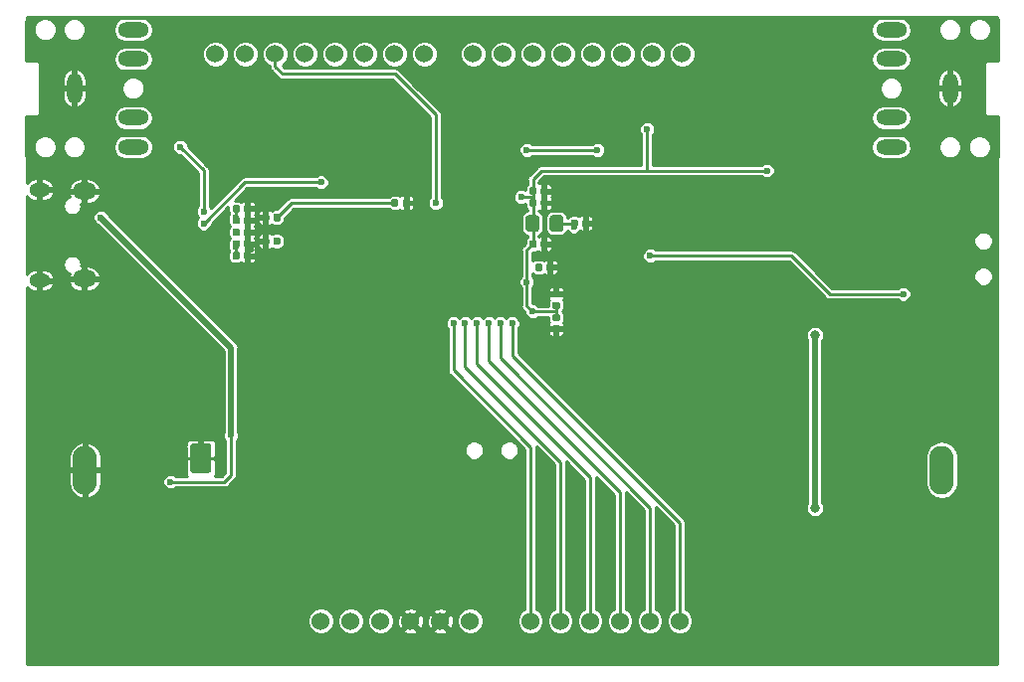
<source format=gbr>
G04 #@! TF.GenerationSoftware,KiCad,Pcbnew,(5.0.1)-3*
G04 #@! TF.CreationDate,2021-08-31T11:26:15+02:00*
G04 #@! TF.ProjectId,pocketDSP,706F636B65744453502E6B696361645F,rev?*
G04 #@! TF.SameCoordinates,Original*
G04 #@! TF.FileFunction,Copper,L2,Bot,Signal*
G04 #@! TF.FilePolarity,Positive*
%FSLAX46Y46*%
G04 Gerber Fmt 4.6, Leading zero omitted, Abs format (unit mm)*
G04 Created by KiCad (PCBNEW (5.0.1)-3) date 31/08/2021 11:26:15*
%MOMM*%
%LPD*%
G01*
G04 APERTURE LIST*
G04 #@! TA.AperFunction,ComponentPad*
%ADD10C,1.524000*%
G04 #@! TD*
G04 #@! TA.AperFunction,Conductor*
%ADD11C,0.050800*%
G04 #@! TD*
G04 #@! TA.AperFunction,SMDPad,CuDef*
%ADD12C,0.590000*%
G04 #@! TD*
G04 #@! TA.AperFunction,ComponentPad*
%ADD13O,2.000000X1.450000*%
G04 #@! TD*
G04 #@! TA.AperFunction,ComponentPad*
%ADD14O,1.800000X1.150000*%
G04 #@! TD*
G04 #@! TA.AperFunction,ComponentPad*
%ADD15O,1.308000X2.616000*%
G04 #@! TD*
G04 #@! TA.AperFunction,ComponentPad*
%ADD16O,2.616000X1.308000*%
G04 #@! TD*
G04 #@! TA.AperFunction,SMDPad,CuDef*
%ADD17C,1.150000*%
G04 #@! TD*
G04 #@! TA.AperFunction,ComponentPad*
%ADD18O,2.070000X4.140000*%
G04 #@! TD*
G04 #@! TA.AperFunction,ViaPad*
%ADD19C,0.500000*%
G04 #@! TD*
G04 #@! TA.AperFunction,Conductor*
%ADD20C,1.800000*%
G04 #@! TD*
G04 #@! TA.AperFunction,ViaPad*
%ADD21C,0.600000*%
G04 #@! TD*
G04 #@! TA.AperFunction,ViaPad*
%ADD22C,0.800000*%
G04 #@! TD*
G04 #@! TA.AperFunction,Conductor*
%ADD23C,0.250000*%
G04 #@! TD*
G04 #@! TA.AperFunction,Conductor*
%ADD24C,0.500000*%
G04 #@! TD*
G04 APERTURE END LIST*
D10*
G04 #@! TO.P,U1,1*
G04 #@! TO.N,N/C*
X96500000Y-93560000D03*
G04 #@! TO.P,U1,2*
X99040000Y-93560000D03*
G04 #@! TO.P,U1,3*
G04 #@! TO.N,SD_SCK*
X101580000Y-93560000D03*
G04 #@! TO.P,U1,4*
G04 #@! TO.N,SD_MISO*
X104120000Y-93560000D03*
G04 #@! TO.P,U1,5*
G04 #@! TO.N,SD_MOSI*
X106660000Y-93560000D03*
G04 #@! TO.P,U1,6*
G04 #@! TO.N,SD_CS*
X109200000Y-93560000D03*
G04 #@! TO.P,U1,7*
G04 #@! TO.N,LCD_D1*
X111740000Y-93560000D03*
G04 #@! TO.P,U1,8*
G04 #@! TO.N,LCD_D0*
X114280000Y-93560000D03*
G04 #@! TO.P,U1,9*
G04 #@! TO.N,LCD_D7*
X118410000Y-93560000D03*
G04 #@! TO.P,U1,10*
G04 #@! TO.N,LCD_D6*
X120950000Y-93560000D03*
G04 #@! TO.P,U1,11*
G04 #@! TO.N,LCD_D5*
X123490000Y-93560000D03*
G04 #@! TO.P,U1,12*
G04 #@! TO.N,LCD_D4*
X126030000Y-93560000D03*
G04 #@! TO.P,U1,13*
G04 #@! TO.N,LCD_D3*
X128570000Y-93560000D03*
G04 #@! TO.P,U1,14*
G04 #@! TO.N,LCD_D2*
X131110000Y-93560000D03*
G04 #@! TO.P,U1,15*
G04 #@! TO.N,N/C*
X133650000Y-93560000D03*
G04 #@! TO.P,U1,16*
X136190000Y-93560000D03*
G04 #@! TO.P,U1,17*
X105470000Y-141880000D03*
G04 #@! TO.P,U1,18*
X108010000Y-141880000D03*
G04 #@! TO.P,U1,19*
G04 #@! TO.N,+5V*
X110550000Y-141880000D03*
G04 #@! TO.P,U1,20*
G04 #@! TO.N,GND*
X113090000Y-141880000D03*
G04 #@! TO.P,U1,21*
X115630000Y-141880000D03*
G04 #@! TO.P,U1,22*
G04 #@! TO.N,N/C*
X118170000Y-141880000D03*
G04 #@! TO.P,U1,23*
G04 #@! TO.N,LCD_RD*
X123300000Y-141880000D03*
G04 #@! TO.P,U1,24*
G04 #@! TO.N,LCD_WR*
X125840000Y-141880000D03*
G04 #@! TO.P,U1,25*
G04 #@! TO.N,LCD_RS*
X128380000Y-141880000D03*
G04 #@! TO.P,U1,26*
G04 #@! TO.N,LCD_CS*
X130920000Y-141880000D03*
G04 #@! TO.P,U1,27*
G04 #@! TO.N,LCD_RST*
X133460000Y-141880000D03*
G04 #@! TO.P,U1,28*
G04 #@! TO.N,F_CS*
X136000000Y-141880000D03*
G04 #@! TD*
D11*
G04 #@! TO.N,GND*
G04 #@! TO.C,C1*
G36*
X125686958Y-113720710D02*
X125701276Y-113722834D01*
X125715317Y-113726351D01*
X125728946Y-113731228D01*
X125742031Y-113737417D01*
X125754447Y-113744858D01*
X125766073Y-113753481D01*
X125776798Y-113763202D01*
X125786519Y-113773927D01*
X125795142Y-113785553D01*
X125802583Y-113797969D01*
X125808772Y-113811054D01*
X125813649Y-113824683D01*
X125817166Y-113838724D01*
X125819290Y-113853042D01*
X125820000Y-113867500D01*
X125820000Y-114162500D01*
X125819290Y-114176958D01*
X125817166Y-114191276D01*
X125813649Y-114205317D01*
X125808772Y-114218946D01*
X125802583Y-114232031D01*
X125795142Y-114244447D01*
X125786519Y-114256073D01*
X125776798Y-114266798D01*
X125766073Y-114276519D01*
X125754447Y-114285142D01*
X125742031Y-114292583D01*
X125728946Y-114298772D01*
X125715317Y-114303649D01*
X125701276Y-114307166D01*
X125686958Y-114309290D01*
X125672500Y-114310000D01*
X125327500Y-114310000D01*
X125313042Y-114309290D01*
X125298724Y-114307166D01*
X125284683Y-114303649D01*
X125271054Y-114298772D01*
X125257969Y-114292583D01*
X125245553Y-114285142D01*
X125233927Y-114276519D01*
X125223202Y-114266798D01*
X125213481Y-114256073D01*
X125204858Y-114244447D01*
X125197417Y-114232031D01*
X125191228Y-114218946D01*
X125186351Y-114205317D01*
X125182834Y-114191276D01*
X125180710Y-114176958D01*
X125180000Y-114162500D01*
X125180000Y-113867500D01*
X125180710Y-113853042D01*
X125182834Y-113838724D01*
X125186351Y-113824683D01*
X125191228Y-113811054D01*
X125197417Y-113797969D01*
X125204858Y-113785553D01*
X125213481Y-113773927D01*
X125223202Y-113763202D01*
X125233927Y-113753481D01*
X125245553Y-113744858D01*
X125257969Y-113737417D01*
X125271054Y-113731228D01*
X125284683Y-113726351D01*
X125298724Y-113722834D01*
X125313042Y-113720710D01*
X125327500Y-113720000D01*
X125672500Y-113720000D01*
X125686958Y-113720710D01*
X125686958Y-113720710D01*
G37*
D12*
G04 #@! TD*
G04 #@! TO.P,C1,1*
G04 #@! TO.N,GND*
X125500000Y-114015000D03*
D11*
G04 #@! TO.N,+3V3*
G04 #@! TO.C,C1*
G36*
X125686958Y-114690710D02*
X125701276Y-114692834D01*
X125715317Y-114696351D01*
X125728946Y-114701228D01*
X125742031Y-114707417D01*
X125754447Y-114714858D01*
X125766073Y-114723481D01*
X125776798Y-114733202D01*
X125786519Y-114743927D01*
X125795142Y-114755553D01*
X125802583Y-114767969D01*
X125808772Y-114781054D01*
X125813649Y-114794683D01*
X125817166Y-114808724D01*
X125819290Y-114823042D01*
X125820000Y-114837500D01*
X125820000Y-115132500D01*
X125819290Y-115146958D01*
X125817166Y-115161276D01*
X125813649Y-115175317D01*
X125808772Y-115188946D01*
X125802583Y-115202031D01*
X125795142Y-115214447D01*
X125786519Y-115226073D01*
X125776798Y-115236798D01*
X125766073Y-115246519D01*
X125754447Y-115255142D01*
X125742031Y-115262583D01*
X125728946Y-115268772D01*
X125715317Y-115273649D01*
X125701276Y-115277166D01*
X125686958Y-115279290D01*
X125672500Y-115280000D01*
X125327500Y-115280000D01*
X125313042Y-115279290D01*
X125298724Y-115277166D01*
X125284683Y-115273649D01*
X125271054Y-115268772D01*
X125257969Y-115262583D01*
X125245553Y-115255142D01*
X125233927Y-115246519D01*
X125223202Y-115236798D01*
X125213481Y-115226073D01*
X125204858Y-115214447D01*
X125197417Y-115202031D01*
X125191228Y-115188946D01*
X125186351Y-115175317D01*
X125182834Y-115161276D01*
X125180710Y-115146958D01*
X125180000Y-115132500D01*
X125180000Y-114837500D01*
X125180710Y-114823042D01*
X125182834Y-114808724D01*
X125186351Y-114794683D01*
X125191228Y-114781054D01*
X125197417Y-114767969D01*
X125204858Y-114755553D01*
X125213481Y-114743927D01*
X125223202Y-114733202D01*
X125233927Y-114723481D01*
X125245553Y-114714858D01*
X125257969Y-114707417D01*
X125271054Y-114701228D01*
X125284683Y-114696351D01*
X125298724Y-114692834D01*
X125313042Y-114690710D01*
X125327500Y-114690000D01*
X125672500Y-114690000D01*
X125686958Y-114690710D01*
X125686958Y-114690710D01*
G37*
D12*
G04 #@! TD*
G04 #@! TO.P,C1,2*
G04 #@! TO.N,+3V3*
X125500000Y-114985000D03*
D11*
G04 #@! TO.N,+3V3*
G04 #@! TO.C,C3*
G36*
X123676958Y-109430710D02*
X123691276Y-109432834D01*
X123705317Y-109436351D01*
X123718946Y-109441228D01*
X123732031Y-109447417D01*
X123744447Y-109454858D01*
X123756073Y-109463481D01*
X123766798Y-109473202D01*
X123776519Y-109483927D01*
X123785142Y-109495553D01*
X123792583Y-109507969D01*
X123798772Y-109521054D01*
X123803649Y-109534683D01*
X123807166Y-109548724D01*
X123809290Y-109563042D01*
X123810000Y-109577500D01*
X123810000Y-109922500D01*
X123809290Y-109936958D01*
X123807166Y-109951276D01*
X123803649Y-109965317D01*
X123798772Y-109978946D01*
X123792583Y-109992031D01*
X123785142Y-110004447D01*
X123776519Y-110016073D01*
X123766798Y-110026798D01*
X123756073Y-110036519D01*
X123744447Y-110045142D01*
X123732031Y-110052583D01*
X123718946Y-110058772D01*
X123705317Y-110063649D01*
X123691276Y-110067166D01*
X123676958Y-110069290D01*
X123662500Y-110070000D01*
X123367500Y-110070000D01*
X123353042Y-110069290D01*
X123338724Y-110067166D01*
X123324683Y-110063649D01*
X123311054Y-110058772D01*
X123297969Y-110052583D01*
X123285553Y-110045142D01*
X123273927Y-110036519D01*
X123263202Y-110026798D01*
X123253481Y-110016073D01*
X123244858Y-110004447D01*
X123237417Y-109992031D01*
X123231228Y-109978946D01*
X123226351Y-109965317D01*
X123222834Y-109951276D01*
X123220710Y-109936958D01*
X123220000Y-109922500D01*
X123220000Y-109577500D01*
X123220710Y-109563042D01*
X123222834Y-109548724D01*
X123226351Y-109534683D01*
X123231228Y-109521054D01*
X123237417Y-109507969D01*
X123244858Y-109495553D01*
X123253481Y-109483927D01*
X123263202Y-109473202D01*
X123273927Y-109463481D01*
X123285553Y-109454858D01*
X123297969Y-109447417D01*
X123311054Y-109441228D01*
X123324683Y-109436351D01*
X123338724Y-109432834D01*
X123353042Y-109430710D01*
X123367500Y-109430000D01*
X123662500Y-109430000D01*
X123676958Y-109430710D01*
X123676958Y-109430710D01*
G37*
D12*
G04 #@! TD*
G04 #@! TO.P,C3,1*
G04 #@! TO.N,+3V3*
X123515000Y-109750000D03*
D11*
G04 #@! TO.N,GND*
G04 #@! TO.C,C3*
G36*
X124646958Y-109430710D02*
X124661276Y-109432834D01*
X124675317Y-109436351D01*
X124688946Y-109441228D01*
X124702031Y-109447417D01*
X124714447Y-109454858D01*
X124726073Y-109463481D01*
X124736798Y-109473202D01*
X124746519Y-109483927D01*
X124755142Y-109495553D01*
X124762583Y-109507969D01*
X124768772Y-109521054D01*
X124773649Y-109534683D01*
X124777166Y-109548724D01*
X124779290Y-109563042D01*
X124780000Y-109577500D01*
X124780000Y-109922500D01*
X124779290Y-109936958D01*
X124777166Y-109951276D01*
X124773649Y-109965317D01*
X124768772Y-109978946D01*
X124762583Y-109992031D01*
X124755142Y-110004447D01*
X124746519Y-110016073D01*
X124736798Y-110026798D01*
X124726073Y-110036519D01*
X124714447Y-110045142D01*
X124702031Y-110052583D01*
X124688946Y-110058772D01*
X124675317Y-110063649D01*
X124661276Y-110067166D01*
X124646958Y-110069290D01*
X124632500Y-110070000D01*
X124337500Y-110070000D01*
X124323042Y-110069290D01*
X124308724Y-110067166D01*
X124294683Y-110063649D01*
X124281054Y-110058772D01*
X124267969Y-110052583D01*
X124255553Y-110045142D01*
X124243927Y-110036519D01*
X124233202Y-110026798D01*
X124223481Y-110016073D01*
X124214858Y-110004447D01*
X124207417Y-109992031D01*
X124201228Y-109978946D01*
X124196351Y-109965317D01*
X124192834Y-109951276D01*
X124190710Y-109936958D01*
X124190000Y-109922500D01*
X124190000Y-109577500D01*
X124190710Y-109563042D01*
X124192834Y-109548724D01*
X124196351Y-109534683D01*
X124201228Y-109521054D01*
X124207417Y-109507969D01*
X124214858Y-109495553D01*
X124223481Y-109483927D01*
X124233202Y-109473202D01*
X124243927Y-109463481D01*
X124255553Y-109454858D01*
X124267969Y-109447417D01*
X124281054Y-109441228D01*
X124294683Y-109436351D01*
X124308724Y-109432834D01*
X124323042Y-109430710D01*
X124337500Y-109430000D01*
X124632500Y-109430000D01*
X124646958Y-109430710D01*
X124646958Y-109430710D01*
G37*
D12*
G04 #@! TD*
G04 #@! TO.P,C3,2*
G04 #@! TO.N,GND*
X124485000Y-109750000D03*
D11*
G04 #@! TO.N,+3V3*
G04 #@! TO.C,C4*
G36*
X125686958Y-115720710D02*
X125701276Y-115722834D01*
X125715317Y-115726351D01*
X125728946Y-115731228D01*
X125742031Y-115737417D01*
X125754447Y-115744858D01*
X125766073Y-115753481D01*
X125776798Y-115763202D01*
X125786519Y-115773927D01*
X125795142Y-115785553D01*
X125802583Y-115797969D01*
X125808772Y-115811054D01*
X125813649Y-115824683D01*
X125817166Y-115838724D01*
X125819290Y-115853042D01*
X125820000Y-115867500D01*
X125820000Y-116162500D01*
X125819290Y-116176958D01*
X125817166Y-116191276D01*
X125813649Y-116205317D01*
X125808772Y-116218946D01*
X125802583Y-116232031D01*
X125795142Y-116244447D01*
X125786519Y-116256073D01*
X125776798Y-116266798D01*
X125766073Y-116276519D01*
X125754447Y-116285142D01*
X125742031Y-116292583D01*
X125728946Y-116298772D01*
X125715317Y-116303649D01*
X125701276Y-116307166D01*
X125686958Y-116309290D01*
X125672500Y-116310000D01*
X125327500Y-116310000D01*
X125313042Y-116309290D01*
X125298724Y-116307166D01*
X125284683Y-116303649D01*
X125271054Y-116298772D01*
X125257969Y-116292583D01*
X125245553Y-116285142D01*
X125233927Y-116276519D01*
X125223202Y-116266798D01*
X125213481Y-116256073D01*
X125204858Y-116244447D01*
X125197417Y-116232031D01*
X125191228Y-116218946D01*
X125186351Y-116205317D01*
X125182834Y-116191276D01*
X125180710Y-116176958D01*
X125180000Y-116162500D01*
X125180000Y-115867500D01*
X125180710Y-115853042D01*
X125182834Y-115838724D01*
X125186351Y-115824683D01*
X125191228Y-115811054D01*
X125197417Y-115797969D01*
X125204858Y-115785553D01*
X125213481Y-115773927D01*
X125223202Y-115763202D01*
X125233927Y-115753481D01*
X125245553Y-115744858D01*
X125257969Y-115737417D01*
X125271054Y-115731228D01*
X125284683Y-115726351D01*
X125298724Y-115722834D01*
X125313042Y-115720710D01*
X125327500Y-115720000D01*
X125672500Y-115720000D01*
X125686958Y-115720710D01*
X125686958Y-115720710D01*
G37*
D12*
G04 #@! TD*
G04 #@! TO.P,C4,2*
G04 #@! TO.N,+3V3*
X125500000Y-116015000D03*
D11*
G04 #@! TO.N,GND*
G04 #@! TO.C,C4*
G36*
X125686958Y-116690710D02*
X125701276Y-116692834D01*
X125715317Y-116696351D01*
X125728946Y-116701228D01*
X125742031Y-116707417D01*
X125754447Y-116714858D01*
X125766073Y-116723481D01*
X125776798Y-116733202D01*
X125786519Y-116743927D01*
X125795142Y-116755553D01*
X125802583Y-116767969D01*
X125808772Y-116781054D01*
X125813649Y-116794683D01*
X125817166Y-116808724D01*
X125819290Y-116823042D01*
X125820000Y-116837500D01*
X125820000Y-117132500D01*
X125819290Y-117146958D01*
X125817166Y-117161276D01*
X125813649Y-117175317D01*
X125808772Y-117188946D01*
X125802583Y-117202031D01*
X125795142Y-117214447D01*
X125786519Y-117226073D01*
X125776798Y-117236798D01*
X125766073Y-117246519D01*
X125754447Y-117255142D01*
X125742031Y-117262583D01*
X125728946Y-117268772D01*
X125715317Y-117273649D01*
X125701276Y-117277166D01*
X125686958Y-117279290D01*
X125672500Y-117280000D01*
X125327500Y-117280000D01*
X125313042Y-117279290D01*
X125298724Y-117277166D01*
X125284683Y-117273649D01*
X125271054Y-117268772D01*
X125257969Y-117262583D01*
X125245553Y-117255142D01*
X125233927Y-117246519D01*
X125223202Y-117236798D01*
X125213481Y-117226073D01*
X125204858Y-117214447D01*
X125197417Y-117202031D01*
X125191228Y-117188946D01*
X125186351Y-117175317D01*
X125182834Y-117161276D01*
X125180710Y-117146958D01*
X125180000Y-117132500D01*
X125180000Y-116837500D01*
X125180710Y-116823042D01*
X125182834Y-116808724D01*
X125186351Y-116794683D01*
X125191228Y-116781054D01*
X125197417Y-116767969D01*
X125204858Y-116755553D01*
X125213481Y-116743927D01*
X125223202Y-116733202D01*
X125233927Y-116723481D01*
X125245553Y-116714858D01*
X125257969Y-116707417D01*
X125271054Y-116701228D01*
X125284683Y-116696351D01*
X125298724Y-116692834D01*
X125313042Y-116690710D01*
X125327500Y-116690000D01*
X125672500Y-116690000D01*
X125686958Y-116690710D01*
X125686958Y-116690710D01*
G37*
D12*
G04 #@! TD*
G04 #@! TO.P,C4,1*
G04 #@! TO.N,GND*
X125500000Y-116985000D03*
D11*
G04 #@! TO.N,+3.3VA*
G04 #@! TO.C,C6*
G36*
X127191958Y-107680710D02*
X127206276Y-107682834D01*
X127220317Y-107686351D01*
X127233946Y-107691228D01*
X127247031Y-107697417D01*
X127259447Y-107704858D01*
X127271073Y-107713481D01*
X127281798Y-107723202D01*
X127291519Y-107733927D01*
X127300142Y-107745553D01*
X127307583Y-107757969D01*
X127313772Y-107771054D01*
X127318649Y-107784683D01*
X127322166Y-107798724D01*
X127324290Y-107813042D01*
X127325000Y-107827500D01*
X127325000Y-108172500D01*
X127324290Y-108186958D01*
X127322166Y-108201276D01*
X127318649Y-108215317D01*
X127313772Y-108228946D01*
X127307583Y-108242031D01*
X127300142Y-108254447D01*
X127291519Y-108266073D01*
X127281798Y-108276798D01*
X127271073Y-108286519D01*
X127259447Y-108295142D01*
X127247031Y-108302583D01*
X127233946Y-108308772D01*
X127220317Y-108313649D01*
X127206276Y-108317166D01*
X127191958Y-108319290D01*
X127177500Y-108320000D01*
X126882500Y-108320000D01*
X126868042Y-108319290D01*
X126853724Y-108317166D01*
X126839683Y-108313649D01*
X126826054Y-108308772D01*
X126812969Y-108302583D01*
X126800553Y-108295142D01*
X126788927Y-108286519D01*
X126778202Y-108276798D01*
X126768481Y-108266073D01*
X126759858Y-108254447D01*
X126752417Y-108242031D01*
X126746228Y-108228946D01*
X126741351Y-108215317D01*
X126737834Y-108201276D01*
X126735710Y-108186958D01*
X126735000Y-108172500D01*
X126735000Y-107827500D01*
X126735710Y-107813042D01*
X126737834Y-107798724D01*
X126741351Y-107784683D01*
X126746228Y-107771054D01*
X126752417Y-107757969D01*
X126759858Y-107745553D01*
X126768481Y-107733927D01*
X126778202Y-107723202D01*
X126788927Y-107713481D01*
X126800553Y-107704858D01*
X126812969Y-107697417D01*
X126826054Y-107691228D01*
X126839683Y-107686351D01*
X126853724Y-107682834D01*
X126868042Y-107680710D01*
X126882500Y-107680000D01*
X127177500Y-107680000D01*
X127191958Y-107680710D01*
X127191958Y-107680710D01*
G37*
D12*
G04 #@! TD*
G04 #@! TO.P,C6,2*
G04 #@! TO.N,+3.3VA*
X127030000Y-108000000D03*
D11*
G04 #@! TO.N,GND*
G04 #@! TO.C,C6*
G36*
X128161958Y-107680710D02*
X128176276Y-107682834D01*
X128190317Y-107686351D01*
X128203946Y-107691228D01*
X128217031Y-107697417D01*
X128229447Y-107704858D01*
X128241073Y-107713481D01*
X128251798Y-107723202D01*
X128261519Y-107733927D01*
X128270142Y-107745553D01*
X128277583Y-107757969D01*
X128283772Y-107771054D01*
X128288649Y-107784683D01*
X128292166Y-107798724D01*
X128294290Y-107813042D01*
X128295000Y-107827500D01*
X128295000Y-108172500D01*
X128294290Y-108186958D01*
X128292166Y-108201276D01*
X128288649Y-108215317D01*
X128283772Y-108228946D01*
X128277583Y-108242031D01*
X128270142Y-108254447D01*
X128261519Y-108266073D01*
X128251798Y-108276798D01*
X128241073Y-108286519D01*
X128229447Y-108295142D01*
X128217031Y-108302583D01*
X128203946Y-108308772D01*
X128190317Y-108313649D01*
X128176276Y-108317166D01*
X128161958Y-108319290D01*
X128147500Y-108320000D01*
X127852500Y-108320000D01*
X127838042Y-108319290D01*
X127823724Y-108317166D01*
X127809683Y-108313649D01*
X127796054Y-108308772D01*
X127782969Y-108302583D01*
X127770553Y-108295142D01*
X127758927Y-108286519D01*
X127748202Y-108276798D01*
X127738481Y-108266073D01*
X127729858Y-108254447D01*
X127722417Y-108242031D01*
X127716228Y-108228946D01*
X127711351Y-108215317D01*
X127707834Y-108201276D01*
X127705710Y-108186958D01*
X127705000Y-108172500D01*
X127705000Y-107827500D01*
X127705710Y-107813042D01*
X127707834Y-107798724D01*
X127711351Y-107784683D01*
X127716228Y-107771054D01*
X127722417Y-107757969D01*
X127729858Y-107745553D01*
X127738481Y-107733927D01*
X127748202Y-107723202D01*
X127758927Y-107713481D01*
X127770553Y-107704858D01*
X127782969Y-107697417D01*
X127796054Y-107691228D01*
X127809683Y-107686351D01*
X127823724Y-107682834D01*
X127838042Y-107680710D01*
X127852500Y-107680000D01*
X128147500Y-107680000D01*
X128161958Y-107680710D01*
X128161958Y-107680710D01*
G37*
D12*
G04 #@! TD*
G04 #@! TO.P,C6,1*
G04 #@! TO.N,GND*
X128000000Y-108000000D03*
D11*
G04 #@! TO.N,GND*
G04 #@! TO.C,C7*
G36*
X124646958Y-104930710D02*
X124661276Y-104932834D01*
X124675317Y-104936351D01*
X124688946Y-104941228D01*
X124702031Y-104947417D01*
X124714447Y-104954858D01*
X124726073Y-104963481D01*
X124736798Y-104973202D01*
X124746519Y-104983927D01*
X124755142Y-104995553D01*
X124762583Y-105007969D01*
X124768772Y-105021054D01*
X124773649Y-105034683D01*
X124777166Y-105048724D01*
X124779290Y-105063042D01*
X124780000Y-105077500D01*
X124780000Y-105422500D01*
X124779290Y-105436958D01*
X124777166Y-105451276D01*
X124773649Y-105465317D01*
X124768772Y-105478946D01*
X124762583Y-105492031D01*
X124755142Y-105504447D01*
X124746519Y-105516073D01*
X124736798Y-105526798D01*
X124726073Y-105536519D01*
X124714447Y-105545142D01*
X124702031Y-105552583D01*
X124688946Y-105558772D01*
X124675317Y-105563649D01*
X124661276Y-105567166D01*
X124646958Y-105569290D01*
X124632500Y-105570000D01*
X124337500Y-105570000D01*
X124323042Y-105569290D01*
X124308724Y-105567166D01*
X124294683Y-105563649D01*
X124281054Y-105558772D01*
X124267969Y-105552583D01*
X124255553Y-105545142D01*
X124243927Y-105536519D01*
X124233202Y-105526798D01*
X124223481Y-105516073D01*
X124214858Y-105504447D01*
X124207417Y-105492031D01*
X124201228Y-105478946D01*
X124196351Y-105465317D01*
X124192834Y-105451276D01*
X124190710Y-105436958D01*
X124190000Y-105422500D01*
X124190000Y-105077500D01*
X124190710Y-105063042D01*
X124192834Y-105048724D01*
X124196351Y-105034683D01*
X124201228Y-105021054D01*
X124207417Y-105007969D01*
X124214858Y-104995553D01*
X124223481Y-104983927D01*
X124233202Y-104973202D01*
X124243927Y-104963481D01*
X124255553Y-104954858D01*
X124267969Y-104947417D01*
X124281054Y-104941228D01*
X124294683Y-104936351D01*
X124308724Y-104932834D01*
X124323042Y-104930710D01*
X124337500Y-104930000D01*
X124632500Y-104930000D01*
X124646958Y-104930710D01*
X124646958Y-104930710D01*
G37*
D12*
G04 #@! TD*
G04 #@! TO.P,C7,1*
G04 #@! TO.N,GND*
X124485000Y-105250000D03*
D11*
G04 #@! TO.N,+3V3*
G04 #@! TO.C,C7*
G36*
X123676958Y-104930710D02*
X123691276Y-104932834D01*
X123705317Y-104936351D01*
X123718946Y-104941228D01*
X123732031Y-104947417D01*
X123744447Y-104954858D01*
X123756073Y-104963481D01*
X123766798Y-104973202D01*
X123776519Y-104983927D01*
X123785142Y-104995553D01*
X123792583Y-105007969D01*
X123798772Y-105021054D01*
X123803649Y-105034683D01*
X123807166Y-105048724D01*
X123809290Y-105063042D01*
X123810000Y-105077500D01*
X123810000Y-105422500D01*
X123809290Y-105436958D01*
X123807166Y-105451276D01*
X123803649Y-105465317D01*
X123798772Y-105478946D01*
X123792583Y-105492031D01*
X123785142Y-105504447D01*
X123776519Y-105516073D01*
X123766798Y-105526798D01*
X123756073Y-105536519D01*
X123744447Y-105545142D01*
X123732031Y-105552583D01*
X123718946Y-105558772D01*
X123705317Y-105563649D01*
X123691276Y-105567166D01*
X123676958Y-105569290D01*
X123662500Y-105570000D01*
X123367500Y-105570000D01*
X123353042Y-105569290D01*
X123338724Y-105567166D01*
X123324683Y-105563649D01*
X123311054Y-105558772D01*
X123297969Y-105552583D01*
X123285553Y-105545142D01*
X123273927Y-105536519D01*
X123263202Y-105526798D01*
X123253481Y-105516073D01*
X123244858Y-105504447D01*
X123237417Y-105492031D01*
X123231228Y-105478946D01*
X123226351Y-105465317D01*
X123222834Y-105451276D01*
X123220710Y-105436958D01*
X123220000Y-105422500D01*
X123220000Y-105077500D01*
X123220710Y-105063042D01*
X123222834Y-105048724D01*
X123226351Y-105034683D01*
X123231228Y-105021054D01*
X123237417Y-105007969D01*
X123244858Y-104995553D01*
X123253481Y-104983927D01*
X123263202Y-104973202D01*
X123273927Y-104963481D01*
X123285553Y-104954858D01*
X123297969Y-104947417D01*
X123311054Y-104941228D01*
X123324683Y-104936351D01*
X123338724Y-104932834D01*
X123353042Y-104930710D01*
X123367500Y-104930000D01*
X123662500Y-104930000D01*
X123676958Y-104930710D01*
X123676958Y-104930710D01*
G37*
D12*
G04 #@! TD*
G04 #@! TO.P,C7,2*
G04 #@! TO.N,+3V3*
X123515000Y-105250000D03*
D11*
G04 #@! TO.N,+3V3*
G04 #@! TO.C,C8*
G36*
X111926958Y-105930710D02*
X111941276Y-105932834D01*
X111955317Y-105936351D01*
X111968946Y-105941228D01*
X111982031Y-105947417D01*
X111994447Y-105954858D01*
X112006073Y-105963481D01*
X112016798Y-105973202D01*
X112026519Y-105983927D01*
X112035142Y-105995553D01*
X112042583Y-106007969D01*
X112048772Y-106021054D01*
X112053649Y-106034683D01*
X112057166Y-106048724D01*
X112059290Y-106063042D01*
X112060000Y-106077500D01*
X112060000Y-106422500D01*
X112059290Y-106436958D01*
X112057166Y-106451276D01*
X112053649Y-106465317D01*
X112048772Y-106478946D01*
X112042583Y-106492031D01*
X112035142Y-106504447D01*
X112026519Y-106516073D01*
X112016798Y-106526798D01*
X112006073Y-106536519D01*
X111994447Y-106545142D01*
X111982031Y-106552583D01*
X111968946Y-106558772D01*
X111955317Y-106563649D01*
X111941276Y-106567166D01*
X111926958Y-106569290D01*
X111912500Y-106570000D01*
X111617500Y-106570000D01*
X111603042Y-106569290D01*
X111588724Y-106567166D01*
X111574683Y-106563649D01*
X111561054Y-106558772D01*
X111547969Y-106552583D01*
X111535553Y-106545142D01*
X111523927Y-106536519D01*
X111513202Y-106526798D01*
X111503481Y-106516073D01*
X111494858Y-106504447D01*
X111487417Y-106492031D01*
X111481228Y-106478946D01*
X111476351Y-106465317D01*
X111472834Y-106451276D01*
X111470710Y-106436958D01*
X111470000Y-106422500D01*
X111470000Y-106077500D01*
X111470710Y-106063042D01*
X111472834Y-106048724D01*
X111476351Y-106034683D01*
X111481228Y-106021054D01*
X111487417Y-106007969D01*
X111494858Y-105995553D01*
X111503481Y-105983927D01*
X111513202Y-105973202D01*
X111523927Y-105963481D01*
X111535553Y-105954858D01*
X111547969Y-105947417D01*
X111561054Y-105941228D01*
X111574683Y-105936351D01*
X111588724Y-105932834D01*
X111603042Y-105930710D01*
X111617500Y-105930000D01*
X111912500Y-105930000D01*
X111926958Y-105930710D01*
X111926958Y-105930710D01*
G37*
D12*
G04 #@! TD*
G04 #@! TO.P,C8,2*
G04 #@! TO.N,+3V3*
X111765000Y-106250000D03*
D11*
G04 #@! TO.N,GND*
G04 #@! TO.C,C8*
G36*
X112896958Y-105930710D02*
X112911276Y-105932834D01*
X112925317Y-105936351D01*
X112938946Y-105941228D01*
X112952031Y-105947417D01*
X112964447Y-105954858D01*
X112976073Y-105963481D01*
X112986798Y-105973202D01*
X112996519Y-105983927D01*
X113005142Y-105995553D01*
X113012583Y-106007969D01*
X113018772Y-106021054D01*
X113023649Y-106034683D01*
X113027166Y-106048724D01*
X113029290Y-106063042D01*
X113030000Y-106077500D01*
X113030000Y-106422500D01*
X113029290Y-106436958D01*
X113027166Y-106451276D01*
X113023649Y-106465317D01*
X113018772Y-106478946D01*
X113012583Y-106492031D01*
X113005142Y-106504447D01*
X112996519Y-106516073D01*
X112986798Y-106526798D01*
X112976073Y-106536519D01*
X112964447Y-106545142D01*
X112952031Y-106552583D01*
X112938946Y-106558772D01*
X112925317Y-106563649D01*
X112911276Y-106567166D01*
X112896958Y-106569290D01*
X112882500Y-106570000D01*
X112587500Y-106570000D01*
X112573042Y-106569290D01*
X112558724Y-106567166D01*
X112544683Y-106563649D01*
X112531054Y-106558772D01*
X112517969Y-106552583D01*
X112505553Y-106545142D01*
X112493927Y-106536519D01*
X112483202Y-106526798D01*
X112473481Y-106516073D01*
X112464858Y-106504447D01*
X112457417Y-106492031D01*
X112451228Y-106478946D01*
X112446351Y-106465317D01*
X112442834Y-106451276D01*
X112440710Y-106436958D01*
X112440000Y-106422500D01*
X112440000Y-106077500D01*
X112440710Y-106063042D01*
X112442834Y-106048724D01*
X112446351Y-106034683D01*
X112451228Y-106021054D01*
X112457417Y-106007969D01*
X112464858Y-105995553D01*
X112473481Y-105983927D01*
X112483202Y-105973202D01*
X112493927Y-105963481D01*
X112505553Y-105954858D01*
X112517969Y-105947417D01*
X112531054Y-105941228D01*
X112544683Y-105936351D01*
X112558724Y-105932834D01*
X112573042Y-105930710D01*
X112587500Y-105930000D01*
X112882500Y-105930000D01*
X112896958Y-105930710D01*
X112896958Y-105930710D01*
G37*
D12*
G04 #@! TD*
G04 #@! TO.P,C8,1*
G04 #@! TO.N,GND*
X112735000Y-106250000D03*
D11*
G04 #@! TO.N,+3V3*
G04 #@! TO.C,C10*
G36*
X123676958Y-105930710D02*
X123691276Y-105932834D01*
X123705317Y-105936351D01*
X123718946Y-105941228D01*
X123732031Y-105947417D01*
X123744447Y-105954858D01*
X123756073Y-105963481D01*
X123766798Y-105973202D01*
X123776519Y-105983927D01*
X123785142Y-105995553D01*
X123792583Y-106007969D01*
X123798772Y-106021054D01*
X123803649Y-106034683D01*
X123807166Y-106048724D01*
X123809290Y-106063042D01*
X123810000Y-106077500D01*
X123810000Y-106422500D01*
X123809290Y-106436958D01*
X123807166Y-106451276D01*
X123803649Y-106465317D01*
X123798772Y-106478946D01*
X123792583Y-106492031D01*
X123785142Y-106504447D01*
X123776519Y-106516073D01*
X123766798Y-106526798D01*
X123756073Y-106536519D01*
X123744447Y-106545142D01*
X123732031Y-106552583D01*
X123718946Y-106558772D01*
X123705317Y-106563649D01*
X123691276Y-106567166D01*
X123676958Y-106569290D01*
X123662500Y-106570000D01*
X123367500Y-106570000D01*
X123353042Y-106569290D01*
X123338724Y-106567166D01*
X123324683Y-106563649D01*
X123311054Y-106558772D01*
X123297969Y-106552583D01*
X123285553Y-106545142D01*
X123273927Y-106536519D01*
X123263202Y-106526798D01*
X123253481Y-106516073D01*
X123244858Y-106504447D01*
X123237417Y-106492031D01*
X123231228Y-106478946D01*
X123226351Y-106465317D01*
X123222834Y-106451276D01*
X123220710Y-106436958D01*
X123220000Y-106422500D01*
X123220000Y-106077500D01*
X123220710Y-106063042D01*
X123222834Y-106048724D01*
X123226351Y-106034683D01*
X123231228Y-106021054D01*
X123237417Y-106007969D01*
X123244858Y-105995553D01*
X123253481Y-105983927D01*
X123263202Y-105973202D01*
X123273927Y-105963481D01*
X123285553Y-105954858D01*
X123297969Y-105947417D01*
X123311054Y-105941228D01*
X123324683Y-105936351D01*
X123338724Y-105932834D01*
X123353042Y-105930710D01*
X123367500Y-105930000D01*
X123662500Y-105930000D01*
X123676958Y-105930710D01*
X123676958Y-105930710D01*
G37*
D12*
G04 #@! TD*
G04 #@! TO.P,C10,2*
G04 #@! TO.N,+3V3*
X123515000Y-106250000D03*
D11*
G04 #@! TO.N,GND*
G04 #@! TO.C,C10*
G36*
X124646958Y-105930710D02*
X124661276Y-105932834D01*
X124675317Y-105936351D01*
X124688946Y-105941228D01*
X124702031Y-105947417D01*
X124714447Y-105954858D01*
X124726073Y-105963481D01*
X124736798Y-105973202D01*
X124746519Y-105983927D01*
X124755142Y-105995553D01*
X124762583Y-106007969D01*
X124768772Y-106021054D01*
X124773649Y-106034683D01*
X124777166Y-106048724D01*
X124779290Y-106063042D01*
X124780000Y-106077500D01*
X124780000Y-106422500D01*
X124779290Y-106436958D01*
X124777166Y-106451276D01*
X124773649Y-106465317D01*
X124768772Y-106478946D01*
X124762583Y-106492031D01*
X124755142Y-106504447D01*
X124746519Y-106516073D01*
X124736798Y-106526798D01*
X124726073Y-106536519D01*
X124714447Y-106545142D01*
X124702031Y-106552583D01*
X124688946Y-106558772D01*
X124675317Y-106563649D01*
X124661276Y-106567166D01*
X124646958Y-106569290D01*
X124632500Y-106570000D01*
X124337500Y-106570000D01*
X124323042Y-106569290D01*
X124308724Y-106567166D01*
X124294683Y-106563649D01*
X124281054Y-106558772D01*
X124267969Y-106552583D01*
X124255553Y-106545142D01*
X124243927Y-106536519D01*
X124233202Y-106526798D01*
X124223481Y-106516073D01*
X124214858Y-106504447D01*
X124207417Y-106492031D01*
X124201228Y-106478946D01*
X124196351Y-106465317D01*
X124192834Y-106451276D01*
X124190710Y-106436958D01*
X124190000Y-106422500D01*
X124190000Y-106077500D01*
X124190710Y-106063042D01*
X124192834Y-106048724D01*
X124196351Y-106034683D01*
X124201228Y-106021054D01*
X124207417Y-106007969D01*
X124214858Y-105995553D01*
X124223481Y-105983927D01*
X124233202Y-105973202D01*
X124243927Y-105963481D01*
X124255553Y-105954858D01*
X124267969Y-105947417D01*
X124281054Y-105941228D01*
X124294683Y-105936351D01*
X124308724Y-105932834D01*
X124323042Y-105930710D01*
X124337500Y-105930000D01*
X124632500Y-105930000D01*
X124646958Y-105930710D01*
X124646958Y-105930710D01*
G37*
D12*
G04 #@! TD*
G04 #@! TO.P,C10,1*
G04 #@! TO.N,GND*
X124485000Y-106250000D03*
D11*
G04 #@! TO.N,Net-(C15-Pad1)*
G04 #@! TO.C,C15*
G36*
X124176958Y-111430710D02*
X124191276Y-111432834D01*
X124205317Y-111436351D01*
X124218946Y-111441228D01*
X124232031Y-111447417D01*
X124244447Y-111454858D01*
X124256073Y-111463481D01*
X124266798Y-111473202D01*
X124276519Y-111483927D01*
X124285142Y-111495553D01*
X124292583Y-111507969D01*
X124298772Y-111521054D01*
X124303649Y-111534683D01*
X124307166Y-111548724D01*
X124309290Y-111563042D01*
X124310000Y-111577500D01*
X124310000Y-111922500D01*
X124309290Y-111936958D01*
X124307166Y-111951276D01*
X124303649Y-111965317D01*
X124298772Y-111978946D01*
X124292583Y-111992031D01*
X124285142Y-112004447D01*
X124276519Y-112016073D01*
X124266798Y-112026798D01*
X124256073Y-112036519D01*
X124244447Y-112045142D01*
X124232031Y-112052583D01*
X124218946Y-112058772D01*
X124205317Y-112063649D01*
X124191276Y-112067166D01*
X124176958Y-112069290D01*
X124162500Y-112070000D01*
X123867500Y-112070000D01*
X123853042Y-112069290D01*
X123838724Y-112067166D01*
X123824683Y-112063649D01*
X123811054Y-112058772D01*
X123797969Y-112052583D01*
X123785553Y-112045142D01*
X123773927Y-112036519D01*
X123763202Y-112026798D01*
X123753481Y-112016073D01*
X123744858Y-112004447D01*
X123737417Y-111992031D01*
X123731228Y-111978946D01*
X123726351Y-111965317D01*
X123722834Y-111951276D01*
X123720710Y-111936958D01*
X123720000Y-111922500D01*
X123720000Y-111577500D01*
X123720710Y-111563042D01*
X123722834Y-111548724D01*
X123726351Y-111534683D01*
X123731228Y-111521054D01*
X123737417Y-111507969D01*
X123744858Y-111495553D01*
X123753481Y-111483927D01*
X123763202Y-111473202D01*
X123773927Y-111463481D01*
X123785553Y-111454858D01*
X123797969Y-111447417D01*
X123811054Y-111441228D01*
X123824683Y-111436351D01*
X123838724Y-111432834D01*
X123853042Y-111430710D01*
X123867500Y-111430000D01*
X124162500Y-111430000D01*
X124176958Y-111430710D01*
X124176958Y-111430710D01*
G37*
D12*
G04 #@! TD*
G04 #@! TO.P,C15,1*
G04 #@! TO.N,Net-(C15-Pad1)*
X124015000Y-111750000D03*
D11*
G04 #@! TO.N,GND*
G04 #@! TO.C,C15*
G36*
X125146958Y-111430710D02*
X125161276Y-111432834D01*
X125175317Y-111436351D01*
X125188946Y-111441228D01*
X125202031Y-111447417D01*
X125214447Y-111454858D01*
X125226073Y-111463481D01*
X125236798Y-111473202D01*
X125246519Y-111483927D01*
X125255142Y-111495553D01*
X125262583Y-111507969D01*
X125268772Y-111521054D01*
X125273649Y-111534683D01*
X125277166Y-111548724D01*
X125279290Y-111563042D01*
X125280000Y-111577500D01*
X125280000Y-111922500D01*
X125279290Y-111936958D01*
X125277166Y-111951276D01*
X125273649Y-111965317D01*
X125268772Y-111978946D01*
X125262583Y-111992031D01*
X125255142Y-112004447D01*
X125246519Y-112016073D01*
X125236798Y-112026798D01*
X125226073Y-112036519D01*
X125214447Y-112045142D01*
X125202031Y-112052583D01*
X125188946Y-112058772D01*
X125175317Y-112063649D01*
X125161276Y-112067166D01*
X125146958Y-112069290D01*
X125132500Y-112070000D01*
X124837500Y-112070000D01*
X124823042Y-112069290D01*
X124808724Y-112067166D01*
X124794683Y-112063649D01*
X124781054Y-112058772D01*
X124767969Y-112052583D01*
X124755553Y-112045142D01*
X124743927Y-112036519D01*
X124733202Y-112026798D01*
X124723481Y-112016073D01*
X124714858Y-112004447D01*
X124707417Y-111992031D01*
X124701228Y-111978946D01*
X124696351Y-111965317D01*
X124692834Y-111951276D01*
X124690710Y-111936958D01*
X124690000Y-111922500D01*
X124690000Y-111577500D01*
X124690710Y-111563042D01*
X124692834Y-111548724D01*
X124696351Y-111534683D01*
X124701228Y-111521054D01*
X124707417Y-111507969D01*
X124714858Y-111495553D01*
X124723481Y-111483927D01*
X124733202Y-111473202D01*
X124743927Y-111463481D01*
X124755553Y-111454858D01*
X124767969Y-111447417D01*
X124781054Y-111441228D01*
X124794683Y-111436351D01*
X124808724Y-111432834D01*
X124823042Y-111430710D01*
X124837500Y-111430000D01*
X125132500Y-111430000D01*
X125146958Y-111430710D01*
X125146958Y-111430710D01*
G37*
D12*
G04 #@! TD*
G04 #@! TO.P,C15,2*
G04 #@! TO.N,GND*
X124985000Y-111750000D03*
D11*
G04 #@! TO.N,GND*
G04 #@! TO.C,C29*
G36*
X99396958Y-110430710D02*
X99411276Y-110432834D01*
X99425317Y-110436351D01*
X99438946Y-110441228D01*
X99452031Y-110447417D01*
X99464447Y-110454858D01*
X99476073Y-110463481D01*
X99486798Y-110473202D01*
X99496519Y-110483927D01*
X99505142Y-110495553D01*
X99512583Y-110507969D01*
X99518772Y-110521054D01*
X99523649Y-110534683D01*
X99527166Y-110548724D01*
X99529290Y-110563042D01*
X99530000Y-110577500D01*
X99530000Y-110922500D01*
X99529290Y-110936958D01*
X99527166Y-110951276D01*
X99523649Y-110965317D01*
X99518772Y-110978946D01*
X99512583Y-110992031D01*
X99505142Y-111004447D01*
X99496519Y-111016073D01*
X99486798Y-111026798D01*
X99476073Y-111036519D01*
X99464447Y-111045142D01*
X99452031Y-111052583D01*
X99438946Y-111058772D01*
X99425317Y-111063649D01*
X99411276Y-111067166D01*
X99396958Y-111069290D01*
X99382500Y-111070000D01*
X99087500Y-111070000D01*
X99073042Y-111069290D01*
X99058724Y-111067166D01*
X99044683Y-111063649D01*
X99031054Y-111058772D01*
X99017969Y-111052583D01*
X99005553Y-111045142D01*
X98993927Y-111036519D01*
X98983202Y-111026798D01*
X98973481Y-111016073D01*
X98964858Y-111004447D01*
X98957417Y-110992031D01*
X98951228Y-110978946D01*
X98946351Y-110965317D01*
X98942834Y-110951276D01*
X98940710Y-110936958D01*
X98940000Y-110922500D01*
X98940000Y-110577500D01*
X98940710Y-110563042D01*
X98942834Y-110548724D01*
X98946351Y-110534683D01*
X98951228Y-110521054D01*
X98957417Y-110507969D01*
X98964858Y-110495553D01*
X98973481Y-110483927D01*
X98983202Y-110473202D01*
X98993927Y-110463481D01*
X99005553Y-110454858D01*
X99017969Y-110447417D01*
X99031054Y-110441228D01*
X99044683Y-110436351D01*
X99058724Y-110432834D01*
X99073042Y-110430710D01*
X99087500Y-110430000D01*
X99382500Y-110430000D01*
X99396958Y-110430710D01*
X99396958Y-110430710D01*
G37*
D12*
G04 #@! TD*
G04 #@! TO.P,C29,2*
G04 #@! TO.N,GND*
X99235000Y-110750000D03*
D11*
G04 #@! TO.N,Net-(C29-Pad1)*
G04 #@! TO.C,C29*
G36*
X98426958Y-110430710D02*
X98441276Y-110432834D01*
X98455317Y-110436351D01*
X98468946Y-110441228D01*
X98482031Y-110447417D01*
X98494447Y-110454858D01*
X98506073Y-110463481D01*
X98516798Y-110473202D01*
X98526519Y-110483927D01*
X98535142Y-110495553D01*
X98542583Y-110507969D01*
X98548772Y-110521054D01*
X98553649Y-110534683D01*
X98557166Y-110548724D01*
X98559290Y-110563042D01*
X98560000Y-110577500D01*
X98560000Y-110922500D01*
X98559290Y-110936958D01*
X98557166Y-110951276D01*
X98553649Y-110965317D01*
X98548772Y-110978946D01*
X98542583Y-110992031D01*
X98535142Y-111004447D01*
X98526519Y-111016073D01*
X98516798Y-111026798D01*
X98506073Y-111036519D01*
X98494447Y-111045142D01*
X98482031Y-111052583D01*
X98468946Y-111058772D01*
X98455317Y-111063649D01*
X98441276Y-111067166D01*
X98426958Y-111069290D01*
X98412500Y-111070000D01*
X98117500Y-111070000D01*
X98103042Y-111069290D01*
X98088724Y-111067166D01*
X98074683Y-111063649D01*
X98061054Y-111058772D01*
X98047969Y-111052583D01*
X98035553Y-111045142D01*
X98023927Y-111036519D01*
X98013202Y-111026798D01*
X98003481Y-111016073D01*
X97994858Y-111004447D01*
X97987417Y-110992031D01*
X97981228Y-110978946D01*
X97976351Y-110965317D01*
X97972834Y-110951276D01*
X97970710Y-110936958D01*
X97970000Y-110922500D01*
X97970000Y-110577500D01*
X97970710Y-110563042D01*
X97972834Y-110548724D01*
X97976351Y-110534683D01*
X97981228Y-110521054D01*
X97987417Y-110507969D01*
X97994858Y-110495553D01*
X98003481Y-110483927D01*
X98013202Y-110473202D01*
X98023927Y-110463481D01*
X98035553Y-110454858D01*
X98047969Y-110447417D01*
X98061054Y-110441228D01*
X98074683Y-110436351D01*
X98088724Y-110432834D01*
X98103042Y-110430710D01*
X98117500Y-110430000D01*
X98412500Y-110430000D01*
X98426958Y-110430710D01*
X98426958Y-110430710D01*
G37*
D12*
G04 #@! TD*
G04 #@! TO.P,C29,1*
G04 #@! TO.N,Net-(C29-Pad1)*
X98265000Y-110750000D03*
D11*
G04 #@! TO.N,GND*
G04 #@! TO.C,C30*
G36*
X99396958Y-106430710D02*
X99411276Y-106432834D01*
X99425317Y-106436351D01*
X99438946Y-106441228D01*
X99452031Y-106447417D01*
X99464447Y-106454858D01*
X99476073Y-106463481D01*
X99486798Y-106473202D01*
X99496519Y-106483927D01*
X99505142Y-106495553D01*
X99512583Y-106507969D01*
X99518772Y-106521054D01*
X99523649Y-106534683D01*
X99527166Y-106548724D01*
X99529290Y-106563042D01*
X99530000Y-106577500D01*
X99530000Y-106922500D01*
X99529290Y-106936958D01*
X99527166Y-106951276D01*
X99523649Y-106965317D01*
X99518772Y-106978946D01*
X99512583Y-106992031D01*
X99505142Y-107004447D01*
X99496519Y-107016073D01*
X99486798Y-107026798D01*
X99476073Y-107036519D01*
X99464447Y-107045142D01*
X99452031Y-107052583D01*
X99438946Y-107058772D01*
X99425317Y-107063649D01*
X99411276Y-107067166D01*
X99396958Y-107069290D01*
X99382500Y-107070000D01*
X99087500Y-107070000D01*
X99073042Y-107069290D01*
X99058724Y-107067166D01*
X99044683Y-107063649D01*
X99031054Y-107058772D01*
X99017969Y-107052583D01*
X99005553Y-107045142D01*
X98993927Y-107036519D01*
X98983202Y-107026798D01*
X98973481Y-107016073D01*
X98964858Y-107004447D01*
X98957417Y-106992031D01*
X98951228Y-106978946D01*
X98946351Y-106965317D01*
X98942834Y-106951276D01*
X98940710Y-106936958D01*
X98940000Y-106922500D01*
X98940000Y-106577500D01*
X98940710Y-106563042D01*
X98942834Y-106548724D01*
X98946351Y-106534683D01*
X98951228Y-106521054D01*
X98957417Y-106507969D01*
X98964858Y-106495553D01*
X98973481Y-106483927D01*
X98983202Y-106473202D01*
X98993927Y-106463481D01*
X99005553Y-106454858D01*
X99017969Y-106447417D01*
X99031054Y-106441228D01*
X99044683Y-106436351D01*
X99058724Y-106432834D01*
X99073042Y-106430710D01*
X99087500Y-106430000D01*
X99382500Y-106430000D01*
X99396958Y-106430710D01*
X99396958Y-106430710D01*
G37*
D12*
G04 #@! TD*
G04 #@! TO.P,C30,1*
G04 #@! TO.N,GND*
X99235000Y-106750000D03*
D11*
G04 #@! TO.N,Net-(C30-Pad2)*
G04 #@! TO.C,C30*
G36*
X98426958Y-106430710D02*
X98441276Y-106432834D01*
X98455317Y-106436351D01*
X98468946Y-106441228D01*
X98482031Y-106447417D01*
X98494447Y-106454858D01*
X98506073Y-106463481D01*
X98516798Y-106473202D01*
X98526519Y-106483927D01*
X98535142Y-106495553D01*
X98542583Y-106507969D01*
X98548772Y-106521054D01*
X98553649Y-106534683D01*
X98557166Y-106548724D01*
X98559290Y-106563042D01*
X98560000Y-106577500D01*
X98560000Y-106922500D01*
X98559290Y-106936958D01*
X98557166Y-106951276D01*
X98553649Y-106965317D01*
X98548772Y-106978946D01*
X98542583Y-106992031D01*
X98535142Y-107004447D01*
X98526519Y-107016073D01*
X98516798Y-107026798D01*
X98506073Y-107036519D01*
X98494447Y-107045142D01*
X98482031Y-107052583D01*
X98468946Y-107058772D01*
X98455317Y-107063649D01*
X98441276Y-107067166D01*
X98426958Y-107069290D01*
X98412500Y-107070000D01*
X98117500Y-107070000D01*
X98103042Y-107069290D01*
X98088724Y-107067166D01*
X98074683Y-107063649D01*
X98061054Y-107058772D01*
X98047969Y-107052583D01*
X98035553Y-107045142D01*
X98023927Y-107036519D01*
X98013202Y-107026798D01*
X98003481Y-107016073D01*
X97994858Y-107004447D01*
X97987417Y-106992031D01*
X97981228Y-106978946D01*
X97976351Y-106965317D01*
X97972834Y-106951276D01*
X97970710Y-106936958D01*
X97970000Y-106922500D01*
X97970000Y-106577500D01*
X97970710Y-106563042D01*
X97972834Y-106548724D01*
X97976351Y-106534683D01*
X97981228Y-106521054D01*
X97987417Y-106507969D01*
X97994858Y-106495553D01*
X98003481Y-106483927D01*
X98013202Y-106473202D01*
X98023927Y-106463481D01*
X98035553Y-106454858D01*
X98047969Y-106447417D01*
X98061054Y-106441228D01*
X98074683Y-106436351D01*
X98088724Y-106432834D01*
X98103042Y-106430710D01*
X98117500Y-106430000D01*
X98412500Y-106430000D01*
X98426958Y-106430710D01*
X98426958Y-106430710D01*
G37*
D12*
G04 #@! TD*
G04 #@! TO.P,C30,2*
G04 #@! TO.N,Net-(C30-Pad2)*
X98265000Y-106750000D03*
D11*
G04 #@! TO.N,GND*
G04 #@! TO.C,C32*
G36*
X99396958Y-109430710D02*
X99411276Y-109432834D01*
X99425317Y-109436351D01*
X99438946Y-109441228D01*
X99452031Y-109447417D01*
X99464447Y-109454858D01*
X99476073Y-109463481D01*
X99486798Y-109473202D01*
X99496519Y-109483927D01*
X99505142Y-109495553D01*
X99512583Y-109507969D01*
X99518772Y-109521054D01*
X99523649Y-109534683D01*
X99527166Y-109548724D01*
X99529290Y-109563042D01*
X99530000Y-109577500D01*
X99530000Y-109922500D01*
X99529290Y-109936958D01*
X99527166Y-109951276D01*
X99523649Y-109965317D01*
X99518772Y-109978946D01*
X99512583Y-109992031D01*
X99505142Y-110004447D01*
X99496519Y-110016073D01*
X99486798Y-110026798D01*
X99476073Y-110036519D01*
X99464447Y-110045142D01*
X99452031Y-110052583D01*
X99438946Y-110058772D01*
X99425317Y-110063649D01*
X99411276Y-110067166D01*
X99396958Y-110069290D01*
X99382500Y-110070000D01*
X99087500Y-110070000D01*
X99073042Y-110069290D01*
X99058724Y-110067166D01*
X99044683Y-110063649D01*
X99031054Y-110058772D01*
X99017969Y-110052583D01*
X99005553Y-110045142D01*
X98993927Y-110036519D01*
X98983202Y-110026798D01*
X98973481Y-110016073D01*
X98964858Y-110004447D01*
X98957417Y-109992031D01*
X98951228Y-109978946D01*
X98946351Y-109965317D01*
X98942834Y-109951276D01*
X98940710Y-109936958D01*
X98940000Y-109922500D01*
X98940000Y-109577500D01*
X98940710Y-109563042D01*
X98942834Y-109548724D01*
X98946351Y-109534683D01*
X98951228Y-109521054D01*
X98957417Y-109507969D01*
X98964858Y-109495553D01*
X98973481Y-109483927D01*
X98983202Y-109473202D01*
X98993927Y-109463481D01*
X99005553Y-109454858D01*
X99017969Y-109447417D01*
X99031054Y-109441228D01*
X99044683Y-109436351D01*
X99058724Y-109432834D01*
X99073042Y-109430710D01*
X99087500Y-109430000D01*
X99382500Y-109430000D01*
X99396958Y-109430710D01*
X99396958Y-109430710D01*
G37*
D12*
G04 #@! TD*
G04 #@! TO.P,C32,2*
G04 #@! TO.N,GND*
X99235000Y-109750000D03*
D11*
G04 #@! TO.N,Net-(C29-Pad1)*
G04 #@! TO.C,C32*
G36*
X98426958Y-109430710D02*
X98441276Y-109432834D01*
X98455317Y-109436351D01*
X98468946Y-109441228D01*
X98482031Y-109447417D01*
X98494447Y-109454858D01*
X98506073Y-109463481D01*
X98516798Y-109473202D01*
X98526519Y-109483927D01*
X98535142Y-109495553D01*
X98542583Y-109507969D01*
X98548772Y-109521054D01*
X98553649Y-109534683D01*
X98557166Y-109548724D01*
X98559290Y-109563042D01*
X98560000Y-109577500D01*
X98560000Y-109922500D01*
X98559290Y-109936958D01*
X98557166Y-109951276D01*
X98553649Y-109965317D01*
X98548772Y-109978946D01*
X98542583Y-109992031D01*
X98535142Y-110004447D01*
X98526519Y-110016073D01*
X98516798Y-110026798D01*
X98506073Y-110036519D01*
X98494447Y-110045142D01*
X98482031Y-110052583D01*
X98468946Y-110058772D01*
X98455317Y-110063649D01*
X98441276Y-110067166D01*
X98426958Y-110069290D01*
X98412500Y-110070000D01*
X98117500Y-110070000D01*
X98103042Y-110069290D01*
X98088724Y-110067166D01*
X98074683Y-110063649D01*
X98061054Y-110058772D01*
X98047969Y-110052583D01*
X98035553Y-110045142D01*
X98023927Y-110036519D01*
X98013202Y-110026798D01*
X98003481Y-110016073D01*
X97994858Y-110004447D01*
X97987417Y-109992031D01*
X97981228Y-109978946D01*
X97976351Y-109965317D01*
X97972834Y-109951276D01*
X97970710Y-109936958D01*
X97970000Y-109922500D01*
X97970000Y-109577500D01*
X97970710Y-109563042D01*
X97972834Y-109548724D01*
X97976351Y-109534683D01*
X97981228Y-109521054D01*
X97987417Y-109507969D01*
X97994858Y-109495553D01*
X98003481Y-109483927D01*
X98013202Y-109473202D01*
X98023927Y-109463481D01*
X98035553Y-109454858D01*
X98047969Y-109447417D01*
X98061054Y-109441228D01*
X98074683Y-109436351D01*
X98088724Y-109432834D01*
X98103042Y-109430710D01*
X98117500Y-109430000D01*
X98412500Y-109430000D01*
X98426958Y-109430710D01*
X98426958Y-109430710D01*
G37*
D12*
G04 #@! TD*
G04 #@! TO.P,C32,1*
G04 #@! TO.N,Net-(C29-Pad1)*
X98265000Y-109750000D03*
D11*
G04 #@! TO.N,GND*
G04 #@! TO.C,C33*
G36*
X99396958Y-107430710D02*
X99411276Y-107432834D01*
X99425317Y-107436351D01*
X99438946Y-107441228D01*
X99452031Y-107447417D01*
X99464447Y-107454858D01*
X99476073Y-107463481D01*
X99486798Y-107473202D01*
X99496519Y-107483927D01*
X99505142Y-107495553D01*
X99512583Y-107507969D01*
X99518772Y-107521054D01*
X99523649Y-107534683D01*
X99527166Y-107548724D01*
X99529290Y-107563042D01*
X99530000Y-107577500D01*
X99530000Y-107922500D01*
X99529290Y-107936958D01*
X99527166Y-107951276D01*
X99523649Y-107965317D01*
X99518772Y-107978946D01*
X99512583Y-107992031D01*
X99505142Y-108004447D01*
X99496519Y-108016073D01*
X99486798Y-108026798D01*
X99476073Y-108036519D01*
X99464447Y-108045142D01*
X99452031Y-108052583D01*
X99438946Y-108058772D01*
X99425317Y-108063649D01*
X99411276Y-108067166D01*
X99396958Y-108069290D01*
X99382500Y-108070000D01*
X99087500Y-108070000D01*
X99073042Y-108069290D01*
X99058724Y-108067166D01*
X99044683Y-108063649D01*
X99031054Y-108058772D01*
X99017969Y-108052583D01*
X99005553Y-108045142D01*
X98993927Y-108036519D01*
X98983202Y-108026798D01*
X98973481Y-108016073D01*
X98964858Y-108004447D01*
X98957417Y-107992031D01*
X98951228Y-107978946D01*
X98946351Y-107965317D01*
X98942834Y-107951276D01*
X98940710Y-107936958D01*
X98940000Y-107922500D01*
X98940000Y-107577500D01*
X98940710Y-107563042D01*
X98942834Y-107548724D01*
X98946351Y-107534683D01*
X98951228Y-107521054D01*
X98957417Y-107507969D01*
X98964858Y-107495553D01*
X98973481Y-107483927D01*
X98983202Y-107473202D01*
X98993927Y-107463481D01*
X99005553Y-107454858D01*
X99017969Y-107447417D01*
X99031054Y-107441228D01*
X99044683Y-107436351D01*
X99058724Y-107432834D01*
X99073042Y-107430710D01*
X99087500Y-107430000D01*
X99382500Y-107430000D01*
X99396958Y-107430710D01*
X99396958Y-107430710D01*
G37*
D12*
G04 #@! TD*
G04 #@! TO.P,C33,1*
G04 #@! TO.N,GND*
X99235000Y-107750000D03*
D11*
G04 #@! TO.N,Net-(C30-Pad2)*
G04 #@! TO.C,C33*
G36*
X98426958Y-107430710D02*
X98441276Y-107432834D01*
X98455317Y-107436351D01*
X98468946Y-107441228D01*
X98482031Y-107447417D01*
X98494447Y-107454858D01*
X98506073Y-107463481D01*
X98516798Y-107473202D01*
X98526519Y-107483927D01*
X98535142Y-107495553D01*
X98542583Y-107507969D01*
X98548772Y-107521054D01*
X98553649Y-107534683D01*
X98557166Y-107548724D01*
X98559290Y-107563042D01*
X98560000Y-107577500D01*
X98560000Y-107922500D01*
X98559290Y-107936958D01*
X98557166Y-107951276D01*
X98553649Y-107965317D01*
X98548772Y-107978946D01*
X98542583Y-107992031D01*
X98535142Y-108004447D01*
X98526519Y-108016073D01*
X98516798Y-108026798D01*
X98506073Y-108036519D01*
X98494447Y-108045142D01*
X98482031Y-108052583D01*
X98468946Y-108058772D01*
X98455317Y-108063649D01*
X98441276Y-108067166D01*
X98426958Y-108069290D01*
X98412500Y-108070000D01*
X98117500Y-108070000D01*
X98103042Y-108069290D01*
X98088724Y-108067166D01*
X98074683Y-108063649D01*
X98061054Y-108058772D01*
X98047969Y-108052583D01*
X98035553Y-108045142D01*
X98023927Y-108036519D01*
X98013202Y-108026798D01*
X98003481Y-108016073D01*
X97994858Y-108004447D01*
X97987417Y-107992031D01*
X97981228Y-107978946D01*
X97976351Y-107965317D01*
X97972834Y-107951276D01*
X97970710Y-107936958D01*
X97970000Y-107922500D01*
X97970000Y-107577500D01*
X97970710Y-107563042D01*
X97972834Y-107548724D01*
X97976351Y-107534683D01*
X97981228Y-107521054D01*
X97987417Y-107507969D01*
X97994858Y-107495553D01*
X98003481Y-107483927D01*
X98013202Y-107473202D01*
X98023927Y-107463481D01*
X98035553Y-107454858D01*
X98047969Y-107447417D01*
X98061054Y-107441228D01*
X98074683Y-107436351D01*
X98088724Y-107432834D01*
X98103042Y-107430710D01*
X98117500Y-107430000D01*
X98412500Y-107430000D01*
X98426958Y-107430710D01*
X98426958Y-107430710D01*
G37*
D12*
G04 #@! TD*
G04 #@! TO.P,C33,2*
G04 #@! TO.N,Net-(C30-Pad2)*
X98265000Y-107750000D03*
D11*
G04 #@! TO.N,GND*
G04 #@! TO.C,C34*
G36*
X99396958Y-108430710D02*
X99411276Y-108432834D01*
X99425317Y-108436351D01*
X99438946Y-108441228D01*
X99452031Y-108447417D01*
X99464447Y-108454858D01*
X99476073Y-108463481D01*
X99486798Y-108473202D01*
X99496519Y-108483927D01*
X99505142Y-108495553D01*
X99512583Y-108507969D01*
X99518772Y-108521054D01*
X99523649Y-108534683D01*
X99527166Y-108548724D01*
X99529290Y-108563042D01*
X99530000Y-108577500D01*
X99530000Y-108922500D01*
X99529290Y-108936958D01*
X99527166Y-108951276D01*
X99523649Y-108965317D01*
X99518772Y-108978946D01*
X99512583Y-108992031D01*
X99505142Y-109004447D01*
X99496519Y-109016073D01*
X99486798Y-109026798D01*
X99476073Y-109036519D01*
X99464447Y-109045142D01*
X99452031Y-109052583D01*
X99438946Y-109058772D01*
X99425317Y-109063649D01*
X99411276Y-109067166D01*
X99396958Y-109069290D01*
X99382500Y-109070000D01*
X99087500Y-109070000D01*
X99073042Y-109069290D01*
X99058724Y-109067166D01*
X99044683Y-109063649D01*
X99031054Y-109058772D01*
X99017969Y-109052583D01*
X99005553Y-109045142D01*
X98993927Y-109036519D01*
X98983202Y-109026798D01*
X98973481Y-109016073D01*
X98964858Y-109004447D01*
X98957417Y-108992031D01*
X98951228Y-108978946D01*
X98946351Y-108965317D01*
X98942834Y-108951276D01*
X98940710Y-108936958D01*
X98940000Y-108922500D01*
X98940000Y-108577500D01*
X98940710Y-108563042D01*
X98942834Y-108548724D01*
X98946351Y-108534683D01*
X98951228Y-108521054D01*
X98957417Y-108507969D01*
X98964858Y-108495553D01*
X98973481Y-108483927D01*
X98983202Y-108473202D01*
X98993927Y-108463481D01*
X99005553Y-108454858D01*
X99017969Y-108447417D01*
X99031054Y-108441228D01*
X99044683Y-108436351D01*
X99058724Y-108432834D01*
X99073042Y-108430710D01*
X99087500Y-108430000D01*
X99382500Y-108430000D01*
X99396958Y-108430710D01*
X99396958Y-108430710D01*
G37*
D12*
G04 #@! TD*
G04 #@! TO.P,C34,2*
G04 #@! TO.N,GND*
X99235000Y-108750000D03*
D11*
G04 #@! TO.N,+3V3*
G04 #@! TO.C,C34*
G36*
X98426958Y-108430710D02*
X98441276Y-108432834D01*
X98455317Y-108436351D01*
X98468946Y-108441228D01*
X98482031Y-108447417D01*
X98494447Y-108454858D01*
X98506073Y-108463481D01*
X98516798Y-108473202D01*
X98526519Y-108483927D01*
X98535142Y-108495553D01*
X98542583Y-108507969D01*
X98548772Y-108521054D01*
X98553649Y-108534683D01*
X98557166Y-108548724D01*
X98559290Y-108563042D01*
X98560000Y-108577500D01*
X98560000Y-108922500D01*
X98559290Y-108936958D01*
X98557166Y-108951276D01*
X98553649Y-108965317D01*
X98548772Y-108978946D01*
X98542583Y-108992031D01*
X98535142Y-109004447D01*
X98526519Y-109016073D01*
X98516798Y-109026798D01*
X98506073Y-109036519D01*
X98494447Y-109045142D01*
X98482031Y-109052583D01*
X98468946Y-109058772D01*
X98455317Y-109063649D01*
X98441276Y-109067166D01*
X98426958Y-109069290D01*
X98412500Y-109070000D01*
X98117500Y-109070000D01*
X98103042Y-109069290D01*
X98088724Y-109067166D01*
X98074683Y-109063649D01*
X98061054Y-109058772D01*
X98047969Y-109052583D01*
X98035553Y-109045142D01*
X98023927Y-109036519D01*
X98013202Y-109026798D01*
X98003481Y-109016073D01*
X97994858Y-109004447D01*
X97987417Y-108992031D01*
X97981228Y-108978946D01*
X97976351Y-108965317D01*
X97972834Y-108951276D01*
X97970710Y-108936958D01*
X97970000Y-108922500D01*
X97970000Y-108577500D01*
X97970710Y-108563042D01*
X97972834Y-108548724D01*
X97976351Y-108534683D01*
X97981228Y-108521054D01*
X97987417Y-108507969D01*
X97994858Y-108495553D01*
X98003481Y-108483927D01*
X98013202Y-108473202D01*
X98023927Y-108463481D01*
X98035553Y-108454858D01*
X98047969Y-108447417D01*
X98061054Y-108441228D01*
X98074683Y-108436351D01*
X98088724Y-108432834D01*
X98103042Y-108430710D01*
X98117500Y-108430000D01*
X98412500Y-108430000D01*
X98426958Y-108430710D01*
X98426958Y-108430710D01*
G37*
D12*
G04 #@! TD*
G04 #@! TO.P,C34,1*
G04 #@! TO.N,+3V3*
X98265000Y-108750000D03*
D11*
G04 #@! TO.N,+3V3*
G04 #@! TO.C,C37*
G36*
X101896958Y-107180710D02*
X101911276Y-107182834D01*
X101925317Y-107186351D01*
X101938946Y-107191228D01*
X101952031Y-107197417D01*
X101964447Y-107204858D01*
X101976073Y-107213481D01*
X101986798Y-107223202D01*
X101996519Y-107233927D01*
X102005142Y-107245553D01*
X102012583Y-107257969D01*
X102018772Y-107271054D01*
X102023649Y-107284683D01*
X102027166Y-107298724D01*
X102029290Y-107313042D01*
X102030000Y-107327500D01*
X102030000Y-107672500D01*
X102029290Y-107686958D01*
X102027166Y-107701276D01*
X102023649Y-107715317D01*
X102018772Y-107728946D01*
X102012583Y-107742031D01*
X102005142Y-107754447D01*
X101996519Y-107766073D01*
X101986798Y-107776798D01*
X101976073Y-107786519D01*
X101964447Y-107795142D01*
X101952031Y-107802583D01*
X101938946Y-107808772D01*
X101925317Y-107813649D01*
X101911276Y-107817166D01*
X101896958Y-107819290D01*
X101882500Y-107820000D01*
X101587500Y-107820000D01*
X101573042Y-107819290D01*
X101558724Y-107817166D01*
X101544683Y-107813649D01*
X101531054Y-107808772D01*
X101517969Y-107802583D01*
X101505553Y-107795142D01*
X101493927Y-107786519D01*
X101483202Y-107776798D01*
X101473481Y-107766073D01*
X101464858Y-107754447D01*
X101457417Y-107742031D01*
X101451228Y-107728946D01*
X101446351Y-107715317D01*
X101442834Y-107701276D01*
X101440710Y-107686958D01*
X101440000Y-107672500D01*
X101440000Y-107327500D01*
X101440710Y-107313042D01*
X101442834Y-107298724D01*
X101446351Y-107284683D01*
X101451228Y-107271054D01*
X101457417Y-107257969D01*
X101464858Y-107245553D01*
X101473481Y-107233927D01*
X101483202Y-107223202D01*
X101493927Y-107213481D01*
X101505553Y-107204858D01*
X101517969Y-107197417D01*
X101531054Y-107191228D01*
X101544683Y-107186351D01*
X101558724Y-107182834D01*
X101573042Y-107180710D01*
X101587500Y-107180000D01*
X101882500Y-107180000D01*
X101896958Y-107180710D01*
X101896958Y-107180710D01*
G37*
D12*
G04 #@! TD*
G04 #@! TO.P,C37,1*
G04 #@! TO.N,+3V3*
X101735000Y-107500000D03*
D11*
G04 #@! TO.N,GND*
G04 #@! TO.C,C37*
G36*
X100926958Y-107180710D02*
X100941276Y-107182834D01*
X100955317Y-107186351D01*
X100968946Y-107191228D01*
X100982031Y-107197417D01*
X100994447Y-107204858D01*
X101006073Y-107213481D01*
X101016798Y-107223202D01*
X101026519Y-107233927D01*
X101035142Y-107245553D01*
X101042583Y-107257969D01*
X101048772Y-107271054D01*
X101053649Y-107284683D01*
X101057166Y-107298724D01*
X101059290Y-107313042D01*
X101060000Y-107327500D01*
X101060000Y-107672500D01*
X101059290Y-107686958D01*
X101057166Y-107701276D01*
X101053649Y-107715317D01*
X101048772Y-107728946D01*
X101042583Y-107742031D01*
X101035142Y-107754447D01*
X101026519Y-107766073D01*
X101016798Y-107776798D01*
X101006073Y-107786519D01*
X100994447Y-107795142D01*
X100982031Y-107802583D01*
X100968946Y-107808772D01*
X100955317Y-107813649D01*
X100941276Y-107817166D01*
X100926958Y-107819290D01*
X100912500Y-107820000D01*
X100617500Y-107820000D01*
X100603042Y-107819290D01*
X100588724Y-107817166D01*
X100574683Y-107813649D01*
X100561054Y-107808772D01*
X100547969Y-107802583D01*
X100535553Y-107795142D01*
X100523927Y-107786519D01*
X100513202Y-107776798D01*
X100503481Y-107766073D01*
X100494858Y-107754447D01*
X100487417Y-107742031D01*
X100481228Y-107728946D01*
X100476351Y-107715317D01*
X100472834Y-107701276D01*
X100470710Y-107686958D01*
X100470000Y-107672500D01*
X100470000Y-107327500D01*
X100470710Y-107313042D01*
X100472834Y-107298724D01*
X100476351Y-107284683D01*
X100481228Y-107271054D01*
X100487417Y-107257969D01*
X100494858Y-107245553D01*
X100503481Y-107233927D01*
X100513202Y-107223202D01*
X100523927Y-107213481D01*
X100535553Y-107204858D01*
X100547969Y-107197417D01*
X100561054Y-107191228D01*
X100574683Y-107186351D01*
X100588724Y-107182834D01*
X100603042Y-107180710D01*
X100617500Y-107180000D01*
X100912500Y-107180000D01*
X100926958Y-107180710D01*
X100926958Y-107180710D01*
G37*
D12*
G04 #@! TD*
G04 #@! TO.P,C37,2*
G04 #@! TO.N,GND*
X100765000Y-107500000D03*
D11*
G04 #@! TO.N,GND*
G04 #@! TO.C,C38*
G36*
X100926958Y-109180710D02*
X100941276Y-109182834D01*
X100955317Y-109186351D01*
X100968946Y-109191228D01*
X100982031Y-109197417D01*
X100994447Y-109204858D01*
X101006073Y-109213481D01*
X101016798Y-109223202D01*
X101026519Y-109233927D01*
X101035142Y-109245553D01*
X101042583Y-109257969D01*
X101048772Y-109271054D01*
X101053649Y-109284683D01*
X101057166Y-109298724D01*
X101059290Y-109313042D01*
X101060000Y-109327500D01*
X101060000Y-109672500D01*
X101059290Y-109686958D01*
X101057166Y-109701276D01*
X101053649Y-109715317D01*
X101048772Y-109728946D01*
X101042583Y-109742031D01*
X101035142Y-109754447D01*
X101026519Y-109766073D01*
X101016798Y-109776798D01*
X101006073Y-109786519D01*
X100994447Y-109795142D01*
X100982031Y-109802583D01*
X100968946Y-109808772D01*
X100955317Y-109813649D01*
X100941276Y-109817166D01*
X100926958Y-109819290D01*
X100912500Y-109820000D01*
X100617500Y-109820000D01*
X100603042Y-109819290D01*
X100588724Y-109817166D01*
X100574683Y-109813649D01*
X100561054Y-109808772D01*
X100547969Y-109802583D01*
X100535553Y-109795142D01*
X100523927Y-109786519D01*
X100513202Y-109776798D01*
X100503481Y-109766073D01*
X100494858Y-109754447D01*
X100487417Y-109742031D01*
X100481228Y-109728946D01*
X100476351Y-109715317D01*
X100472834Y-109701276D01*
X100470710Y-109686958D01*
X100470000Y-109672500D01*
X100470000Y-109327500D01*
X100470710Y-109313042D01*
X100472834Y-109298724D01*
X100476351Y-109284683D01*
X100481228Y-109271054D01*
X100487417Y-109257969D01*
X100494858Y-109245553D01*
X100503481Y-109233927D01*
X100513202Y-109223202D01*
X100523927Y-109213481D01*
X100535553Y-109204858D01*
X100547969Y-109197417D01*
X100561054Y-109191228D01*
X100574683Y-109186351D01*
X100588724Y-109182834D01*
X100603042Y-109180710D01*
X100617500Y-109180000D01*
X100912500Y-109180000D01*
X100926958Y-109180710D01*
X100926958Y-109180710D01*
G37*
D12*
G04 #@! TD*
G04 #@! TO.P,C38,2*
G04 #@! TO.N,GND*
X100765000Y-109500000D03*
D11*
G04 #@! TO.N,+3V3*
G04 #@! TO.C,C38*
G36*
X101896958Y-109180710D02*
X101911276Y-109182834D01*
X101925317Y-109186351D01*
X101938946Y-109191228D01*
X101952031Y-109197417D01*
X101964447Y-109204858D01*
X101976073Y-109213481D01*
X101986798Y-109223202D01*
X101996519Y-109233927D01*
X102005142Y-109245553D01*
X102012583Y-109257969D01*
X102018772Y-109271054D01*
X102023649Y-109284683D01*
X102027166Y-109298724D01*
X102029290Y-109313042D01*
X102030000Y-109327500D01*
X102030000Y-109672500D01*
X102029290Y-109686958D01*
X102027166Y-109701276D01*
X102023649Y-109715317D01*
X102018772Y-109728946D01*
X102012583Y-109742031D01*
X102005142Y-109754447D01*
X101996519Y-109766073D01*
X101986798Y-109776798D01*
X101976073Y-109786519D01*
X101964447Y-109795142D01*
X101952031Y-109802583D01*
X101938946Y-109808772D01*
X101925317Y-109813649D01*
X101911276Y-109817166D01*
X101896958Y-109819290D01*
X101882500Y-109820000D01*
X101587500Y-109820000D01*
X101573042Y-109819290D01*
X101558724Y-109817166D01*
X101544683Y-109813649D01*
X101531054Y-109808772D01*
X101517969Y-109802583D01*
X101505553Y-109795142D01*
X101493927Y-109786519D01*
X101483202Y-109776798D01*
X101473481Y-109766073D01*
X101464858Y-109754447D01*
X101457417Y-109742031D01*
X101451228Y-109728946D01*
X101446351Y-109715317D01*
X101442834Y-109701276D01*
X101440710Y-109686958D01*
X101440000Y-109672500D01*
X101440000Y-109327500D01*
X101440710Y-109313042D01*
X101442834Y-109298724D01*
X101446351Y-109284683D01*
X101451228Y-109271054D01*
X101457417Y-109257969D01*
X101464858Y-109245553D01*
X101473481Y-109233927D01*
X101483202Y-109223202D01*
X101493927Y-109213481D01*
X101505553Y-109204858D01*
X101517969Y-109197417D01*
X101531054Y-109191228D01*
X101544683Y-109186351D01*
X101558724Y-109182834D01*
X101573042Y-109180710D01*
X101587500Y-109180000D01*
X101882500Y-109180000D01*
X101896958Y-109180710D01*
X101896958Y-109180710D01*
G37*
D12*
G04 #@! TD*
G04 #@! TO.P,C38,1*
G04 #@! TO.N,+3V3*
X101735000Y-109500000D03*
D13*
G04 #@! TO.P,J2,6*
G04 #@! TO.N,GND*
X85350000Y-105275000D03*
X85350000Y-112725000D03*
D14*
X81550000Y-105125000D03*
X81550000Y-112875000D03*
G04 #@! TD*
D15*
G04 #@! TO.P,J3,1*
G04 #@! TO.N,GND*
X84500000Y-96500000D03*
D16*
G04 #@! TO.P,J3,2*
G04 #@! TO.N,L_IN*
X89500000Y-101500000D03*
G04 #@! TO.P,J3,10*
G04 #@! TO.N,N/C*
X89500000Y-99000000D03*
G04 #@! TO.P,J3,11*
X89500000Y-94000000D03*
G04 #@! TO.P,J3,3*
G04 #@! TO.N,R_IN*
X89500000Y-91500000D03*
G04 #@! TD*
G04 #@! TO.P,J4,3*
G04 #@! TO.N,R_OUT*
X154000000Y-101500000D03*
G04 #@! TO.P,J4,11*
G04 #@! TO.N,N/C*
X154000000Y-99000000D03*
G04 #@! TO.P,J4,10*
X154000000Y-94000000D03*
G04 #@! TO.P,J4,2*
G04 #@! TO.N,L_OUT*
X154000000Y-91500000D03*
D15*
G04 #@! TO.P,J4,1*
G04 #@! TO.N,GND*
X159000000Y-96500000D03*
G04 #@! TD*
D11*
G04 #@! TO.N,+3V3*
G04 #@! TO.C,L1*
G36*
X123824505Y-107301204D02*
X123848773Y-107304804D01*
X123872572Y-107310765D01*
X123895671Y-107319030D01*
X123917850Y-107329520D01*
X123938893Y-107342132D01*
X123958599Y-107356747D01*
X123976777Y-107373223D01*
X123993253Y-107391401D01*
X124007868Y-107411107D01*
X124020480Y-107432150D01*
X124030970Y-107454329D01*
X124039235Y-107477428D01*
X124045196Y-107501227D01*
X124048796Y-107525495D01*
X124050000Y-107549999D01*
X124050000Y-108450001D01*
X124048796Y-108474505D01*
X124045196Y-108498773D01*
X124039235Y-108522572D01*
X124030970Y-108545671D01*
X124020480Y-108567850D01*
X124007868Y-108588893D01*
X123993253Y-108608599D01*
X123976777Y-108626777D01*
X123958599Y-108643253D01*
X123938893Y-108657868D01*
X123917850Y-108670480D01*
X123895671Y-108680970D01*
X123872572Y-108689235D01*
X123848773Y-108695196D01*
X123824505Y-108698796D01*
X123800001Y-108700000D01*
X123149999Y-108700000D01*
X123125495Y-108698796D01*
X123101227Y-108695196D01*
X123077428Y-108689235D01*
X123054329Y-108680970D01*
X123032150Y-108670480D01*
X123011107Y-108657868D01*
X122991401Y-108643253D01*
X122973223Y-108626777D01*
X122956747Y-108608599D01*
X122942132Y-108588893D01*
X122929520Y-108567850D01*
X122919030Y-108545671D01*
X122910765Y-108522572D01*
X122904804Y-108498773D01*
X122901204Y-108474505D01*
X122900000Y-108450001D01*
X122900000Y-107549999D01*
X122901204Y-107525495D01*
X122904804Y-107501227D01*
X122910765Y-107477428D01*
X122919030Y-107454329D01*
X122929520Y-107432150D01*
X122942132Y-107411107D01*
X122956747Y-107391401D01*
X122973223Y-107373223D01*
X122991401Y-107356747D01*
X123011107Y-107342132D01*
X123032150Y-107329520D01*
X123054329Y-107319030D01*
X123077428Y-107310765D01*
X123101227Y-107304804D01*
X123125495Y-107301204D01*
X123149999Y-107300000D01*
X123800001Y-107300000D01*
X123824505Y-107301204D01*
X123824505Y-107301204D01*
G37*
D17*
G04 #@! TD*
G04 #@! TO.P,L1,1*
G04 #@! TO.N,+3V3*
X123475000Y-108000000D03*
D11*
G04 #@! TO.N,+3.3VA*
G04 #@! TO.C,L1*
G36*
X125874505Y-107301204D02*
X125898773Y-107304804D01*
X125922572Y-107310765D01*
X125945671Y-107319030D01*
X125967850Y-107329520D01*
X125988893Y-107342132D01*
X126008599Y-107356747D01*
X126026777Y-107373223D01*
X126043253Y-107391401D01*
X126057868Y-107411107D01*
X126070480Y-107432150D01*
X126080970Y-107454329D01*
X126089235Y-107477428D01*
X126095196Y-107501227D01*
X126098796Y-107525495D01*
X126100000Y-107549999D01*
X126100000Y-108450001D01*
X126098796Y-108474505D01*
X126095196Y-108498773D01*
X126089235Y-108522572D01*
X126080970Y-108545671D01*
X126070480Y-108567850D01*
X126057868Y-108588893D01*
X126043253Y-108608599D01*
X126026777Y-108626777D01*
X126008599Y-108643253D01*
X125988893Y-108657868D01*
X125967850Y-108670480D01*
X125945671Y-108680970D01*
X125922572Y-108689235D01*
X125898773Y-108695196D01*
X125874505Y-108698796D01*
X125850001Y-108700000D01*
X125199999Y-108700000D01*
X125175495Y-108698796D01*
X125151227Y-108695196D01*
X125127428Y-108689235D01*
X125104329Y-108680970D01*
X125082150Y-108670480D01*
X125061107Y-108657868D01*
X125041401Y-108643253D01*
X125023223Y-108626777D01*
X125006747Y-108608599D01*
X124992132Y-108588893D01*
X124979520Y-108567850D01*
X124969030Y-108545671D01*
X124960765Y-108522572D01*
X124954804Y-108498773D01*
X124951204Y-108474505D01*
X124950000Y-108450001D01*
X124950000Y-107549999D01*
X124951204Y-107525495D01*
X124954804Y-107501227D01*
X124960765Y-107477428D01*
X124969030Y-107454329D01*
X124979520Y-107432150D01*
X124992132Y-107411107D01*
X125006747Y-107391401D01*
X125023223Y-107373223D01*
X125041401Y-107356747D01*
X125061107Y-107342132D01*
X125082150Y-107329520D01*
X125104329Y-107319030D01*
X125127428Y-107310765D01*
X125151227Y-107304804D01*
X125175495Y-107301204D01*
X125199999Y-107300000D01*
X125850001Y-107300000D01*
X125874505Y-107301204D01*
X125874505Y-107301204D01*
G37*
D17*
G04 #@! TD*
G04 #@! TO.P,L1,2*
G04 #@! TO.N,+3.3VA*
X125525000Y-108000000D03*
D18*
G04 #@! TO.P,BT1,+*
G04 #@! TO.N,Net-(BT1-Pad+)*
X158300000Y-129000000D03*
G04 #@! TO.P,BT1,-*
G04 #@! TO.N,GND*
X85400000Y-129000000D03*
G04 #@! TD*
D19*
G04 #@! TO.N,GND*
G04 #@! TO.C,IC1*
X94600000Y-127000000D03*
X95900000Y-127000000D03*
X94600000Y-128000000D03*
X95900000Y-128000000D03*
X94600000Y-129000000D03*
X95900000Y-129000000D03*
D11*
G36*
X95924324Y-126751205D02*
X95948612Y-126754808D01*
X95972429Y-126760774D01*
X95995547Y-126769045D01*
X96017743Y-126779543D01*
X96038804Y-126792166D01*
X96058525Y-126806793D01*
X96076718Y-126823282D01*
X96093207Y-126841475D01*
X96107834Y-126861196D01*
X96120457Y-126882257D01*
X96130955Y-126904453D01*
X96139226Y-126927571D01*
X96145192Y-126951388D01*
X96148795Y-126975676D01*
X96150000Y-127000200D01*
X96150000Y-128999800D01*
X96148795Y-129024324D01*
X96145192Y-129048612D01*
X96139226Y-129072429D01*
X96130955Y-129095547D01*
X96120457Y-129117743D01*
X96107834Y-129138804D01*
X96093207Y-129158525D01*
X96076718Y-129176718D01*
X96058525Y-129193207D01*
X96038804Y-129207834D01*
X96017743Y-129220457D01*
X95995547Y-129230955D01*
X95972429Y-129239226D01*
X95948612Y-129245192D01*
X95924324Y-129248795D01*
X95899800Y-129250000D01*
X94600200Y-129250000D01*
X94575676Y-129248795D01*
X94551388Y-129245192D01*
X94527571Y-129239226D01*
X94504453Y-129230955D01*
X94482257Y-129220457D01*
X94461196Y-129207834D01*
X94441475Y-129193207D01*
X94423282Y-129176718D01*
X94406793Y-129158525D01*
X94392166Y-129138804D01*
X94379543Y-129117743D01*
X94369045Y-129095547D01*
X94360774Y-129072429D01*
X94354808Y-129048612D01*
X94351205Y-129024324D01*
X94350000Y-128999800D01*
X94350000Y-127000200D01*
X94351205Y-126975676D01*
X94354808Y-126951388D01*
X94360774Y-126927571D01*
X94369045Y-126904453D01*
X94379543Y-126882257D01*
X94392166Y-126861196D01*
X94406793Y-126841475D01*
X94423282Y-126823282D01*
X94441475Y-126806793D01*
X94461196Y-126792166D01*
X94482257Y-126779543D01*
X94504453Y-126769045D01*
X94527571Y-126760774D01*
X94551388Y-126754808D01*
X94575676Y-126751205D01*
X94600200Y-126750000D01*
X95899800Y-126750000D01*
X95924324Y-126751205D01*
X95924324Y-126751205D01*
G37*
D20*
X95250000Y-128000000D03*
G04 #@! TD*
D21*
G04 #@! TO.N,GND*
X100750000Y-108500000D03*
X100750000Y-110500000D03*
X100750000Y-106250000D03*
X95500000Y-109500000D03*
X104750000Y-107500000D03*
X104250000Y-100000000D03*
X106500000Y-101500000D03*
X100000000Y-96500000D03*
X93750000Y-96500000D03*
X96000000Y-98750000D03*
X92000000Y-103500000D03*
X93750000Y-109500000D03*
X107500000Y-110000000D03*
X100750000Y-113250000D03*
X86750000Y-110500000D03*
D22*
X117500000Y-123500000D03*
X126000000Y-120750000D03*
X125750000Y-105000000D03*
X111000000Y-99750000D03*
X130750000Y-98000000D03*
X132750000Y-104500000D03*
D21*
X136500000Y-100750000D03*
X139500000Y-96750000D03*
X141500000Y-94500000D03*
X143500000Y-101000000D03*
X147000000Y-101000000D03*
X143000000Y-106000000D03*
X139000000Y-106750000D03*
X127500000Y-109000000D03*
X152000000Y-112000000D03*
X153750000Y-112000000D03*
X152000000Y-115000000D03*
X152000000Y-117000000D03*
X156250000Y-118500000D03*
X157000000Y-115250000D03*
D22*
X155500000Y-138000000D03*
X150500000Y-138000000D03*
X150500000Y-137000000D03*
X150500000Y-136000000D03*
X155500000Y-136000000D03*
X155500000Y-137000000D03*
X155500000Y-139000000D03*
X155500000Y-140000000D03*
X150500000Y-140000000D03*
X150500000Y-139000000D03*
X145750000Y-113500000D03*
X122750000Y-117500000D03*
D21*
X124000000Y-114250000D03*
X127000000Y-113500000D03*
X112000000Y-117250000D03*
X105000000Y-119000000D03*
X105250000Y-114750000D03*
X113750000Y-106250000D03*
X114000000Y-108500000D03*
X112250000Y-108500000D03*
X120000000Y-106500000D03*
X118500000Y-108750000D03*
X122000000Y-110500000D03*
X100500000Y-103750000D03*
X93500000Y-98750000D03*
X116750000Y-95750000D03*
X121500000Y-100500000D03*
X124250000Y-97500000D03*
D22*
X107500000Y-128500000D03*
X112750000Y-128500000D03*
X107500000Y-131500000D03*
X112750000Y-131250000D03*
X96250000Y-121000000D03*
X99750000Y-121000000D03*
X96750000Y-114000000D03*
X93250000Y-116250000D03*
X88750000Y-112500000D03*
X90000000Y-107000000D03*
X101250000Y-117250000D03*
X112500000Y-122750000D03*
X114750000Y-116750000D03*
X139750000Y-127750000D03*
X142250000Y-127750000D03*
X145250000Y-127750000D03*
X145250000Y-131750000D03*
X142250000Y-131750000D03*
X140000000Y-131500000D03*
X146000000Y-136250000D03*
X145500000Y-138500000D03*
X142250000Y-142000000D03*
X146500000Y-143500000D03*
X127250000Y-145250000D03*
X133750000Y-128750000D03*
X130500000Y-119750000D03*
X132000000Y-117250000D03*
X139250000Y-112000000D03*
X143000000Y-112250000D03*
X138250000Y-109500000D03*
X143500000Y-109500000D03*
X145750000Y-109750000D03*
X161250000Y-117250000D03*
X150000000Y-120250000D03*
X149750000Y-125000000D03*
X148750000Y-105000000D03*
X161250000Y-105000000D03*
X149750000Y-101750000D03*
X137250000Y-102500000D03*
X131000000Y-107250000D03*
X134250000Y-109000000D03*
X108500000Y-104500000D03*
X105250000Y-96750000D03*
X94000000Y-92750000D03*
X92750000Y-123750000D03*
X100500000Y-131500000D03*
X106000000Y-122750000D03*
X119750000Y-131750000D03*
X160750000Y-143750000D03*
X147250000Y-91500000D03*
X133000000Y-91250000D03*
X113000000Y-91250000D03*
X81750000Y-119000000D03*
X81750000Y-133250000D03*
X81500000Y-144750000D03*
X105750000Y-145000000D03*
X121750000Y-137500000D03*
X138000000Y-137250000D03*
X148750000Y-97500000D03*
X149500000Y-131500000D03*
X149500000Y-127750000D03*
X136500000Y-125250000D03*
X136500000Y-120500000D03*
X129750000Y-125750000D03*
X129750000Y-131750000D03*
X127250000Y-131750000D03*
X124500000Y-131750000D03*
X132250000Y-132500000D03*
X134750000Y-134000000D03*
X93750000Y-106000000D03*
D21*
X100500000Y-101750000D03*
X96500000Y-105250000D03*
X96000000Y-111500000D03*
X99500000Y-110250000D03*
X112000000Y-112500000D03*
X114750000Y-112500000D03*
X129500000Y-108500000D03*
X141250000Y-119250000D03*
X144500000Y-119500000D03*
X146500000Y-125750000D03*
X146500000Y-122000000D03*
X140000000Y-101000000D03*
X138000000Y-98500000D03*
X132250000Y-101250000D03*
X83500000Y-109000000D03*
G04 #@! TO.N,+3V3*
X122500000Y-105750000D03*
X111750000Y-106250000D03*
X98250000Y-108750000D03*
X101750000Y-107525000D03*
X101750000Y-109475000D03*
X123000000Y-113000000D03*
X123500000Y-115515000D03*
X133235000Y-99985000D03*
X143430000Y-103500000D03*
G04 #@! TO.N,+3.3VA*
X127000000Y-108250000D03*
G04 #@! TO.N,Net-(C15-Pad1)*
X124000000Y-111750000D03*
G04 #@! TO.N,BAT_SW*
X133500000Y-110750000D03*
X155025000Y-114000000D03*
G04 #@! TO.N,USB_5V*
X86750000Y-107500000D03*
X97820000Y-126000000D03*
X92680000Y-130000000D03*
D22*
G04 #@! TO.N,+5V*
X147500000Y-117500000D03*
X147500000Y-132250000D03*
D21*
G04 #@! TO.N,Net-(C29-Pad1)*
X98250000Y-110000000D03*
G04 #@! TO.N,Net-(C30-Pad2)*
X98250000Y-107500000D03*
G04 #@! TO.N,ADC_AINL*
X95500000Y-107000000D03*
X93500000Y-101485000D03*
G04 #@! TO.N,ADC_AINR*
X95500000Y-108000000D03*
X105485000Y-104500000D03*
G04 #@! TO.N,SD_SCK*
X115250000Y-106250000D03*
G04 #@! TO.N,LCD_RST*
X120750000Y-116500000D03*
G04 #@! TO.N,LCD_CS*
X119750000Y-116500000D03*
G04 #@! TO.N,LCD_RS*
X118750000Y-116500000D03*
G04 #@! TO.N,LCD_WR*
X117750000Y-116500000D03*
G04 #@! TO.N,LCD_RD*
X116750000Y-116500000D03*
G04 #@! TO.N,DAC_MCLK*
X129000000Y-101750000D03*
X123000000Y-101750000D03*
G04 #@! TO.N,F_CS*
X121750000Y-116500000D03*
G04 #@! TD*
D23*
G04 #@! TO.N,GND*
X94600000Y-128000000D02*
X93750000Y-128000000D01*
X95900000Y-128000000D02*
X96750000Y-128000000D01*
G04 #@! TO.N,+3V3*
X122500000Y-105750000D02*
X123515000Y-105750000D01*
X123515000Y-106250000D02*
X123515000Y-105750000D01*
X123515000Y-105750000D02*
X123515000Y-105250000D01*
X123515000Y-107960000D02*
X123475000Y-108000000D01*
X123515000Y-106250000D02*
X123515000Y-107960000D01*
X123515000Y-108040000D02*
X123475000Y-108000000D01*
X123515000Y-109750000D02*
X123515000Y-108040000D01*
X123000000Y-110265000D02*
X123515000Y-109750000D01*
X123000000Y-113000000D02*
X123000000Y-110265000D01*
X102069168Y-107165832D02*
X101735000Y-107500000D01*
X102985000Y-106250000D02*
X102069168Y-107165832D01*
X111750000Y-106250000D02*
X102985000Y-106250000D01*
X123515000Y-105250000D02*
X123515000Y-104235000D01*
X123515000Y-104235000D02*
X124250000Y-103500000D01*
X124250000Y-103500000D02*
X129720000Y-103500000D01*
X133235000Y-99985000D02*
X133235000Y-103500000D01*
X129720000Y-103500000D02*
X133235000Y-103500000D01*
X133235000Y-103500000D02*
X143430000Y-103500000D01*
X125500000Y-116015000D02*
X125500000Y-114985000D01*
X125485000Y-115515000D02*
X125500000Y-115500000D01*
X123500000Y-115515000D02*
X125485000Y-115515000D01*
X123000000Y-115015000D02*
X123500000Y-115515000D01*
X123000000Y-113000000D02*
X123000000Y-115015000D01*
G04 #@! TO.N,+3.3VA*
X125525000Y-108000000D02*
X127030000Y-108000000D01*
G04 #@! TO.N,BAT_SW*
X133500000Y-110750000D02*
X145500000Y-110750000D01*
X148750000Y-114000000D02*
X155025000Y-114000000D01*
X145500000Y-110750000D02*
X148750000Y-114000000D01*
G04 #@! TO.N,USB_5V*
X97820000Y-126000000D02*
X97820000Y-129430000D01*
X97250000Y-130000000D02*
X92680000Y-130000000D01*
X97820000Y-129430000D02*
X97250000Y-130000000D01*
D24*
X97820000Y-118570000D02*
X97820000Y-126000000D01*
X86750000Y-107500000D02*
X97820000Y-118570000D01*
G04 #@! TO.N,+5V*
X147500000Y-132250000D02*
X147500000Y-117500000D01*
D23*
G04 #@! TO.N,Net-(C29-Pad1)*
X98250000Y-109765000D02*
X98265000Y-109750000D01*
X98250000Y-110000000D02*
X98250000Y-109765000D01*
X98265000Y-110015000D02*
X98250000Y-110000000D01*
X98265000Y-110750000D02*
X98265000Y-110015000D01*
G04 #@! TO.N,Net-(C30-Pad2)*
X98265000Y-107485000D02*
X98250000Y-107500000D01*
X98265000Y-106750000D02*
X98265000Y-107485000D01*
X98250000Y-107735000D02*
X98265000Y-107750000D01*
X98250000Y-107500000D02*
X98250000Y-107735000D01*
G04 #@! TO.N,ADC_AINL*
X95500000Y-103485000D02*
X93500000Y-101485000D01*
X95500000Y-107000000D02*
X95500000Y-103485000D01*
G04 #@! TO.N,ADC_AINR*
X99000000Y-104500000D02*
X105485000Y-104500000D01*
X95500000Y-108000000D02*
X99000000Y-104500000D01*
G04 #@! TO.N,SD_SCK*
X101580000Y-94637630D02*
X101580000Y-93560000D01*
X102192370Y-95250000D02*
X101580000Y-94637630D01*
X111750000Y-95250000D02*
X102192370Y-95250000D01*
X115250000Y-98750000D02*
X111750000Y-95250000D01*
X115250000Y-106250000D02*
X115250000Y-98750000D01*
G04 #@! TO.N,LCD_RST*
X120750000Y-116500000D02*
X120750000Y-119500000D01*
X133460000Y-132210000D02*
X133460000Y-141880000D01*
X120750000Y-119500000D02*
X133460000Y-132210000D01*
G04 #@! TO.N,LCD_CS*
X119750000Y-116500000D02*
X119750000Y-119750000D01*
X130920000Y-130920000D02*
X130920000Y-141880000D01*
X119750000Y-119750000D02*
X130920000Y-130920000D01*
G04 #@! TO.N,LCD_RS*
X118750000Y-116500000D02*
X118750000Y-120000000D01*
X128380000Y-129630000D02*
X128380000Y-141880000D01*
X118750000Y-120000000D02*
X128380000Y-129630000D01*
G04 #@! TO.N,LCD_WR*
X117750000Y-116500000D02*
X117750000Y-120250000D01*
X125840000Y-128340000D02*
X125840000Y-141880000D01*
X117750000Y-120250000D02*
X125840000Y-128340000D01*
G04 #@! TO.N,LCD_RD*
X123300000Y-127050000D02*
X123300000Y-141880000D01*
X116750000Y-116500000D02*
X116750000Y-120500000D01*
X116750000Y-120500000D02*
X123300000Y-127050000D01*
G04 #@! TO.N,DAC_MCLK*
X129000000Y-101750000D02*
X123000000Y-101750000D01*
G04 #@! TO.N,F_CS*
X121750000Y-116500000D02*
X121750000Y-119250000D01*
X136000000Y-133500000D02*
X136000000Y-141880000D01*
X121750000Y-119250000D02*
X136000000Y-133500000D01*
G04 #@! TD*
G04 #@! TO.N,GND*
G36*
X163050001Y-90544321D02*
X163076110Y-90675581D01*
X163124951Y-90748677D01*
X163124950Y-94124950D01*
X162336936Y-94124950D01*
X162300000Y-94117603D01*
X162263064Y-94124950D01*
X162153663Y-94146711D01*
X162029604Y-94229604D01*
X161946711Y-94353663D01*
X161917603Y-94500000D01*
X161924951Y-94536941D01*
X161924950Y-98463064D01*
X161917603Y-98500000D01*
X161946711Y-98646337D01*
X161983073Y-98700757D01*
X162029604Y-98770396D01*
X162153663Y-98853289D01*
X162300000Y-98882397D01*
X162336936Y-98875050D01*
X163124951Y-98875050D01*
X163124950Y-102251324D01*
X163076109Y-102324420D01*
X163050000Y-102455680D01*
X163050001Y-145550000D01*
X80450000Y-145550000D01*
X80450000Y-141653837D01*
X104333000Y-141653837D01*
X104333000Y-142106163D01*
X104506098Y-142524059D01*
X104825941Y-142843902D01*
X105243837Y-143017000D01*
X105696163Y-143017000D01*
X106114059Y-142843902D01*
X106433902Y-142524059D01*
X106607000Y-142106163D01*
X106607000Y-141653837D01*
X106873000Y-141653837D01*
X106873000Y-142106163D01*
X107046098Y-142524059D01*
X107365941Y-142843902D01*
X107783837Y-143017000D01*
X108236163Y-143017000D01*
X108654059Y-142843902D01*
X108973902Y-142524059D01*
X109147000Y-142106163D01*
X109147000Y-141653837D01*
X109413000Y-141653837D01*
X109413000Y-142106163D01*
X109586098Y-142524059D01*
X109905941Y-142843902D01*
X110323837Y-143017000D01*
X110776163Y-143017000D01*
X111194059Y-142843902D01*
X111321335Y-142716626D01*
X112430151Y-142716626D01*
X112513695Y-142885878D01*
X112942497Y-143029852D01*
X113393754Y-142998772D01*
X113666305Y-142885878D01*
X113749849Y-142716626D01*
X114970151Y-142716626D01*
X115053695Y-142885878D01*
X115482497Y-143029852D01*
X115933754Y-142998772D01*
X116206305Y-142885878D01*
X116289849Y-142716626D01*
X115630000Y-142056777D01*
X114970151Y-142716626D01*
X113749849Y-142716626D01*
X113090000Y-142056777D01*
X112430151Y-142716626D01*
X111321335Y-142716626D01*
X111513902Y-142524059D01*
X111687000Y-142106163D01*
X111687000Y-141732497D01*
X111940148Y-141732497D01*
X111971228Y-142183754D01*
X112084122Y-142456305D01*
X112253374Y-142539849D01*
X112913223Y-141880000D01*
X113266777Y-141880000D01*
X113926626Y-142539849D01*
X114095878Y-142456305D01*
X114239852Y-142027503D01*
X114219534Y-141732497D01*
X114480148Y-141732497D01*
X114511228Y-142183754D01*
X114624122Y-142456305D01*
X114793374Y-142539849D01*
X115453223Y-141880000D01*
X115806777Y-141880000D01*
X116466626Y-142539849D01*
X116635878Y-142456305D01*
X116779852Y-142027503D01*
X116754117Y-141653837D01*
X117033000Y-141653837D01*
X117033000Y-142106163D01*
X117206098Y-142524059D01*
X117525941Y-142843902D01*
X117943837Y-143017000D01*
X118396163Y-143017000D01*
X118814059Y-142843902D01*
X119133902Y-142524059D01*
X119307000Y-142106163D01*
X119307000Y-141653837D01*
X119133902Y-141235941D01*
X118814059Y-140916098D01*
X118396163Y-140743000D01*
X117943837Y-140743000D01*
X117525941Y-140916098D01*
X117206098Y-141235941D01*
X117033000Y-141653837D01*
X116754117Y-141653837D01*
X116748772Y-141576246D01*
X116635878Y-141303695D01*
X116466626Y-141220151D01*
X115806777Y-141880000D01*
X115453223Y-141880000D01*
X114793374Y-141220151D01*
X114624122Y-141303695D01*
X114480148Y-141732497D01*
X114219534Y-141732497D01*
X114208772Y-141576246D01*
X114095878Y-141303695D01*
X113926626Y-141220151D01*
X113266777Y-141880000D01*
X112913223Y-141880000D01*
X112253374Y-141220151D01*
X112084122Y-141303695D01*
X111940148Y-141732497D01*
X111687000Y-141732497D01*
X111687000Y-141653837D01*
X111513902Y-141235941D01*
X111321335Y-141043374D01*
X112430151Y-141043374D01*
X113090000Y-141703223D01*
X113749849Y-141043374D01*
X114970151Y-141043374D01*
X115630000Y-141703223D01*
X116289849Y-141043374D01*
X116206305Y-140874122D01*
X115777503Y-140730148D01*
X115326246Y-140761228D01*
X115053695Y-140874122D01*
X114970151Y-141043374D01*
X113749849Y-141043374D01*
X113666305Y-140874122D01*
X113237503Y-140730148D01*
X112786246Y-140761228D01*
X112513695Y-140874122D01*
X112430151Y-141043374D01*
X111321335Y-141043374D01*
X111194059Y-140916098D01*
X110776163Y-140743000D01*
X110323837Y-140743000D01*
X109905941Y-140916098D01*
X109586098Y-141235941D01*
X109413000Y-141653837D01*
X109147000Y-141653837D01*
X108973902Y-141235941D01*
X108654059Y-140916098D01*
X108236163Y-140743000D01*
X107783837Y-140743000D01*
X107365941Y-140916098D01*
X107046098Y-141235941D01*
X106873000Y-141653837D01*
X106607000Y-141653837D01*
X106433902Y-141235941D01*
X106114059Y-140916098D01*
X105696163Y-140743000D01*
X105243837Y-140743000D01*
X104825941Y-140916098D01*
X104506098Y-141235941D01*
X104333000Y-141653837D01*
X80450000Y-141653837D01*
X80450000Y-129125000D01*
X83990000Y-129125000D01*
X83990000Y-130160000D01*
X84145165Y-130690069D01*
X84491368Y-131120409D01*
X84975902Y-131385506D01*
X85056835Y-131402603D01*
X85275000Y-131345301D01*
X85275000Y-129125000D01*
X85525000Y-129125000D01*
X85525000Y-131345301D01*
X85743165Y-131402603D01*
X85824098Y-131385506D01*
X86308632Y-131120409D01*
X86654835Y-130690069D01*
X86810000Y-130160000D01*
X86810000Y-129125000D01*
X85525000Y-129125000D01*
X85275000Y-129125000D01*
X83990000Y-129125000D01*
X80450000Y-129125000D01*
X80450000Y-127840000D01*
X83990000Y-127840000D01*
X83990000Y-128875000D01*
X85275000Y-128875000D01*
X85275000Y-126654699D01*
X85525000Y-126654699D01*
X85525000Y-128875000D01*
X86810000Y-128875000D01*
X86810000Y-127840000D01*
X86654835Y-127309931D01*
X86308632Y-126879591D01*
X85824098Y-126614494D01*
X85743165Y-126597397D01*
X85525000Y-126654699D01*
X85275000Y-126654699D01*
X85056835Y-126597397D01*
X84975902Y-126614494D01*
X84491368Y-126879591D01*
X84145165Y-127309931D01*
X83990000Y-127840000D01*
X80450000Y-127840000D01*
X80450000Y-113427489D01*
X80464860Y-113458363D01*
X80745966Y-113704850D01*
X81100000Y-113825000D01*
X81425000Y-113825000D01*
X81425000Y-113000000D01*
X81675000Y-113000000D01*
X81675000Y-113825000D01*
X82000000Y-113825000D01*
X82354034Y-113704850D01*
X82635140Y-113458363D01*
X82785591Y-113145782D01*
X82730540Y-113019424D01*
X84015134Y-113019424D01*
X84208794Y-113414429D01*
X84538563Y-113693432D01*
X84950000Y-113825000D01*
X85225000Y-113825000D01*
X85225000Y-112850000D01*
X85475000Y-112850000D01*
X85475000Y-113825000D01*
X85750000Y-113825000D01*
X86161437Y-113693432D01*
X86491206Y-113414429D01*
X86684866Y-113019424D01*
X86623456Y-112850000D01*
X85475000Y-112850000D01*
X85225000Y-112850000D01*
X84076544Y-112850000D01*
X84015134Y-113019424D01*
X82730540Y-113019424D01*
X82722077Y-113000000D01*
X81675000Y-113000000D01*
X81425000Y-113000000D01*
X81405000Y-113000000D01*
X81405000Y-112750000D01*
X81425000Y-112750000D01*
X81425000Y-111925000D01*
X81675000Y-111925000D01*
X81675000Y-112750000D01*
X82722077Y-112750000D01*
X82785591Y-112604218D01*
X82635140Y-112291637D01*
X82354034Y-112045150D01*
X82000000Y-111925000D01*
X81675000Y-111925000D01*
X81425000Y-111925000D01*
X81100000Y-111925000D01*
X80745966Y-112045150D01*
X80464860Y-112291637D01*
X80450000Y-112322511D01*
X80450000Y-111500000D01*
X83509817Y-111500000D01*
X83569966Y-111802390D01*
X83741256Y-112058744D01*
X83997610Y-112230034D01*
X84103161Y-112251029D01*
X84015134Y-112430576D01*
X84076544Y-112600000D01*
X85225000Y-112600000D01*
X85225000Y-111625000D01*
X85475000Y-111625000D01*
X85475000Y-112600000D01*
X86623456Y-112600000D01*
X86684866Y-112430576D01*
X86491206Y-112035571D01*
X86161437Y-111756568D01*
X85750000Y-111625000D01*
X85475000Y-111625000D01*
X85225000Y-111625000D01*
X85065319Y-111625000D01*
X85090183Y-111500000D01*
X85030034Y-111197610D01*
X84858744Y-110941256D01*
X84602390Y-110769966D01*
X84376330Y-110725000D01*
X84223670Y-110725000D01*
X83997610Y-110769966D01*
X83741256Y-110941256D01*
X83569966Y-111197610D01*
X83509817Y-111500000D01*
X80450000Y-111500000D01*
X80450000Y-107365734D01*
X86075000Y-107365734D01*
X86075000Y-107634266D01*
X86177763Y-107882357D01*
X86367643Y-108072237D01*
X86488356Y-108122238D01*
X97195000Y-118828883D01*
X97195001Y-125745021D01*
X97145000Y-125865734D01*
X97145000Y-126134266D01*
X97247763Y-126382357D01*
X97320000Y-126454594D01*
X97320001Y-129222892D01*
X97042894Y-129500000D01*
X96430331Y-129500000D01*
X96467910Y-129462421D01*
X96525000Y-129324592D01*
X96525000Y-129073626D01*
X96536779Y-129024326D01*
X96525000Y-128950476D01*
X96525000Y-128218750D01*
X96497013Y-128190763D01*
X96512725Y-128125002D01*
X96525000Y-128125002D01*
X96525000Y-128073626D01*
X96536779Y-128024326D01*
X96525000Y-127950477D01*
X96525000Y-127874998D01*
X96512961Y-127874998D01*
X96501721Y-127804529D01*
X96525000Y-127781250D01*
X96525000Y-127073626D01*
X96536779Y-127024326D01*
X96525000Y-126950476D01*
X96525000Y-126675408D01*
X96467910Y-126537579D01*
X96362420Y-126432090D01*
X96224592Y-126375000D01*
X95973626Y-126375000D01*
X95924326Y-126363221D01*
X95850476Y-126375000D01*
X95468750Y-126375000D01*
X95375000Y-126468750D01*
X95375000Y-126627263D01*
X95362742Y-126639521D01*
X95375000Y-126651779D01*
X95375000Y-126724830D01*
X95321001Y-126733841D01*
X95263221Y-126975674D01*
X95302384Y-127221211D01*
X95321001Y-127266159D01*
X95375000Y-127275170D01*
X95375000Y-127348221D01*
X95362742Y-127360479D01*
X95375000Y-127372737D01*
X95375000Y-127627263D01*
X95362742Y-127639521D01*
X95375000Y-127651779D01*
X95375000Y-127724830D01*
X95321001Y-127733841D01*
X95263221Y-127975674D01*
X95290228Y-128145000D01*
X95207947Y-128145000D01*
X95236779Y-128024326D01*
X95197616Y-127778789D01*
X95178999Y-127733841D01*
X95125000Y-127724830D01*
X95125000Y-127651779D01*
X95137258Y-127639521D01*
X95125000Y-127627263D01*
X95125000Y-127372737D01*
X95137258Y-127360479D01*
X95125000Y-127348221D01*
X95125000Y-127275170D01*
X95178999Y-127266159D01*
X95236779Y-127024326D01*
X95197616Y-126778789D01*
X95178999Y-126733841D01*
X95125000Y-126724830D01*
X95125000Y-126651779D01*
X95137258Y-126639521D01*
X95125000Y-126627263D01*
X95125000Y-126468750D01*
X95031250Y-126375000D01*
X94673626Y-126375000D01*
X94624326Y-126363221D01*
X94550476Y-126375000D01*
X94275408Y-126375000D01*
X94137580Y-126432090D01*
X94032090Y-126537579D01*
X93975000Y-126675408D01*
X93975000Y-126926374D01*
X93963221Y-126975674D01*
X93975000Y-127049524D01*
X93975000Y-127781250D01*
X94002987Y-127809237D01*
X93987275Y-127874998D01*
X93975000Y-127874998D01*
X93975000Y-127926374D01*
X93963221Y-127975674D01*
X93975000Y-128049523D01*
X93975000Y-128125002D01*
X93987039Y-128125002D01*
X93998279Y-128195471D01*
X93975000Y-128218750D01*
X93975000Y-128926374D01*
X93963221Y-128975674D01*
X93975000Y-129049524D01*
X93975000Y-129324592D01*
X94032090Y-129462421D01*
X94069669Y-129500000D01*
X93134594Y-129500000D01*
X93062357Y-129427763D01*
X92814266Y-129325000D01*
X92545734Y-129325000D01*
X92297643Y-129427763D01*
X92107763Y-129617643D01*
X92005000Y-129865734D01*
X92005000Y-130134266D01*
X92107763Y-130382357D01*
X92297643Y-130572237D01*
X92545734Y-130675000D01*
X92814266Y-130675000D01*
X93062357Y-130572237D01*
X93134594Y-130500000D01*
X97200759Y-130500000D01*
X97250000Y-130509795D01*
X97299241Y-130500000D01*
X97299243Y-130500000D01*
X97445090Y-130470989D01*
X97610480Y-130360480D01*
X97638376Y-130318730D01*
X98138732Y-129818375D01*
X98180480Y-129790480D01*
X98290989Y-129625090D01*
X98320000Y-129479243D01*
X98329795Y-129430000D01*
X98320000Y-129380757D01*
X98320000Y-127165897D01*
X117675000Y-127165897D01*
X117675000Y-127494103D01*
X117800599Y-127797325D01*
X118032675Y-128029401D01*
X118335897Y-128155000D01*
X118664103Y-128155000D01*
X118967325Y-128029401D01*
X119199401Y-127797325D01*
X119325000Y-127494103D01*
X119325000Y-127165897D01*
X120675000Y-127165897D01*
X120675000Y-127494103D01*
X120800599Y-127797325D01*
X121032675Y-128029401D01*
X121335897Y-128155000D01*
X121664103Y-128155000D01*
X121967325Y-128029401D01*
X122199401Y-127797325D01*
X122325000Y-127494103D01*
X122325000Y-127165897D01*
X122199401Y-126862675D01*
X121967325Y-126630599D01*
X121664103Y-126505000D01*
X121335897Y-126505000D01*
X121032675Y-126630599D01*
X120800599Y-126862675D01*
X120675000Y-127165897D01*
X119325000Y-127165897D01*
X119199401Y-126862675D01*
X118967325Y-126630599D01*
X118664103Y-126505000D01*
X118335897Y-126505000D01*
X118032675Y-126630599D01*
X117800599Y-126862675D01*
X117675000Y-127165897D01*
X98320000Y-127165897D01*
X98320000Y-126454594D01*
X98392237Y-126382357D01*
X98495000Y-126134266D01*
X98495000Y-125865734D01*
X98445000Y-125745024D01*
X98445000Y-118631554D01*
X98457244Y-118569999D01*
X98408737Y-118326137D01*
X98374568Y-118275000D01*
X98270600Y-118119400D01*
X98218413Y-118084530D01*
X96499617Y-116365734D01*
X116075000Y-116365734D01*
X116075000Y-116634266D01*
X116177763Y-116882357D01*
X116250000Y-116954594D01*
X116250001Y-120450754D01*
X116240205Y-120500000D01*
X116262182Y-120610480D01*
X116279012Y-120695090D01*
X116389521Y-120860480D01*
X116431269Y-120888375D01*
X122800000Y-127257107D01*
X122800001Y-140856426D01*
X122655941Y-140916098D01*
X122336098Y-141235941D01*
X122163000Y-141653837D01*
X122163000Y-142106163D01*
X122336098Y-142524059D01*
X122655941Y-142843902D01*
X123073837Y-143017000D01*
X123526163Y-143017000D01*
X123944059Y-142843902D01*
X124263902Y-142524059D01*
X124437000Y-142106163D01*
X124437000Y-141653837D01*
X124263902Y-141235941D01*
X123944059Y-140916098D01*
X123800000Y-140856427D01*
X123800000Y-127099243D01*
X123809795Y-127050000D01*
X123801577Y-127008683D01*
X125340000Y-128547107D01*
X125340001Y-140856426D01*
X125195941Y-140916098D01*
X124876098Y-141235941D01*
X124703000Y-141653837D01*
X124703000Y-142106163D01*
X124876098Y-142524059D01*
X125195941Y-142843902D01*
X125613837Y-143017000D01*
X126066163Y-143017000D01*
X126484059Y-142843902D01*
X126803902Y-142524059D01*
X126977000Y-142106163D01*
X126977000Y-141653837D01*
X126803902Y-141235941D01*
X126484059Y-140916098D01*
X126340000Y-140856427D01*
X126340000Y-128389243D01*
X126349795Y-128340000D01*
X126341577Y-128298683D01*
X127880000Y-129837107D01*
X127880001Y-140856426D01*
X127735941Y-140916098D01*
X127416098Y-141235941D01*
X127243000Y-141653837D01*
X127243000Y-142106163D01*
X127416098Y-142524059D01*
X127735941Y-142843902D01*
X128153837Y-143017000D01*
X128606163Y-143017000D01*
X129024059Y-142843902D01*
X129343902Y-142524059D01*
X129517000Y-142106163D01*
X129517000Y-141653837D01*
X129343902Y-141235941D01*
X129024059Y-140916098D01*
X128880000Y-140856427D01*
X128880000Y-129679243D01*
X128889795Y-129630000D01*
X128881577Y-129588683D01*
X130420000Y-131127107D01*
X130420001Y-140856427D01*
X130275941Y-140916098D01*
X129956098Y-141235941D01*
X129783000Y-141653837D01*
X129783000Y-142106163D01*
X129956098Y-142524059D01*
X130275941Y-142843902D01*
X130693837Y-143017000D01*
X131146163Y-143017000D01*
X131564059Y-142843902D01*
X131883902Y-142524059D01*
X132057000Y-142106163D01*
X132057000Y-141653837D01*
X131883902Y-141235941D01*
X131564059Y-140916098D01*
X131420000Y-140856427D01*
X131420000Y-130969240D01*
X131429795Y-130919999D01*
X131421577Y-130878683D01*
X132960000Y-132417107D01*
X132960001Y-140856427D01*
X132815941Y-140916098D01*
X132496098Y-141235941D01*
X132323000Y-141653837D01*
X132323000Y-142106163D01*
X132496098Y-142524059D01*
X132815941Y-142843902D01*
X133233837Y-143017000D01*
X133686163Y-143017000D01*
X134104059Y-142843902D01*
X134423902Y-142524059D01*
X134597000Y-142106163D01*
X134597000Y-141653837D01*
X134423902Y-141235941D01*
X134104059Y-140916098D01*
X133960000Y-140856427D01*
X133960000Y-132259240D01*
X133969795Y-132209999D01*
X133961577Y-132168683D01*
X135500000Y-133707107D01*
X135500001Y-140856427D01*
X135355941Y-140916098D01*
X135036098Y-141235941D01*
X134863000Y-141653837D01*
X134863000Y-142106163D01*
X135036098Y-142524059D01*
X135355941Y-142843902D01*
X135773837Y-143017000D01*
X136226163Y-143017000D01*
X136644059Y-142843902D01*
X136963902Y-142524059D01*
X137137000Y-142106163D01*
X137137000Y-141653837D01*
X136963902Y-141235941D01*
X136644059Y-140916098D01*
X136500000Y-140856427D01*
X136500000Y-133549240D01*
X136509795Y-133499999D01*
X136500000Y-133450757D01*
X136470989Y-133304910D01*
X136360480Y-133139520D01*
X136318733Y-133111626D01*
X122250000Y-119042894D01*
X122250000Y-117203750D01*
X124805000Y-117203750D01*
X124805000Y-117354592D01*
X124862090Y-117492420D01*
X124967579Y-117597910D01*
X125105408Y-117655000D01*
X125281250Y-117655000D01*
X125375000Y-117561250D01*
X125375000Y-117110000D01*
X125625000Y-117110000D01*
X125625000Y-117561250D01*
X125718750Y-117655000D01*
X125894592Y-117655000D01*
X126032421Y-117597910D01*
X126137910Y-117492420D01*
X126195000Y-117354592D01*
X126195000Y-117345843D01*
X146725000Y-117345843D01*
X146725000Y-117654157D01*
X146842987Y-117939002D01*
X146875001Y-117971016D01*
X146875000Y-131778985D01*
X146842987Y-131810998D01*
X146725000Y-132095843D01*
X146725000Y-132404157D01*
X146842987Y-132689002D01*
X147060998Y-132907013D01*
X147345843Y-133025000D01*
X147654157Y-133025000D01*
X147939002Y-132907013D01*
X148157013Y-132689002D01*
X148275000Y-132404157D01*
X148275000Y-132095843D01*
X148157013Y-131810998D01*
X148125000Y-131778985D01*
X148125000Y-130173869D01*
X156890000Y-130173869D01*
X156971810Y-130585154D01*
X157283447Y-131051552D01*
X157749845Y-131363190D01*
X158300000Y-131472623D01*
X158850154Y-131363190D01*
X159316552Y-131051553D01*
X159628190Y-130585155D01*
X159710000Y-130173870D01*
X159710000Y-127826130D01*
X159628190Y-127414845D01*
X159316553Y-126948447D01*
X158850155Y-126636810D01*
X158300000Y-126527377D01*
X157749846Y-126636810D01*
X157283448Y-126948447D01*
X156971811Y-127414845D01*
X156890001Y-127826130D01*
X156890000Y-130173869D01*
X148125000Y-130173869D01*
X148125000Y-117971015D01*
X148157013Y-117939002D01*
X148275000Y-117654157D01*
X148275000Y-117345843D01*
X148157013Y-117060998D01*
X147939002Y-116842987D01*
X147654157Y-116725000D01*
X147345843Y-116725000D01*
X147060998Y-116842987D01*
X146842987Y-117060998D01*
X146725000Y-117345843D01*
X126195000Y-117345843D01*
X126195000Y-117203750D01*
X126101250Y-117110000D01*
X125625000Y-117110000D01*
X125375000Y-117110000D01*
X124898750Y-117110000D01*
X124805000Y-117203750D01*
X122250000Y-117203750D01*
X122250000Y-116954594D01*
X122322237Y-116882357D01*
X122425000Y-116634266D01*
X122425000Y-116365734D01*
X122322237Y-116117643D01*
X122132357Y-115927763D01*
X121884266Y-115825000D01*
X121615734Y-115825000D01*
X121367643Y-115927763D01*
X121250000Y-116045406D01*
X121132357Y-115927763D01*
X120884266Y-115825000D01*
X120615734Y-115825000D01*
X120367643Y-115927763D01*
X120250000Y-116045406D01*
X120132357Y-115927763D01*
X119884266Y-115825000D01*
X119615734Y-115825000D01*
X119367643Y-115927763D01*
X119250000Y-116045406D01*
X119132357Y-115927763D01*
X118884266Y-115825000D01*
X118615734Y-115825000D01*
X118367643Y-115927763D01*
X118250000Y-116045406D01*
X118132357Y-115927763D01*
X117884266Y-115825000D01*
X117615734Y-115825000D01*
X117367643Y-115927763D01*
X117250000Y-116045406D01*
X117132357Y-115927763D01*
X116884266Y-115825000D01*
X116615734Y-115825000D01*
X116367643Y-115927763D01*
X116177763Y-116117643D01*
X116075000Y-116365734D01*
X96499617Y-116365734D01*
X87372238Y-107238356D01*
X87322237Y-107117643D01*
X87132357Y-106927763D01*
X86884266Y-106825000D01*
X86615734Y-106825000D01*
X86367643Y-106927763D01*
X86177763Y-107117643D01*
X86075000Y-107365734D01*
X80450000Y-107365734D01*
X80450000Y-106500000D01*
X83509817Y-106500000D01*
X83569966Y-106802390D01*
X83741256Y-107058744D01*
X83997610Y-107230034D01*
X84223670Y-107275000D01*
X84376330Y-107275000D01*
X84602390Y-107230034D01*
X84858744Y-107058744D01*
X85030034Y-106802390D01*
X85090183Y-106500000D01*
X85065319Y-106375000D01*
X85225000Y-106375000D01*
X85225000Y-105400000D01*
X85475000Y-105400000D01*
X85475000Y-106375000D01*
X85750000Y-106375000D01*
X86161437Y-106243432D01*
X86491206Y-105964429D01*
X86684866Y-105569424D01*
X86623456Y-105400000D01*
X85475000Y-105400000D01*
X85225000Y-105400000D01*
X84076544Y-105400000D01*
X84015134Y-105569424D01*
X84103161Y-105748971D01*
X83997610Y-105769966D01*
X83741256Y-105941256D01*
X83569966Y-106197610D01*
X83509817Y-106500000D01*
X80450000Y-106500000D01*
X80450000Y-105677489D01*
X80464860Y-105708363D01*
X80745966Y-105954850D01*
X81100000Y-106075000D01*
X81425000Y-106075000D01*
X81425000Y-105250000D01*
X81675000Y-105250000D01*
X81675000Y-106075000D01*
X82000000Y-106075000D01*
X82354034Y-105954850D01*
X82635140Y-105708363D01*
X82785591Y-105395782D01*
X82722077Y-105250000D01*
X81675000Y-105250000D01*
X81425000Y-105250000D01*
X81405000Y-105250000D01*
X81405000Y-105000000D01*
X81425000Y-105000000D01*
X81425000Y-104175000D01*
X81675000Y-104175000D01*
X81675000Y-105000000D01*
X82722077Y-105000000D01*
X82730539Y-104980576D01*
X84015134Y-104980576D01*
X84076544Y-105150000D01*
X85225000Y-105150000D01*
X85225000Y-104175000D01*
X85475000Y-104175000D01*
X85475000Y-105150000D01*
X86623456Y-105150000D01*
X86684866Y-104980576D01*
X86491206Y-104585571D01*
X86161437Y-104306568D01*
X85750000Y-104175000D01*
X85475000Y-104175000D01*
X85225000Y-104175000D01*
X84950000Y-104175000D01*
X84538563Y-104306568D01*
X84208794Y-104585571D01*
X84015134Y-104980576D01*
X82730539Y-104980576D01*
X82785591Y-104854218D01*
X82635140Y-104541637D01*
X82354034Y-104295150D01*
X82000000Y-104175000D01*
X81675000Y-104175000D01*
X81425000Y-104175000D01*
X81100000Y-104175000D01*
X80745966Y-104295150D01*
X80464860Y-104541637D01*
X80450000Y-104572511D01*
X80450000Y-102455679D01*
X80423891Y-102324419D01*
X80375050Y-102251323D01*
X80375050Y-101306061D01*
X81025000Y-101306061D01*
X81025000Y-101693939D01*
X81173435Y-102052293D01*
X81447707Y-102326565D01*
X81806061Y-102475000D01*
X82193939Y-102475000D01*
X82552293Y-102326565D01*
X82826565Y-102052293D01*
X82975000Y-101693939D01*
X82975000Y-101306061D01*
X83525000Y-101306061D01*
X83525000Y-101693939D01*
X83673435Y-102052293D01*
X83947707Y-102326565D01*
X84306061Y-102475000D01*
X84693939Y-102475000D01*
X85052293Y-102326565D01*
X85326565Y-102052293D01*
X85475000Y-101693939D01*
X85475000Y-101500000D01*
X87796841Y-101500000D01*
X87876703Y-101901496D01*
X88104133Y-102241867D01*
X88444504Y-102469297D01*
X88744653Y-102529000D01*
X90255347Y-102529000D01*
X90555496Y-102469297D01*
X90895867Y-102241867D01*
X91123297Y-101901496D01*
X91203159Y-101500000D01*
X91173469Y-101350734D01*
X92825000Y-101350734D01*
X92825000Y-101619266D01*
X92927763Y-101867357D01*
X93117643Y-102057237D01*
X93365734Y-102160000D01*
X93467894Y-102160000D01*
X95000001Y-103692108D01*
X95000000Y-106545406D01*
X94927763Y-106617643D01*
X94825000Y-106865734D01*
X94825000Y-107134266D01*
X94927763Y-107382357D01*
X95045406Y-107500000D01*
X94927763Y-107617643D01*
X94825000Y-107865734D01*
X94825000Y-108134266D01*
X94927763Y-108382357D01*
X95117643Y-108572237D01*
X95365734Y-108675000D01*
X95634266Y-108675000D01*
X95882357Y-108572237D01*
X96072237Y-108382357D01*
X96175000Y-108134266D01*
X96175000Y-108032106D01*
X97587654Y-106619452D01*
X97587654Y-106922500D01*
X97627986Y-107125263D01*
X97656766Y-107168335D01*
X97575000Y-107365734D01*
X97575000Y-107634266D01*
X97587654Y-107664815D01*
X97587654Y-107922500D01*
X97627986Y-108125263D01*
X97711332Y-108250000D01*
X97627986Y-108374737D01*
X97587654Y-108577500D01*
X97587654Y-108585185D01*
X97575000Y-108615734D01*
X97575000Y-108884266D01*
X97587654Y-108914815D01*
X97587654Y-108922500D01*
X97627986Y-109125263D01*
X97711332Y-109250000D01*
X97627986Y-109374737D01*
X97587654Y-109577500D01*
X97587654Y-109835185D01*
X97575000Y-109865734D01*
X97575000Y-110134266D01*
X97656766Y-110331665D01*
X97627986Y-110374737D01*
X97587654Y-110577500D01*
X97587654Y-110922500D01*
X97627986Y-111125263D01*
X97742842Y-111297158D01*
X97914737Y-111412014D01*
X98117500Y-111452346D01*
X98412500Y-111452346D01*
X98615263Y-111412014D01*
X98697041Y-111357372D01*
X98727580Y-111387910D01*
X98865408Y-111445000D01*
X99016250Y-111445000D01*
X99110000Y-111351250D01*
X99110000Y-110875000D01*
X99360000Y-110875000D01*
X99360000Y-111351250D01*
X99453750Y-111445000D01*
X99604592Y-111445000D01*
X99742420Y-111387910D01*
X99847910Y-111282421D01*
X99905000Y-111144592D01*
X99905000Y-110968750D01*
X99811250Y-110875000D01*
X99360000Y-110875000D01*
X99110000Y-110875000D01*
X99090000Y-110875000D01*
X99090000Y-110625000D01*
X99110000Y-110625000D01*
X99110000Y-109875000D01*
X99360000Y-109875000D01*
X99360000Y-110625000D01*
X99811250Y-110625000D01*
X99905000Y-110531250D01*
X99905000Y-110355408D01*
X99861339Y-110250000D01*
X99905000Y-110144592D01*
X99905000Y-109968750D01*
X99811250Y-109875000D01*
X99360000Y-109875000D01*
X99110000Y-109875000D01*
X99090000Y-109875000D01*
X99090000Y-109718750D01*
X100095000Y-109718750D01*
X100095000Y-109894592D01*
X100152090Y-110032421D01*
X100257580Y-110137910D01*
X100395408Y-110195000D01*
X100546250Y-110195000D01*
X100640000Y-110101250D01*
X100640000Y-109625000D01*
X100188750Y-109625000D01*
X100095000Y-109718750D01*
X99090000Y-109718750D01*
X99090000Y-109625000D01*
X99110000Y-109625000D01*
X99110000Y-108875000D01*
X99360000Y-108875000D01*
X99360000Y-109625000D01*
X99811250Y-109625000D01*
X99905000Y-109531250D01*
X99905000Y-109355408D01*
X99861339Y-109250000D01*
X99905000Y-109144592D01*
X99905000Y-109105408D01*
X100095000Y-109105408D01*
X100095000Y-109281250D01*
X100188750Y-109375000D01*
X100640000Y-109375000D01*
X100640000Y-108898750D01*
X100890000Y-108898750D01*
X100890000Y-109375000D01*
X100910000Y-109375000D01*
X100910000Y-109625000D01*
X100890000Y-109625000D01*
X100890000Y-110101250D01*
X100983750Y-110195000D01*
X101134592Y-110195000D01*
X101272420Y-110137910D01*
X101302959Y-110107372D01*
X101384737Y-110162014D01*
X101587500Y-110202346D01*
X101882500Y-110202346D01*
X102085263Y-110162014D01*
X102257158Y-110047158D01*
X102372014Y-109875263D01*
X102412346Y-109672500D01*
X102412346Y-109639815D01*
X102425000Y-109609266D01*
X102425000Y-109340734D01*
X102405720Y-109294187D01*
X102372014Y-109124737D01*
X102257158Y-108952842D01*
X102085263Y-108837986D01*
X101882500Y-108797654D01*
X101587500Y-108797654D01*
X101384737Y-108837986D01*
X101302959Y-108892628D01*
X101272420Y-108862090D01*
X101134592Y-108805000D01*
X100983750Y-108805000D01*
X100890000Y-108898750D01*
X100640000Y-108898750D01*
X100546250Y-108805000D01*
X100395408Y-108805000D01*
X100257580Y-108862090D01*
X100152090Y-108967579D01*
X100095000Y-109105408D01*
X99905000Y-109105408D01*
X99905000Y-108968750D01*
X99811250Y-108875000D01*
X99360000Y-108875000D01*
X99110000Y-108875000D01*
X99090000Y-108875000D01*
X99090000Y-108625000D01*
X99110000Y-108625000D01*
X99110000Y-107875000D01*
X99360000Y-107875000D01*
X99360000Y-108625000D01*
X99811250Y-108625000D01*
X99905000Y-108531250D01*
X99905000Y-108355408D01*
X99861339Y-108250000D01*
X99905000Y-108144592D01*
X99905000Y-107968750D01*
X99811250Y-107875000D01*
X99360000Y-107875000D01*
X99110000Y-107875000D01*
X99090000Y-107875000D01*
X99090000Y-107718750D01*
X100095000Y-107718750D01*
X100095000Y-107894592D01*
X100152090Y-108032421D01*
X100257580Y-108137910D01*
X100395408Y-108195000D01*
X100546250Y-108195000D01*
X100640000Y-108101250D01*
X100640000Y-107625000D01*
X100188750Y-107625000D01*
X100095000Y-107718750D01*
X99090000Y-107718750D01*
X99090000Y-107625000D01*
X99110000Y-107625000D01*
X99110000Y-106875000D01*
X99360000Y-106875000D01*
X99360000Y-107625000D01*
X99811250Y-107625000D01*
X99905000Y-107531250D01*
X99905000Y-107355408D01*
X99861339Y-107250000D01*
X99905000Y-107144592D01*
X99905000Y-107105408D01*
X100095000Y-107105408D01*
X100095000Y-107281250D01*
X100188750Y-107375000D01*
X100640000Y-107375000D01*
X100640000Y-106898750D01*
X100890000Y-106898750D01*
X100890000Y-107375000D01*
X100910000Y-107375000D01*
X100910000Y-107625000D01*
X100890000Y-107625000D01*
X100890000Y-108101250D01*
X100983750Y-108195000D01*
X101134592Y-108195000D01*
X101272420Y-108137910D01*
X101302959Y-108107372D01*
X101384737Y-108162014D01*
X101587500Y-108202346D01*
X101882500Y-108202346D01*
X102085263Y-108162014D01*
X102257158Y-108047158D01*
X102372014Y-107875263D01*
X102405720Y-107705813D01*
X102425000Y-107659266D01*
X102425000Y-107517107D01*
X102457541Y-107484566D01*
X102457543Y-107484563D01*
X103192107Y-106750000D01*
X111211332Y-106750000D01*
X111242842Y-106797158D01*
X111414737Y-106912014D01*
X111617500Y-106952346D01*
X111912500Y-106952346D01*
X112115263Y-106912014D01*
X112197041Y-106857372D01*
X112227580Y-106887910D01*
X112365408Y-106945000D01*
X112516250Y-106945000D01*
X112610000Y-106851250D01*
X112610000Y-106375000D01*
X112860000Y-106375000D01*
X112860000Y-106851250D01*
X112953750Y-106945000D01*
X113104592Y-106945000D01*
X113242420Y-106887910D01*
X113347910Y-106782421D01*
X113405000Y-106644592D01*
X113405000Y-106468750D01*
X113311250Y-106375000D01*
X112860000Y-106375000D01*
X112610000Y-106375000D01*
X112590000Y-106375000D01*
X112590000Y-106125000D01*
X112610000Y-106125000D01*
X112610000Y-105648750D01*
X112860000Y-105648750D01*
X112860000Y-106125000D01*
X113311250Y-106125000D01*
X113405000Y-106031250D01*
X113405000Y-105855408D01*
X113347910Y-105717579D01*
X113242420Y-105612090D01*
X113104592Y-105555000D01*
X112953750Y-105555000D01*
X112860000Y-105648750D01*
X112610000Y-105648750D01*
X112516250Y-105555000D01*
X112365408Y-105555000D01*
X112227580Y-105612090D01*
X112197041Y-105642628D01*
X112115263Y-105587986D01*
X111912500Y-105547654D01*
X111617500Y-105547654D01*
X111414737Y-105587986D01*
X111242842Y-105702842D01*
X111211332Y-105750000D01*
X103034241Y-105750000D01*
X102984999Y-105740205D01*
X102935758Y-105750000D01*
X102935757Y-105750000D01*
X102789910Y-105779011D01*
X102624520Y-105889520D01*
X102596625Y-105931268D01*
X101750437Y-106777457D01*
X101750434Y-106777459D01*
X101730239Y-106797654D01*
X101587500Y-106797654D01*
X101384737Y-106837986D01*
X101302959Y-106892628D01*
X101272420Y-106862090D01*
X101134592Y-106805000D01*
X100983750Y-106805000D01*
X100890000Y-106898750D01*
X100640000Y-106898750D01*
X100546250Y-106805000D01*
X100395408Y-106805000D01*
X100257580Y-106862090D01*
X100152090Y-106967579D01*
X100095000Y-107105408D01*
X99905000Y-107105408D01*
X99905000Y-106968750D01*
X99811250Y-106875000D01*
X99360000Y-106875000D01*
X99110000Y-106875000D01*
X99090000Y-106875000D01*
X99090000Y-106625000D01*
X99110000Y-106625000D01*
X99110000Y-106148750D01*
X99360000Y-106148750D01*
X99360000Y-106625000D01*
X99811250Y-106625000D01*
X99905000Y-106531250D01*
X99905000Y-106355408D01*
X99847910Y-106217579D01*
X99742420Y-106112090D01*
X99604592Y-106055000D01*
X99453750Y-106055000D01*
X99360000Y-106148750D01*
X99110000Y-106148750D01*
X99016250Y-106055000D01*
X98865408Y-106055000D01*
X98727580Y-106112090D01*
X98697041Y-106142628D01*
X98615263Y-106087986D01*
X98412500Y-106047654D01*
X98159453Y-106047654D01*
X99207107Y-105000000D01*
X105030406Y-105000000D01*
X105102643Y-105072237D01*
X105350734Y-105175000D01*
X105619266Y-105175000D01*
X105867357Y-105072237D01*
X106057237Y-104882357D01*
X106160000Y-104634266D01*
X106160000Y-104365734D01*
X106057237Y-104117643D01*
X105867357Y-103927763D01*
X105619266Y-103825000D01*
X105350734Y-103825000D01*
X105102643Y-103927763D01*
X105030406Y-104000000D01*
X99049240Y-104000000D01*
X98999999Y-103990205D01*
X98950758Y-104000000D01*
X98950757Y-104000000D01*
X98804910Y-104029011D01*
X98639520Y-104139520D01*
X98611625Y-104181268D01*
X96102409Y-106690485D01*
X96072237Y-106617643D01*
X96000000Y-106545406D01*
X96000000Y-103534240D01*
X96009795Y-103484999D01*
X95986071Y-103365734D01*
X95970989Y-103289910D01*
X95860480Y-103124520D01*
X95818732Y-103096625D01*
X94175000Y-101452894D01*
X94175000Y-101350734D01*
X94072237Y-101102643D01*
X93882357Y-100912763D01*
X93634266Y-100810000D01*
X93365734Y-100810000D01*
X93117643Y-100912763D01*
X92927763Y-101102643D01*
X92825000Y-101350734D01*
X91173469Y-101350734D01*
X91123297Y-101098504D01*
X90895867Y-100758133D01*
X90555496Y-100530703D01*
X90255347Y-100471000D01*
X88744653Y-100471000D01*
X88444504Y-100530703D01*
X88104133Y-100758133D01*
X87876703Y-101098504D01*
X87796841Y-101500000D01*
X85475000Y-101500000D01*
X85475000Y-101306061D01*
X85326565Y-100947707D01*
X85052293Y-100673435D01*
X84693939Y-100525000D01*
X84306061Y-100525000D01*
X83947707Y-100673435D01*
X83673435Y-100947707D01*
X83525000Y-101306061D01*
X82975000Y-101306061D01*
X82826565Y-100947707D01*
X82552293Y-100673435D01*
X82193939Y-100525000D01*
X81806061Y-100525000D01*
X81447707Y-100673435D01*
X81173435Y-100947707D01*
X81025000Y-101306061D01*
X80375050Y-101306061D01*
X80375050Y-99000000D01*
X87796841Y-99000000D01*
X87876703Y-99401496D01*
X88104133Y-99741867D01*
X88444504Y-99969297D01*
X88744653Y-100029000D01*
X90255347Y-100029000D01*
X90555496Y-99969297D01*
X90895867Y-99741867D01*
X91123297Y-99401496D01*
X91203159Y-99000000D01*
X91123297Y-98598504D01*
X90895867Y-98258133D01*
X90555496Y-98030703D01*
X90255347Y-97971000D01*
X88744653Y-97971000D01*
X88444504Y-98030703D01*
X88104133Y-98258133D01*
X87876703Y-98598504D01*
X87796841Y-99000000D01*
X80375050Y-99000000D01*
X80375050Y-98875050D01*
X81163064Y-98875050D01*
X81200000Y-98882397D01*
X81236936Y-98875050D01*
X81346337Y-98853289D01*
X81470396Y-98770396D01*
X81553289Y-98646337D01*
X81582397Y-98500000D01*
X81575050Y-98463064D01*
X81575050Y-96625000D01*
X83471000Y-96625000D01*
X83471000Y-97279000D01*
X83597163Y-97663266D01*
X83860775Y-97970001D01*
X84216760Y-98143250D01*
X84375000Y-98080859D01*
X84375000Y-96625000D01*
X84625000Y-96625000D01*
X84625000Y-98080859D01*
X84783240Y-98143250D01*
X85139225Y-97970001D01*
X85402837Y-97663266D01*
X85529000Y-97279000D01*
X85529000Y-96625000D01*
X84625000Y-96625000D01*
X84375000Y-96625000D01*
X83471000Y-96625000D01*
X81575050Y-96625000D01*
X81575050Y-95721000D01*
X83471000Y-95721000D01*
X83471000Y-96375000D01*
X84375000Y-96375000D01*
X84375000Y-94919141D01*
X84625000Y-94919141D01*
X84625000Y-96375000D01*
X85529000Y-96375000D01*
X85529000Y-96306061D01*
X88525000Y-96306061D01*
X88525000Y-96693939D01*
X88673435Y-97052293D01*
X88947707Y-97326565D01*
X89306061Y-97475000D01*
X89693939Y-97475000D01*
X90052293Y-97326565D01*
X90326565Y-97052293D01*
X90475000Y-96693939D01*
X90475000Y-96306061D01*
X90326565Y-95947707D01*
X90052293Y-95673435D01*
X89693939Y-95525000D01*
X89306061Y-95525000D01*
X88947707Y-95673435D01*
X88673435Y-95947707D01*
X88525000Y-96306061D01*
X85529000Y-96306061D01*
X85529000Y-95721000D01*
X85402837Y-95336734D01*
X85139225Y-95029999D01*
X84783240Y-94856750D01*
X84625000Y-94919141D01*
X84375000Y-94919141D01*
X84216760Y-94856750D01*
X83860775Y-95029999D01*
X83597163Y-95336734D01*
X83471000Y-95721000D01*
X81575050Y-95721000D01*
X81575050Y-94536935D01*
X81582397Y-94500000D01*
X81553289Y-94353663D01*
X81470396Y-94229604D01*
X81346337Y-94146711D01*
X81236936Y-94124950D01*
X81200000Y-94117603D01*
X81163064Y-94124950D01*
X80375050Y-94124950D01*
X80375050Y-94000000D01*
X87796841Y-94000000D01*
X87876703Y-94401496D01*
X88104133Y-94741867D01*
X88444504Y-94969297D01*
X88744653Y-95029000D01*
X90255347Y-95029000D01*
X90555496Y-94969297D01*
X90895867Y-94741867D01*
X91123297Y-94401496D01*
X91203159Y-94000000D01*
X91123297Y-93598504D01*
X90946452Y-93333837D01*
X95363000Y-93333837D01*
X95363000Y-93786163D01*
X95536098Y-94204059D01*
X95855941Y-94523902D01*
X96273837Y-94697000D01*
X96726163Y-94697000D01*
X97144059Y-94523902D01*
X97463902Y-94204059D01*
X97637000Y-93786163D01*
X97637000Y-93333837D01*
X97903000Y-93333837D01*
X97903000Y-93786163D01*
X98076098Y-94204059D01*
X98395941Y-94523902D01*
X98813837Y-94697000D01*
X99266163Y-94697000D01*
X99684059Y-94523902D01*
X100003902Y-94204059D01*
X100177000Y-93786163D01*
X100177000Y-93333837D01*
X100443000Y-93333837D01*
X100443000Y-93786163D01*
X100616098Y-94204059D01*
X100935941Y-94523902D01*
X101080000Y-94583573D01*
X101080000Y-94588388D01*
X101070205Y-94637630D01*
X101080000Y-94686871D01*
X101080000Y-94686872D01*
X101109011Y-94832719D01*
X101219520Y-94998110D01*
X101261270Y-95026006D01*
X101803995Y-95568732D01*
X101831890Y-95610480D01*
X101926110Y-95673435D01*
X101997279Y-95720989D01*
X102192370Y-95759795D01*
X102241613Y-95750000D01*
X111542894Y-95750000D01*
X114750001Y-98957108D01*
X114750000Y-105795406D01*
X114677763Y-105867643D01*
X114575000Y-106115734D01*
X114575000Y-106384266D01*
X114677763Y-106632357D01*
X114867643Y-106822237D01*
X115115734Y-106925000D01*
X115384266Y-106925000D01*
X115632357Y-106822237D01*
X115822237Y-106632357D01*
X115925000Y-106384266D01*
X115925000Y-106115734D01*
X115822237Y-105867643D01*
X115750000Y-105795406D01*
X115750000Y-105615734D01*
X121825000Y-105615734D01*
X121825000Y-105884266D01*
X121927763Y-106132357D01*
X122117643Y-106322237D01*
X122365734Y-106425000D01*
X122634266Y-106425000D01*
X122837654Y-106340754D01*
X122837654Y-106422500D01*
X122877986Y-106625263D01*
X122992842Y-106797158D01*
X123015000Y-106811964D01*
X123015000Y-106944507D01*
X122908011Y-106965788D01*
X122702864Y-107102864D01*
X122565788Y-107308011D01*
X122517654Y-107549999D01*
X122517654Y-108450001D01*
X122565788Y-108691989D01*
X122702864Y-108897136D01*
X122908011Y-109034212D01*
X123015000Y-109055493D01*
X123015000Y-109188036D01*
X122992842Y-109202842D01*
X122877986Y-109374737D01*
X122837654Y-109577500D01*
X122837654Y-109720240D01*
X122681268Y-109876626D01*
X122639521Y-109904520D01*
X122543883Y-110047654D01*
X122529012Y-110069910D01*
X122490205Y-110265000D01*
X122500001Y-110314246D01*
X122500000Y-112545406D01*
X122427763Y-112617643D01*
X122325000Y-112865734D01*
X122325000Y-113134266D01*
X122427763Y-113382357D01*
X122500000Y-113454594D01*
X122500001Y-114965754D01*
X122490205Y-115015000D01*
X122514975Y-115139521D01*
X122529012Y-115210090D01*
X122639521Y-115375480D01*
X122681268Y-115403374D01*
X122825000Y-115547106D01*
X122825000Y-115649266D01*
X122927763Y-115897357D01*
X123117643Y-116087237D01*
X123365734Y-116190000D01*
X123634266Y-116190000D01*
X123882357Y-116087237D01*
X123954594Y-116015000D01*
X124797654Y-116015000D01*
X124797654Y-116162500D01*
X124837986Y-116365263D01*
X124892628Y-116447041D01*
X124862090Y-116477580D01*
X124805000Y-116615408D01*
X124805000Y-116766250D01*
X124898750Y-116860000D01*
X125375000Y-116860000D01*
X125375000Y-116840000D01*
X125625000Y-116840000D01*
X125625000Y-116860000D01*
X126101250Y-116860000D01*
X126195000Y-116766250D01*
X126195000Y-116615408D01*
X126137910Y-116477580D01*
X126107372Y-116447041D01*
X126162014Y-116365263D01*
X126202346Y-116162500D01*
X126202346Y-115867500D01*
X126162014Y-115664737D01*
X126051941Y-115500000D01*
X126162014Y-115335263D01*
X126202346Y-115132500D01*
X126202346Y-114837500D01*
X126162014Y-114634737D01*
X126107372Y-114552959D01*
X126137910Y-114522420D01*
X126195000Y-114384592D01*
X126195000Y-114233750D01*
X126101250Y-114140000D01*
X125625000Y-114140000D01*
X125625000Y-114160000D01*
X125375000Y-114160000D01*
X125375000Y-114140000D01*
X124898750Y-114140000D01*
X124805000Y-114233750D01*
X124805000Y-114384592D01*
X124862090Y-114522420D01*
X124892628Y-114552959D01*
X124837986Y-114634737D01*
X124797654Y-114837500D01*
X124797654Y-115015000D01*
X123954594Y-115015000D01*
X123882357Y-114942763D01*
X123634266Y-114840000D01*
X123532106Y-114840000D01*
X123500000Y-114807894D01*
X123500000Y-113645408D01*
X124805000Y-113645408D01*
X124805000Y-113796250D01*
X124898750Y-113890000D01*
X125375000Y-113890000D01*
X125375000Y-113438750D01*
X125625000Y-113438750D01*
X125625000Y-113890000D01*
X126101250Y-113890000D01*
X126195000Y-113796250D01*
X126195000Y-113645408D01*
X126137910Y-113507580D01*
X126032421Y-113402090D01*
X125894592Y-113345000D01*
X125718750Y-113345000D01*
X125625000Y-113438750D01*
X125375000Y-113438750D01*
X125281250Y-113345000D01*
X125105408Y-113345000D01*
X124967579Y-113402090D01*
X124862090Y-113507580D01*
X124805000Y-113645408D01*
X123500000Y-113645408D01*
X123500000Y-113454594D01*
X123572237Y-113382357D01*
X123675000Y-113134266D01*
X123675000Y-112865734D01*
X123572237Y-112617643D01*
X123500000Y-112545406D01*
X123500000Y-112301941D01*
X123664737Y-112412014D01*
X123867500Y-112452346D01*
X124162500Y-112452346D01*
X124365263Y-112412014D01*
X124447041Y-112357372D01*
X124477580Y-112387910D01*
X124615408Y-112445000D01*
X124766250Y-112445000D01*
X124860000Y-112351250D01*
X124860000Y-111875000D01*
X125110000Y-111875000D01*
X125110000Y-112351250D01*
X125203750Y-112445000D01*
X125354592Y-112445000D01*
X125492420Y-112387910D01*
X125597910Y-112282421D01*
X125655000Y-112144592D01*
X125655000Y-111968750D01*
X125561250Y-111875000D01*
X125110000Y-111875000D01*
X124860000Y-111875000D01*
X124840000Y-111875000D01*
X124840000Y-111625000D01*
X124860000Y-111625000D01*
X124860000Y-111148750D01*
X125110000Y-111148750D01*
X125110000Y-111625000D01*
X125561250Y-111625000D01*
X125655000Y-111531250D01*
X125655000Y-111355408D01*
X125597910Y-111217579D01*
X125492420Y-111112090D01*
X125354592Y-111055000D01*
X125203750Y-111055000D01*
X125110000Y-111148750D01*
X124860000Y-111148750D01*
X124766250Y-111055000D01*
X124615408Y-111055000D01*
X124477580Y-111112090D01*
X124447041Y-111142628D01*
X124365263Y-111087986D01*
X124162500Y-111047654D01*
X123867500Y-111047654D01*
X123664737Y-111087986D01*
X123500000Y-111198059D01*
X123500000Y-110615734D01*
X132825000Y-110615734D01*
X132825000Y-110884266D01*
X132927763Y-111132357D01*
X133117643Y-111322237D01*
X133365734Y-111425000D01*
X133634266Y-111425000D01*
X133882357Y-111322237D01*
X133954594Y-111250000D01*
X145292894Y-111250000D01*
X148361625Y-114318732D01*
X148389520Y-114360480D01*
X148554910Y-114470989D01*
X148700757Y-114500000D01*
X148700758Y-114500000D01*
X148749999Y-114509795D01*
X148799240Y-114500000D01*
X154570406Y-114500000D01*
X154642643Y-114572237D01*
X154890734Y-114675000D01*
X155159266Y-114675000D01*
X155407357Y-114572237D01*
X155597237Y-114382357D01*
X155700000Y-114134266D01*
X155700000Y-113865734D01*
X155597237Y-113617643D01*
X155407357Y-113427763D01*
X155159266Y-113325000D01*
X154890734Y-113325000D01*
X154642643Y-113427763D01*
X154570406Y-113500000D01*
X148957107Y-113500000D01*
X147793004Y-112335897D01*
X161005000Y-112335897D01*
X161005000Y-112664103D01*
X161130599Y-112967325D01*
X161362675Y-113199401D01*
X161665897Y-113325000D01*
X161994103Y-113325000D01*
X162297325Y-113199401D01*
X162529401Y-112967325D01*
X162655000Y-112664103D01*
X162655000Y-112335897D01*
X162529401Y-112032675D01*
X162297325Y-111800599D01*
X161994103Y-111675000D01*
X161665897Y-111675000D01*
X161362675Y-111800599D01*
X161130599Y-112032675D01*
X161005000Y-112335897D01*
X147793004Y-112335897D01*
X145888377Y-110431271D01*
X145860480Y-110389520D01*
X145695090Y-110279011D01*
X145549243Y-110250000D01*
X145549241Y-110250000D01*
X145500000Y-110240205D01*
X145450759Y-110250000D01*
X133954594Y-110250000D01*
X133882357Y-110177763D01*
X133634266Y-110075000D01*
X133365734Y-110075000D01*
X133117643Y-110177763D01*
X132927763Y-110367643D01*
X132825000Y-110615734D01*
X123500000Y-110615734D01*
X123500000Y-110472106D01*
X123519760Y-110452346D01*
X123662500Y-110452346D01*
X123865263Y-110412014D01*
X123947041Y-110357372D01*
X123977580Y-110387910D01*
X124115408Y-110445000D01*
X124266250Y-110445000D01*
X124360000Y-110351250D01*
X124360000Y-109875000D01*
X124610000Y-109875000D01*
X124610000Y-110351250D01*
X124703750Y-110445000D01*
X124854592Y-110445000D01*
X124992420Y-110387910D01*
X125097910Y-110282421D01*
X125155000Y-110144592D01*
X125155000Y-109968750D01*
X125061250Y-109875000D01*
X124610000Y-109875000D01*
X124360000Y-109875000D01*
X124340000Y-109875000D01*
X124340000Y-109625000D01*
X124360000Y-109625000D01*
X124360000Y-109148750D01*
X124610000Y-109148750D01*
X124610000Y-109625000D01*
X125061250Y-109625000D01*
X125155000Y-109531250D01*
X125155000Y-109355408D01*
X125146919Y-109335897D01*
X161005000Y-109335897D01*
X161005000Y-109664103D01*
X161130599Y-109967325D01*
X161362675Y-110199401D01*
X161665897Y-110325000D01*
X161994103Y-110325000D01*
X162297325Y-110199401D01*
X162529401Y-109967325D01*
X162655000Y-109664103D01*
X162655000Y-109335897D01*
X162529401Y-109032675D01*
X162297325Y-108800599D01*
X161994103Y-108675000D01*
X161665897Y-108675000D01*
X161362675Y-108800599D01*
X161130599Y-109032675D01*
X161005000Y-109335897D01*
X125146919Y-109335897D01*
X125097910Y-109217579D01*
X124992420Y-109112090D01*
X124854592Y-109055000D01*
X124703750Y-109055000D01*
X124610000Y-109148750D01*
X124360000Y-109148750D01*
X124266250Y-109055000D01*
X124115408Y-109055000D01*
X124015000Y-109096590D01*
X124015000Y-109039580D01*
X124041989Y-109034212D01*
X124247136Y-108897136D01*
X124384212Y-108691989D01*
X124432346Y-108450001D01*
X124432346Y-107549999D01*
X124567654Y-107549999D01*
X124567654Y-108450001D01*
X124615788Y-108691989D01*
X124752864Y-108897136D01*
X124958011Y-109034212D01*
X125199999Y-109082346D01*
X125850001Y-109082346D01*
X126091989Y-109034212D01*
X126297136Y-108897136D01*
X126434212Y-108691989D01*
X126443036Y-108647630D01*
X126617643Y-108822237D01*
X126865734Y-108925000D01*
X127134266Y-108925000D01*
X127382357Y-108822237D01*
X127544980Y-108659614D01*
X127630408Y-108695000D01*
X127781250Y-108695000D01*
X127875000Y-108601250D01*
X127875000Y-108125000D01*
X128125000Y-108125000D01*
X128125000Y-108601250D01*
X128218750Y-108695000D01*
X128369592Y-108695000D01*
X128507420Y-108637910D01*
X128612910Y-108532421D01*
X128670000Y-108394592D01*
X128670000Y-108218750D01*
X128576250Y-108125000D01*
X128125000Y-108125000D01*
X127875000Y-108125000D01*
X127855000Y-108125000D01*
X127855000Y-107875000D01*
X127875000Y-107875000D01*
X127875000Y-107398750D01*
X128125000Y-107398750D01*
X128125000Y-107875000D01*
X128576250Y-107875000D01*
X128670000Y-107781250D01*
X128670000Y-107605408D01*
X128612910Y-107467579D01*
X128507420Y-107362090D01*
X128369592Y-107305000D01*
X128218750Y-107305000D01*
X128125000Y-107398750D01*
X127875000Y-107398750D01*
X127781250Y-107305000D01*
X127630408Y-107305000D01*
X127492580Y-107362090D01*
X127462041Y-107392628D01*
X127380263Y-107337986D01*
X127177500Y-107297654D01*
X126882500Y-107297654D01*
X126679737Y-107337986D01*
X126507842Y-107452842D01*
X126476332Y-107500000D01*
X126472401Y-107500000D01*
X126434212Y-107308011D01*
X126297136Y-107102864D01*
X126091989Y-106965788D01*
X125850001Y-106917654D01*
X125199999Y-106917654D01*
X124958011Y-106965788D01*
X124752864Y-107102864D01*
X124615788Y-107308011D01*
X124567654Y-107549999D01*
X124432346Y-107549999D01*
X124384212Y-107308011D01*
X124247136Y-107102864D01*
X124041989Y-106965788D01*
X124015000Y-106960420D01*
X124015000Y-106903410D01*
X124115408Y-106945000D01*
X124266250Y-106945000D01*
X124360000Y-106851250D01*
X124360000Y-106375000D01*
X124610000Y-106375000D01*
X124610000Y-106851250D01*
X124703750Y-106945000D01*
X124854592Y-106945000D01*
X124992420Y-106887910D01*
X125097910Y-106782421D01*
X125155000Y-106644592D01*
X125155000Y-106468750D01*
X125061250Y-106375000D01*
X124610000Y-106375000D01*
X124360000Y-106375000D01*
X124340000Y-106375000D01*
X124340000Y-106125000D01*
X124360000Y-106125000D01*
X124360000Y-105375000D01*
X124610000Y-105375000D01*
X124610000Y-106125000D01*
X125061250Y-106125000D01*
X125155000Y-106031250D01*
X125155000Y-105855408D01*
X125111339Y-105750000D01*
X125155000Y-105644592D01*
X125155000Y-105468750D01*
X125061250Y-105375000D01*
X124610000Y-105375000D01*
X124360000Y-105375000D01*
X124340000Y-105375000D01*
X124340000Y-105125000D01*
X124360000Y-105125000D01*
X124360000Y-104648750D01*
X124610000Y-104648750D01*
X124610000Y-105125000D01*
X125061250Y-105125000D01*
X125155000Y-105031250D01*
X125155000Y-104855408D01*
X125097910Y-104717579D01*
X124992420Y-104612090D01*
X124854592Y-104555000D01*
X124703750Y-104555000D01*
X124610000Y-104648750D01*
X124360000Y-104648750D01*
X124266250Y-104555000D01*
X124115408Y-104555000D01*
X124015000Y-104596590D01*
X124015000Y-104442106D01*
X124457107Y-104000000D01*
X133185758Y-104000000D01*
X133235000Y-104009795D01*
X133284243Y-104000000D01*
X142975406Y-104000000D01*
X143047643Y-104072237D01*
X143295734Y-104175000D01*
X143564266Y-104175000D01*
X143812357Y-104072237D01*
X144002237Y-103882357D01*
X144105000Y-103634266D01*
X144105000Y-103365734D01*
X144002237Y-103117643D01*
X143812357Y-102927763D01*
X143564266Y-102825000D01*
X143295734Y-102825000D01*
X143047643Y-102927763D01*
X142975406Y-103000000D01*
X133735000Y-103000000D01*
X133735000Y-101500000D01*
X152296841Y-101500000D01*
X152376703Y-101901496D01*
X152604133Y-102241867D01*
X152944504Y-102469297D01*
X153244653Y-102529000D01*
X154755347Y-102529000D01*
X155055496Y-102469297D01*
X155395867Y-102241867D01*
X155623297Y-101901496D01*
X155703159Y-101500000D01*
X155664583Y-101306061D01*
X158025000Y-101306061D01*
X158025000Y-101693939D01*
X158173435Y-102052293D01*
X158447707Y-102326565D01*
X158806061Y-102475000D01*
X159193939Y-102475000D01*
X159552293Y-102326565D01*
X159826565Y-102052293D01*
X159975000Y-101693939D01*
X159975000Y-101306061D01*
X160525000Y-101306061D01*
X160525000Y-101693939D01*
X160673435Y-102052293D01*
X160947707Y-102326565D01*
X161306061Y-102475000D01*
X161693939Y-102475000D01*
X162052293Y-102326565D01*
X162326565Y-102052293D01*
X162475000Y-101693939D01*
X162475000Y-101306061D01*
X162326565Y-100947707D01*
X162052293Y-100673435D01*
X161693939Y-100525000D01*
X161306061Y-100525000D01*
X160947707Y-100673435D01*
X160673435Y-100947707D01*
X160525000Y-101306061D01*
X159975000Y-101306061D01*
X159826565Y-100947707D01*
X159552293Y-100673435D01*
X159193939Y-100525000D01*
X158806061Y-100525000D01*
X158447707Y-100673435D01*
X158173435Y-100947707D01*
X158025000Y-101306061D01*
X155664583Y-101306061D01*
X155623297Y-101098504D01*
X155395867Y-100758133D01*
X155055496Y-100530703D01*
X154755347Y-100471000D01*
X153244653Y-100471000D01*
X152944504Y-100530703D01*
X152604133Y-100758133D01*
X152376703Y-101098504D01*
X152296841Y-101500000D01*
X133735000Y-101500000D01*
X133735000Y-100439594D01*
X133807237Y-100367357D01*
X133910000Y-100119266D01*
X133910000Y-99850734D01*
X133807237Y-99602643D01*
X133617357Y-99412763D01*
X133369266Y-99310000D01*
X133100734Y-99310000D01*
X132852643Y-99412763D01*
X132662763Y-99602643D01*
X132560000Y-99850734D01*
X132560000Y-100119266D01*
X132662763Y-100367357D01*
X132735000Y-100439594D01*
X132735001Y-103000000D01*
X124299243Y-103000000D01*
X124250000Y-102990205D01*
X124054909Y-103029011D01*
X123985180Y-103075603D01*
X123889520Y-103139520D01*
X123861625Y-103181268D01*
X123196268Y-103846626D01*
X123154521Y-103874520D01*
X123074157Y-103994795D01*
X123044012Y-104039910D01*
X123005205Y-104235000D01*
X123015001Y-104284246D01*
X123015001Y-104688036D01*
X122992842Y-104702842D01*
X122877986Y-104874737D01*
X122837654Y-105077500D01*
X122837654Y-105159246D01*
X122634266Y-105075000D01*
X122365734Y-105075000D01*
X122117643Y-105177763D01*
X121927763Y-105367643D01*
X121825000Y-105615734D01*
X115750000Y-105615734D01*
X115750000Y-101615734D01*
X122325000Y-101615734D01*
X122325000Y-101884266D01*
X122427763Y-102132357D01*
X122617643Y-102322237D01*
X122865734Y-102425000D01*
X123134266Y-102425000D01*
X123382357Y-102322237D01*
X123454594Y-102250000D01*
X128545406Y-102250000D01*
X128617643Y-102322237D01*
X128865734Y-102425000D01*
X129134266Y-102425000D01*
X129382357Y-102322237D01*
X129572237Y-102132357D01*
X129675000Y-101884266D01*
X129675000Y-101615734D01*
X129572237Y-101367643D01*
X129382357Y-101177763D01*
X129134266Y-101075000D01*
X128865734Y-101075000D01*
X128617643Y-101177763D01*
X128545406Y-101250000D01*
X123454594Y-101250000D01*
X123382357Y-101177763D01*
X123134266Y-101075000D01*
X122865734Y-101075000D01*
X122617643Y-101177763D01*
X122427763Y-101367643D01*
X122325000Y-101615734D01*
X115750000Y-101615734D01*
X115750000Y-99000000D01*
X152296841Y-99000000D01*
X152376703Y-99401496D01*
X152604133Y-99741867D01*
X152944504Y-99969297D01*
X153244653Y-100029000D01*
X154755347Y-100029000D01*
X155055496Y-99969297D01*
X155395867Y-99741867D01*
X155623297Y-99401496D01*
X155703159Y-99000000D01*
X155623297Y-98598504D01*
X155395867Y-98258133D01*
X155055496Y-98030703D01*
X154755347Y-97971000D01*
X153244653Y-97971000D01*
X152944504Y-98030703D01*
X152604133Y-98258133D01*
X152376703Y-98598504D01*
X152296841Y-99000000D01*
X115750000Y-99000000D01*
X115750000Y-98799240D01*
X115759795Y-98749999D01*
X115729660Y-98598504D01*
X115720989Y-98554910D01*
X115610480Y-98389520D01*
X115568732Y-98361625D01*
X113513168Y-96306061D01*
X153025000Y-96306061D01*
X153025000Y-96693939D01*
X153173435Y-97052293D01*
X153447707Y-97326565D01*
X153806061Y-97475000D01*
X154193939Y-97475000D01*
X154552293Y-97326565D01*
X154826565Y-97052293D01*
X154975000Y-96693939D01*
X154975000Y-96625000D01*
X157971000Y-96625000D01*
X157971000Y-97279000D01*
X158097163Y-97663266D01*
X158360775Y-97970001D01*
X158716760Y-98143250D01*
X158875000Y-98080859D01*
X158875000Y-96625000D01*
X159125000Y-96625000D01*
X159125000Y-98080859D01*
X159283240Y-98143250D01*
X159639225Y-97970001D01*
X159902837Y-97663266D01*
X160029000Y-97279000D01*
X160029000Y-96625000D01*
X159125000Y-96625000D01*
X158875000Y-96625000D01*
X157971000Y-96625000D01*
X154975000Y-96625000D01*
X154975000Y-96306061D01*
X154826565Y-95947707D01*
X154599858Y-95721000D01*
X157971000Y-95721000D01*
X157971000Y-96375000D01*
X158875000Y-96375000D01*
X158875000Y-94919141D01*
X159125000Y-94919141D01*
X159125000Y-96375000D01*
X160029000Y-96375000D01*
X160029000Y-95721000D01*
X159902837Y-95336734D01*
X159639225Y-95029999D01*
X159283240Y-94856750D01*
X159125000Y-94919141D01*
X158875000Y-94919141D01*
X158716760Y-94856750D01*
X158360775Y-95029999D01*
X158097163Y-95336734D01*
X157971000Y-95721000D01*
X154599858Y-95721000D01*
X154552293Y-95673435D01*
X154193939Y-95525000D01*
X153806061Y-95525000D01*
X153447707Y-95673435D01*
X153173435Y-95947707D01*
X153025000Y-96306061D01*
X113513168Y-96306061D01*
X112138377Y-94931271D01*
X112110480Y-94889520D01*
X111945090Y-94779011D01*
X111799243Y-94750000D01*
X111799241Y-94750000D01*
X111750000Y-94740205D01*
X111700759Y-94750000D01*
X102399477Y-94750000D01*
X102188222Y-94538746D01*
X102224059Y-94523902D01*
X102543902Y-94204059D01*
X102717000Y-93786163D01*
X102717000Y-93333837D01*
X102983000Y-93333837D01*
X102983000Y-93786163D01*
X103156098Y-94204059D01*
X103475941Y-94523902D01*
X103893837Y-94697000D01*
X104346163Y-94697000D01*
X104764059Y-94523902D01*
X105083902Y-94204059D01*
X105257000Y-93786163D01*
X105257000Y-93333837D01*
X105523000Y-93333837D01*
X105523000Y-93786163D01*
X105696098Y-94204059D01*
X106015941Y-94523902D01*
X106433837Y-94697000D01*
X106886163Y-94697000D01*
X107304059Y-94523902D01*
X107623902Y-94204059D01*
X107797000Y-93786163D01*
X107797000Y-93333837D01*
X108063000Y-93333837D01*
X108063000Y-93786163D01*
X108236098Y-94204059D01*
X108555941Y-94523902D01*
X108973837Y-94697000D01*
X109426163Y-94697000D01*
X109844059Y-94523902D01*
X110163902Y-94204059D01*
X110337000Y-93786163D01*
X110337000Y-93333837D01*
X110603000Y-93333837D01*
X110603000Y-93786163D01*
X110776098Y-94204059D01*
X111095941Y-94523902D01*
X111513837Y-94697000D01*
X111966163Y-94697000D01*
X112384059Y-94523902D01*
X112703902Y-94204059D01*
X112877000Y-93786163D01*
X112877000Y-93333837D01*
X113143000Y-93333837D01*
X113143000Y-93786163D01*
X113316098Y-94204059D01*
X113635941Y-94523902D01*
X114053837Y-94697000D01*
X114506163Y-94697000D01*
X114924059Y-94523902D01*
X115243902Y-94204059D01*
X115417000Y-93786163D01*
X115417000Y-93333837D01*
X117273000Y-93333837D01*
X117273000Y-93786163D01*
X117446098Y-94204059D01*
X117765941Y-94523902D01*
X118183837Y-94697000D01*
X118636163Y-94697000D01*
X119054059Y-94523902D01*
X119373902Y-94204059D01*
X119547000Y-93786163D01*
X119547000Y-93333837D01*
X119813000Y-93333837D01*
X119813000Y-93786163D01*
X119986098Y-94204059D01*
X120305941Y-94523902D01*
X120723837Y-94697000D01*
X121176163Y-94697000D01*
X121594059Y-94523902D01*
X121913902Y-94204059D01*
X122087000Y-93786163D01*
X122087000Y-93333837D01*
X122353000Y-93333837D01*
X122353000Y-93786163D01*
X122526098Y-94204059D01*
X122845941Y-94523902D01*
X123263837Y-94697000D01*
X123716163Y-94697000D01*
X124134059Y-94523902D01*
X124453902Y-94204059D01*
X124627000Y-93786163D01*
X124627000Y-93333837D01*
X124893000Y-93333837D01*
X124893000Y-93786163D01*
X125066098Y-94204059D01*
X125385941Y-94523902D01*
X125803837Y-94697000D01*
X126256163Y-94697000D01*
X126674059Y-94523902D01*
X126993902Y-94204059D01*
X127167000Y-93786163D01*
X127167000Y-93333837D01*
X127433000Y-93333837D01*
X127433000Y-93786163D01*
X127606098Y-94204059D01*
X127925941Y-94523902D01*
X128343837Y-94697000D01*
X128796163Y-94697000D01*
X129214059Y-94523902D01*
X129533902Y-94204059D01*
X129707000Y-93786163D01*
X129707000Y-93333837D01*
X129973000Y-93333837D01*
X129973000Y-93786163D01*
X130146098Y-94204059D01*
X130465941Y-94523902D01*
X130883837Y-94697000D01*
X131336163Y-94697000D01*
X131754059Y-94523902D01*
X132073902Y-94204059D01*
X132247000Y-93786163D01*
X132247000Y-93333837D01*
X132513000Y-93333837D01*
X132513000Y-93786163D01*
X132686098Y-94204059D01*
X133005941Y-94523902D01*
X133423837Y-94697000D01*
X133876163Y-94697000D01*
X134294059Y-94523902D01*
X134613902Y-94204059D01*
X134787000Y-93786163D01*
X134787000Y-93333837D01*
X135053000Y-93333837D01*
X135053000Y-93786163D01*
X135226098Y-94204059D01*
X135545941Y-94523902D01*
X135963837Y-94697000D01*
X136416163Y-94697000D01*
X136834059Y-94523902D01*
X137153902Y-94204059D01*
X137238425Y-94000000D01*
X152296841Y-94000000D01*
X152376703Y-94401496D01*
X152604133Y-94741867D01*
X152944504Y-94969297D01*
X153244653Y-95029000D01*
X154755347Y-95029000D01*
X155055496Y-94969297D01*
X155395867Y-94741867D01*
X155623297Y-94401496D01*
X155703159Y-94000000D01*
X155623297Y-93598504D01*
X155395867Y-93258133D01*
X155055496Y-93030703D01*
X154755347Y-92971000D01*
X153244653Y-92971000D01*
X152944504Y-93030703D01*
X152604133Y-93258133D01*
X152376703Y-93598504D01*
X152296841Y-94000000D01*
X137238425Y-94000000D01*
X137327000Y-93786163D01*
X137327000Y-93333837D01*
X137153902Y-92915941D01*
X136834059Y-92596098D01*
X136416163Y-92423000D01*
X135963837Y-92423000D01*
X135545941Y-92596098D01*
X135226098Y-92915941D01*
X135053000Y-93333837D01*
X134787000Y-93333837D01*
X134613902Y-92915941D01*
X134294059Y-92596098D01*
X133876163Y-92423000D01*
X133423837Y-92423000D01*
X133005941Y-92596098D01*
X132686098Y-92915941D01*
X132513000Y-93333837D01*
X132247000Y-93333837D01*
X132073902Y-92915941D01*
X131754059Y-92596098D01*
X131336163Y-92423000D01*
X130883837Y-92423000D01*
X130465941Y-92596098D01*
X130146098Y-92915941D01*
X129973000Y-93333837D01*
X129707000Y-93333837D01*
X129533902Y-92915941D01*
X129214059Y-92596098D01*
X128796163Y-92423000D01*
X128343837Y-92423000D01*
X127925941Y-92596098D01*
X127606098Y-92915941D01*
X127433000Y-93333837D01*
X127167000Y-93333837D01*
X126993902Y-92915941D01*
X126674059Y-92596098D01*
X126256163Y-92423000D01*
X125803837Y-92423000D01*
X125385941Y-92596098D01*
X125066098Y-92915941D01*
X124893000Y-93333837D01*
X124627000Y-93333837D01*
X124453902Y-92915941D01*
X124134059Y-92596098D01*
X123716163Y-92423000D01*
X123263837Y-92423000D01*
X122845941Y-92596098D01*
X122526098Y-92915941D01*
X122353000Y-93333837D01*
X122087000Y-93333837D01*
X121913902Y-92915941D01*
X121594059Y-92596098D01*
X121176163Y-92423000D01*
X120723837Y-92423000D01*
X120305941Y-92596098D01*
X119986098Y-92915941D01*
X119813000Y-93333837D01*
X119547000Y-93333837D01*
X119373902Y-92915941D01*
X119054059Y-92596098D01*
X118636163Y-92423000D01*
X118183837Y-92423000D01*
X117765941Y-92596098D01*
X117446098Y-92915941D01*
X117273000Y-93333837D01*
X115417000Y-93333837D01*
X115243902Y-92915941D01*
X114924059Y-92596098D01*
X114506163Y-92423000D01*
X114053837Y-92423000D01*
X113635941Y-92596098D01*
X113316098Y-92915941D01*
X113143000Y-93333837D01*
X112877000Y-93333837D01*
X112703902Y-92915941D01*
X112384059Y-92596098D01*
X111966163Y-92423000D01*
X111513837Y-92423000D01*
X111095941Y-92596098D01*
X110776098Y-92915941D01*
X110603000Y-93333837D01*
X110337000Y-93333837D01*
X110163902Y-92915941D01*
X109844059Y-92596098D01*
X109426163Y-92423000D01*
X108973837Y-92423000D01*
X108555941Y-92596098D01*
X108236098Y-92915941D01*
X108063000Y-93333837D01*
X107797000Y-93333837D01*
X107623902Y-92915941D01*
X107304059Y-92596098D01*
X106886163Y-92423000D01*
X106433837Y-92423000D01*
X106015941Y-92596098D01*
X105696098Y-92915941D01*
X105523000Y-93333837D01*
X105257000Y-93333837D01*
X105083902Y-92915941D01*
X104764059Y-92596098D01*
X104346163Y-92423000D01*
X103893837Y-92423000D01*
X103475941Y-92596098D01*
X103156098Y-92915941D01*
X102983000Y-93333837D01*
X102717000Y-93333837D01*
X102543902Y-92915941D01*
X102224059Y-92596098D01*
X101806163Y-92423000D01*
X101353837Y-92423000D01*
X100935941Y-92596098D01*
X100616098Y-92915941D01*
X100443000Y-93333837D01*
X100177000Y-93333837D01*
X100003902Y-92915941D01*
X99684059Y-92596098D01*
X99266163Y-92423000D01*
X98813837Y-92423000D01*
X98395941Y-92596098D01*
X98076098Y-92915941D01*
X97903000Y-93333837D01*
X97637000Y-93333837D01*
X97463902Y-92915941D01*
X97144059Y-92596098D01*
X96726163Y-92423000D01*
X96273837Y-92423000D01*
X95855941Y-92596098D01*
X95536098Y-92915941D01*
X95363000Y-93333837D01*
X90946452Y-93333837D01*
X90895867Y-93258133D01*
X90555496Y-93030703D01*
X90255347Y-92971000D01*
X88744653Y-92971000D01*
X88444504Y-93030703D01*
X88104133Y-93258133D01*
X87876703Y-93598504D01*
X87796841Y-94000000D01*
X80375050Y-94000000D01*
X80375050Y-91306061D01*
X81025000Y-91306061D01*
X81025000Y-91693939D01*
X81173435Y-92052293D01*
X81447707Y-92326565D01*
X81806061Y-92475000D01*
X82193939Y-92475000D01*
X82552293Y-92326565D01*
X82826565Y-92052293D01*
X82975000Y-91693939D01*
X82975000Y-91306061D01*
X83525000Y-91306061D01*
X83525000Y-91693939D01*
X83673435Y-92052293D01*
X83947707Y-92326565D01*
X84306061Y-92475000D01*
X84693939Y-92475000D01*
X85052293Y-92326565D01*
X85326565Y-92052293D01*
X85475000Y-91693939D01*
X85475000Y-91500000D01*
X87796841Y-91500000D01*
X87876703Y-91901496D01*
X88104133Y-92241867D01*
X88444504Y-92469297D01*
X88744653Y-92529000D01*
X90255347Y-92529000D01*
X90555496Y-92469297D01*
X90895867Y-92241867D01*
X91123297Y-91901496D01*
X91203159Y-91500000D01*
X152296841Y-91500000D01*
X152376703Y-91901496D01*
X152604133Y-92241867D01*
X152944504Y-92469297D01*
X153244653Y-92529000D01*
X154755347Y-92529000D01*
X155055496Y-92469297D01*
X155395867Y-92241867D01*
X155623297Y-91901496D01*
X155703159Y-91500000D01*
X155664583Y-91306061D01*
X158025000Y-91306061D01*
X158025000Y-91693939D01*
X158173435Y-92052293D01*
X158447707Y-92326565D01*
X158806061Y-92475000D01*
X159193939Y-92475000D01*
X159552293Y-92326565D01*
X159826565Y-92052293D01*
X159975000Y-91693939D01*
X159975000Y-91306061D01*
X160525000Y-91306061D01*
X160525000Y-91693939D01*
X160673435Y-92052293D01*
X160947707Y-92326565D01*
X161306061Y-92475000D01*
X161693939Y-92475000D01*
X162052293Y-92326565D01*
X162326565Y-92052293D01*
X162475000Y-91693939D01*
X162475000Y-91306061D01*
X162326565Y-90947707D01*
X162052293Y-90673435D01*
X161693939Y-90525000D01*
X161306061Y-90525000D01*
X160947707Y-90673435D01*
X160673435Y-90947707D01*
X160525000Y-91306061D01*
X159975000Y-91306061D01*
X159826565Y-90947707D01*
X159552293Y-90673435D01*
X159193939Y-90525000D01*
X158806061Y-90525000D01*
X158447707Y-90673435D01*
X158173435Y-90947707D01*
X158025000Y-91306061D01*
X155664583Y-91306061D01*
X155623297Y-91098504D01*
X155395867Y-90758133D01*
X155055496Y-90530703D01*
X154755347Y-90471000D01*
X153244653Y-90471000D01*
X152944504Y-90530703D01*
X152604133Y-90758133D01*
X152376703Y-91098504D01*
X152296841Y-91500000D01*
X91203159Y-91500000D01*
X91123297Y-91098504D01*
X90895867Y-90758133D01*
X90555496Y-90530703D01*
X90255347Y-90471000D01*
X88744653Y-90471000D01*
X88444504Y-90530703D01*
X88104133Y-90758133D01*
X87876703Y-91098504D01*
X87796841Y-91500000D01*
X85475000Y-91500000D01*
X85475000Y-91306061D01*
X85326565Y-90947707D01*
X85052293Y-90673435D01*
X84693939Y-90525000D01*
X84306061Y-90525000D01*
X83947707Y-90673435D01*
X83673435Y-90947707D01*
X83525000Y-91306061D01*
X82975000Y-91306061D01*
X82826565Y-90947707D01*
X82552293Y-90673435D01*
X82193939Y-90525000D01*
X81806061Y-90525000D01*
X81447707Y-90673435D01*
X81173435Y-90947707D01*
X81025000Y-91306061D01*
X80375050Y-91306061D01*
X80375050Y-90748677D01*
X80423891Y-90675581D01*
X80450000Y-90544321D01*
X80450000Y-90450000D01*
X163050001Y-90450000D01*
X163050001Y-90544321D01*
X163050001Y-90544321D01*
G37*
X163050001Y-90544321D02*
X163076110Y-90675581D01*
X163124951Y-90748677D01*
X163124950Y-94124950D01*
X162336936Y-94124950D01*
X162300000Y-94117603D01*
X162263064Y-94124950D01*
X162153663Y-94146711D01*
X162029604Y-94229604D01*
X161946711Y-94353663D01*
X161917603Y-94500000D01*
X161924951Y-94536941D01*
X161924950Y-98463064D01*
X161917603Y-98500000D01*
X161946711Y-98646337D01*
X161983073Y-98700757D01*
X162029604Y-98770396D01*
X162153663Y-98853289D01*
X162300000Y-98882397D01*
X162336936Y-98875050D01*
X163124951Y-98875050D01*
X163124950Y-102251324D01*
X163076109Y-102324420D01*
X163050000Y-102455680D01*
X163050001Y-145550000D01*
X80450000Y-145550000D01*
X80450000Y-141653837D01*
X104333000Y-141653837D01*
X104333000Y-142106163D01*
X104506098Y-142524059D01*
X104825941Y-142843902D01*
X105243837Y-143017000D01*
X105696163Y-143017000D01*
X106114059Y-142843902D01*
X106433902Y-142524059D01*
X106607000Y-142106163D01*
X106607000Y-141653837D01*
X106873000Y-141653837D01*
X106873000Y-142106163D01*
X107046098Y-142524059D01*
X107365941Y-142843902D01*
X107783837Y-143017000D01*
X108236163Y-143017000D01*
X108654059Y-142843902D01*
X108973902Y-142524059D01*
X109147000Y-142106163D01*
X109147000Y-141653837D01*
X109413000Y-141653837D01*
X109413000Y-142106163D01*
X109586098Y-142524059D01*
X109905941Y-142843902D01*
X110323837Y-143017000D01*
X110776163Y-143017000D01*
X111194059Y-142843902D01*
X111321335Y-142716626D01*
X112430151Y-142716626D01*
X112513695Y-142885878D01*
X112942497Y-143029852D01*
X113393754Y-142998772D01*
X113666305Y-142885878D01*
X113749849Y-142716626D01*
X114970151Y-142716626D01*
X115053695Y-142885878D01*
X115482497Y-143029852D01*
X115933754Y-142998772D01*
X116206305Y-142885878D01*
X116289849Y-142716626D01*
X115630000Y-142056777D01*
X114970151Y-142716626D01*
X113749849Y-142716626D01*
X113090000Y-142056777D01*
X112430151Y-142716626D01*
X111321335Y-142716626D01*
X111513902Y-142524059D01*
X111687000Y-142106163D01*
X111687000Y-141732497D01*
X111940148Y-141732497D01*
X111971228Y-142183754D01*
X112084122Y-142456305D01*
X112253374Y-142539849D01*
X112913223Y-141880000D01*
X113266777Y-141880000D01*
X113926626Y-142539849D01*
X114095878Y-142456305D01*
X114239852Y-142027503D01*
X114219534Y-141732497D01*
X114480148Y-141732497D01*
X114511228Y-142183754D01*
X114624122Y-142456305D01*
X114793374Y-142539849D01*
X115453223Y-141880000D01*
X115806777Y-141880000D01*
X116466626Y-142539849D01*
X116635878Y-142456305D01*
X116779852Y-142027503D01*
X116754117Y-141653837D01*
X117033000Y-141653837D01*
X117033000Y-142106163D01*
X117206098Y-142524059D01*
X117525941Y-142843902D01*
X117943837Y-143017000D01*
X118396163Y-143017000D01*
X118814059Y-142843902D01*
X119133902Y-142524059D01*
X119307000Y-142106163D01*
X119307000Y-141653837D01*
X119133902Y-141235941D01*
X118814059Y-140916098D01*
X118396163Y-140743000D01*
X117943837Y-140743000D01*
X117525941Y-140916098D01*
X117206098Y-141235941D01*
X117033000Y-141653837D01*
X116754117Y-141653837D01*
X116748772Y-141576246D01*
X116635878Y-141303695D01*
X116466626Y-141220151D01*
X115806777Y-141880000D01*
X115453223Y-141880000D01*
X114793374Y-141220151D01*
X114624122Y-141303695D01*
X114480148Y-141732497D01*
X114219534Y-141732497D01*
X114208772Y-141576246D01*
X114095878Y-141303695D01*
X113926626Y-141220151D01*
X113266777Y-141880000D01*
X112913223Y-141880000D01*
X112253374Y-141220151D01*
X112084122Y-141303695D01*
X111940148Y-141732497D01*
X111687000Y-141732497D01*
X111687000Y-141653837D01*
X111513902Y-141235941D01*
X111321335Y-141043374D01*
X112430151Y-141043374D01*
X113090000Y-141703223D01*
X113749849Y-141043374D01*
X114970151Y-141043374D01*
X115630000Y-141703223D01*
X116289849Y-141043374D01*
X116206305Y-140874122D01*
X115777503Y-140730148D01*
X115326246Y-140761228D01*
X115053695Y-140874122D01*
X114970151Y-141043374D01*
X113749849Y-141043374D01*
X113666305Y-140874122D01*
X113237503Y-140730148D01*
X112786246Y-140761228D01*
X112513695Y-140874122D01*
X112430151Y-141043374D01*
X111321335Y-141043374D01*
X111194059Y-140916098D01*
X110776163Y-140743000D01*
X110323837Y-140743000D01*
X109905941Y-140916098D01*
X109586098Y-141235941D01*
X109413000Y-141653837D01*
X109147000Y-141653837D01*
X108973902Y-141235941D01*
X108654059Y-140916098D01*
X108236163Y-140743000D01*
X107783837Y-140743000D01*
X107365941Y-140916098D01*
X107046098Y-141235941D01*
X106873000Y-141653837D01*
X106607000Y-141653837D01*
X106433902Y-141235941D01*
X106114059Y-140916098D01*
X105696163Y-140743000D01*
X105243837Y-140743000D01*
X104825941Y-140916098D01*
X104506098Y-141235941D01*
X104333000Y-141653837D01*
X80450000Y-141653837D01*
X80450000Y-129125000D01*
X83990000Y-129125000D01*
X83990000Y-130160000D01*
X84145165Y-130690069D01*
X84491368Y-131120409D01*
X84975902Y-131385506D01*
X85056835Y-131402603D01*
X85275000Y-131345301D01*
X85275000Y-129125000D01*
X85525000Y-129125000D01*
X85525000Y-131345301D01*
X85743165Y-131402603D01*
X85824098Y-131385506D01*
X86308632Y-131120409D01*
X86654835Y-130690069D01*
X86810000Y-130160000D01*
X86810000Y-129125000D01*
X85525000Y-129125000D01*
X85275000Y-129125000D01*
X83990000Y-129125000D01*
X80450000Y-129125000D01*
X80450000Y-127840000D01*
X83990000Y-127840000D01*
X83990000Y-128875000D01*
X85275000Y-128875000D01*
X85275000Y-126654699D01*
X85525000Y-126654699D01*
X85525000Y-128875000D01*
X86810000Y-128875000D01*
X86810000Y-127840000D01*
X86654835Y-127309931D01*
X86308632Y-126879591D01*
X85824098Y-126614494D01*
X85743165Y-126597397D01*
X85525000Y-126654699D01*
X85275000Y-126654699D01*
X85056835Y-126597397D01*
X84975902Y-126614494D01*
X84491368Y-126879591D01*
X84145165Y-127309931D01*
X83990000Y-127840000D01*
X80450000Y-127840000D01*
X80450000Y-113427489D01*
X80464860Y-113458363D01*
X80745966Y-113704850D01*
X81100000Y-113825000D01*
X81425000Y-113825000D01*
X81425000Y-113000000D01*
X81675000Y-113000000D01*
X81675000Y-113825000D01*
X82000000Y-113825000D01*
X82354034Y-113704850D01*
X82635140Y-113458363D01*
X82785591Y-113145782D01*
X82730540Y-113019424D01*
X84015134Y-113019424D01*
X84208794Y-113414429D01*
X84538563Y-113693432D01*
X84950000Y-113825000D01*
X85225000Y-113825000D01*
X85225000Y-112850000D01*
X85475000Y-112850000D01*
X85475000Y-113825000D01*
X85750000Y-113825000D01*
X86161437Y-113693432D01*
X86491206Y-113414429D01*
X86684866Y-113019424D01*
X86623456Y-112850000D01*
X85475000Y-112850000D01*
X85225000Y-112850000D01*
X84076544Y-112850000D01*
X84015134Y-113019424D01*
X82730540Y-113019424D01*
X82722077Y-113000000D01*
X81675000Y-113000000D01*
X81425000Y-113000000D01*
X81405000Y-113000000D01*
X81405000Y-112750000D01*
X81425000Y-112750000D01*
X81425000Y-111925000D01*
X81675000Y-111925000D01*
X81675000Y-112750000D01*
X82722077Y-112750000D01*
X82785591Y-112604218D01*
X82635140Y-112291637D01*
X82354034Y-112045150D01*
X82000000Y-111925000D01*
X81675000Y-111925000D01*
X81425000Y-111925000D01*
X81100000Y-111925000D01*
X80745966Y-112045150D01*
X80464860Y-112291637D01*
X80450000Y-112322511D01*
X80450000Y-111500000D01*
X83509817Y-111500000D01*
X83569966Y-111802390D01*
X83741256Y-112058744D01*
X83997610Y-112230034D01*
X84103161Y-112251029D01*
X84015134Y-112430576D01*
X84076544Y-112600000D01*
X85225000Y-112600000D01*
X85225000Y-111625000D01*
X85475000Y-111625000D01*
X85475000Y-112600000D01*
X86623456Y-112600000D01*
X86684866Y-112430576D01*
X86491206Y-112035571D01*
X86161437Y-111756568D01*
X85750000Y-111625000D01*
X85475000Y-111625000D01*
X85225000Y-111625000D01*
X85065319Y-111625000D01*
X85090183Y-111500000D01*
X85030034Y-111197610D01*
X84858744Y-110941256D01*
X84602390Y-110769966D01*
X84376330Y-110725000D01*
X84223670Y-110725000D01*
X83997610Y-110769966D01*
X83741256Y-110941256D01*
X83569966Y-111197610D01*
X83509817Y-111500000D01*
X80450000Y-111500000D01*
X80450000Y-107365734D01*
X86075000Y-107365734D01*
X86075000Y-107634266D01*
X86177763Y-107882357D01*
X86367643Y-108072237D01*
X86488356Y-108122238D01*
X97195000Y-118828883D01*
X97195001Y-125745021D01*
X97145000Y-125865734D01*
X97145000Y-126134266D01*
X97247763Y-126382357D01*
X97320000Y-126454594D01*
X97320001Y-129222892D01*
X97042894Y-129500000D01*
X96430331Y-129500000D01*
X96467910Y-129462421D01*
X96525000Y-129324592D01*
X96525000Y-129073626D01*
X96536779Y-129024326D01*
X96525000Y-128950476D01*
X96525000Y-128218750D01*
X96497013Y-128190763D01*
X96512725Y-128125002D01*
X96525000Y-128125002D01*
X96525000Y-128073626D01*
X96536779Y-128024326D01*
X96525000Y-127950477D01*
X96525000Y-127874998D01*
X96512961Y-127874998D01*
X96501721Y-127804529D01*
X96525000Y-127781250D01*
X96525000Y-127073626D01*
X96536779Y-127024326D01*
X96525000Y-126950476D01*
X96525000Y-126675408D01*
X96467910Y-126537579D01*
X96362420Y-126432090D01*
X96224592Y-126375000D01*
X95973626Y-126375000D01*
X95924326Y-126363221D01*
X95850476Y-126375000D01*
X95468750Y-126375000D01*
X95375000Y-126468750D01*
X95375000Y-126627263D01*
X95362742Y-126639521D01*
X95375000Y-126651779D01*
X95375000Y-126724830D01*
X95321001Y-126733841D01*
X95263221Y-126975674D01*
X95302384Y-127221211D01*
X95321001Y-127266159D01*
X95375000Y-127275170D01*
X95375000Y-127348221D01*
X95362742Y-127360479D01*
X95375000Y-127372737D01*
X95375000Y-127627263D01*
X95362742Y-127639521D01*
X95375000Y-127651779D01*
X95375000Y-127724830D01*
X95321001Y-127733841D01*
X95263221Y-127975674D01*
X95290228Y-128145000D01*
X95207947Y-128145000D01*
X95236779Y-128024326D01*
X95197616Y-127778789D01*
X95178999Y-127733841D01*
X95125000Y-127724830D01*
X95125000Y-127651779D01*
X95137258Y-127639521D01*
X95125000Y-127627263D01*
X95125000Y-127372737D01*
X95137258Y-127360479D01*
X95125000Y-127348221D01*
X95125000Y-127275170D01*
X95178999Y-127266159D01*
X95236779Y-127024326D01*
X95197616Y-126778789D01*
X95178999Y-126733841D01*
X95125000Y-126724830D01*
X95125000Y-126651779D01*
X95137258Y-126639521D01*
X95125000Y-126627263D01*
X95125000Y-126468750D01*
X95031250Y-126375000D01*
X94673626Y-126375000D01*
X94624326Y-126363221D01*
X94550476Y-126375000D01*
X94275408Y-126375000D01*
X94137580Y-126432090D01*
X94032090Y-126537579D01*
X93975000Y-126675408D01*
X93975000Y-126926374D01*
X93963221Y-126975674D01*
X93975000Y-127049524D01*
X93975000Y-127781250D01*
X94002987Y-127809237D01*
X93987275Y-127874998D01*
X93975000Y-127874998D01*
X93975000Y-127926374D01*
X93963221Y-127975674D01*
X93975000Y-128049523D01*
X93975000Y-128125002D01*
X93987039Y-128125002D01*
X93998279Y-128195471D01*
X93975000Y-128218750D01*
X93975000Y-128926374D01*
X93963221Y-128975674D01*
X93975000Y-129049524D01*
X93975000Y-129324592D01*
X94032090Y-129462421D01*
X94069669Y-129500000D01*
X93134594Y-129500000D01*
X93062357Y-129427763D01*
X92814266Y-129325000D01*
X92545734Y-129325000D01*
X92297643Y-129427763D01*
X92107763Y-129617643D01*
X92005000Y-129865734D01*
X92005000Y-130134266D01*
X92107763Y-130382357D01*
X92297643Y-130572237D01*
X92545734Y-130675000D01*
X92814266Y-130675000D01*
X93062357Y-130572237D01*
X93134594Y-130500000D01*
X97200759Y-130500000D01*
X97250000Y-130509795D01*
X97299241Y-130500000D01*
X97299243Y-130500000D01*
X97445090Y-130470989D01*
X97610480Y-130360480D01*
X97638376Y-130318730D01*
X98138732Y-129818375D01*
X98180480Y-129790480D01*
X98290989Y-129625090D01*
X98320000Y-129479243D01*
X98329795Y-129430000D01*
X98320000Y-129380757D01*
X98320000Y-127165897D01*
X117675000Y-127165897D01*
X117675000Y-127494103D01*
X117800599Y-127797325D01*
X118032675Y-128029401D01*
X118335897Y-128155000D01*
X118664103Y-128155000D01*
X118967325Y-128029401D01*
X119199401Y-127797325D01*
X119325000Y-127494103D01*
X119325000Y-127165897D01*
X120675000Y-127165897D01*
X120675000Y-127494103D01*
X120800599Y-127797325D01*
X121032675Y-128029401D01*
X121335897Y-128155000D01*
X121664103Y-128155000D01*
X121967325Y-128029401D01*
X122199401Y-127797325D01*
X122325000Y-127494103D01*
X122325000Y-127165897D01*
X122199401Y-126862675D01*
X121967325Y-126630599D01*
X121664103Y-126505000D01*
X121335897Y-126505000D01*
X121032675Y-126630599D01*
X120800599Y-126862675D01*
X120675000Y-127165897D01*
X119325000Y-127165897D01*
X119199401Y-126862675D01*
X118967325Y-126630599D01*
X118664103Y-126505000D01*
X118335897Y-126505000D01*
X118032675Y-126630599D01*
X117800599Y-126862675D01*
X117675000Y-127165897D01*
X98320000Y-127165897D01*
X98320000Y-126454594D01*
X98392237Y-126382357D01*
X98495000Y-126134266D01*
X98495000Y-125865734D01*
X98445000Y-125745024D01*
X98445000Y-118631554D01*
X98457244Y-118569999D01*
X98408737Y-118326137D01*
X98374568Y-118275000D01*
X98270600Y-118119400D01*
X98218413Y-118084530D01*
X96499617Y-116365734D01*
X116075000Y-116365734D01*
X116075000Y-116634266D01*
X116177763Y-116882357D01*
X116250000Y-116954594D01*
X116250001Y-120450754D01*
X116240205Y-120500000D01*
X116262182Y-120610480D01*
X116279012Y-120695090D01*
X116389521Y-120860480D01*
X116431269Y-120888375D01*
X122800000Y-127257107D01*
X122800001Y-140856426D01*
X122655941Y-140916098D01*
X122336098Y-141235941D01*
X122163000Y-141653837D01*
X122163000Y-142106163D01*
X122336098Y-142524059D01*
X122655941Y-142843902D01*
X123073837Y-143017000D01*
X123526163Y-143017000D01*
X123944059Y-142843902D01*
X124263902Y-142524059D01*
X124437000Y-142106163D01*
X124437000Y-141653837D01*
X124263902Y-141235941D01*
X123944059Y-140916098D01*
X123800000Y-140856427D01*
X123800000Y-127099243D01*
X123809795Y-127050000D01*
X123801577Y-127008683D01*
X125340000Y-128547107D01*
X125340001Y-140856426D01*
X125195941Y-140916098D01*
X124876098Y-141235941D01*
X124703000Y-141653837D01*
X124703000Y-142106163D01*
X124876098Y-142524059D01*
X125195941Y-142843902D01*
X125613837Y-143017000D01*
X126066163Y-143017000D01*
X126484059Y-142843902D01*
X126803902Y-142524059D01*
X126977000Y-142106163D01*
X126977000Y-141653837D01*
X126803902Y-141235941D01*
X126484059Y-140916098D01*
X126340000Y-140856427D01*
X126340000Y-128389243D01*
X126349795Y-128340000D01*
X126341577Y-128298683D01*
X127880000Y-129837107D01*
X127880001Y-140856426D01*
X127735941Y-140916098D01*
X127416098Y-141235941D01*
X127243000Y-141653837D01*
X127243000Y-142106163D01*
X127416098Y-142524059D01*
X127735941Y-142843902D01*
X128153837Y-143017000D01*
X128606163Y-143017000D01*
X129024059Y-142843902D01*
X129343902Y-142524059D01*
X129517000Y-142106163D01*
X129517000Y-141653837D01*
X129343902Y-141235941D01*
X129024059Y-140916098D01*
X128880000Y-140856427D01*
X128880000Y-129679243D01*
X128889795Y-129630000D01*
X128881577Y-129588683D01*
X130420000Y-131127107D01*
X130420001Y-140856427D01*
X130275941Y-140916098D01*
X129956098Y-141235941D01*
X129783000Y-141653837D01*
X129783000Y-142106163D01*
X129956098Y-142524059D01*
X130275941Y-142843902D01*
X130693837Y-143017000D01*
X131146163Y-143017000D01*
X131564059Y-142843902D01*
X131883902Y-142524059D01*
X132057000Y-142106163D01*
X132057000Y-141653837D01*
X131883902Y-141235941D01*
X131564059Y-140916098D01*
X131420000Y-140856427D01*
X131420000Y-130969240D01*
X131429795Y-130919999D01*
X131421577Y-130878683D01*
X132960000Y-132417107D01*
X132960001Y-140856427D01*
X132815941Y-140916098D01*
X132496098Y-141235941D01*
X132323000Y-141653837D01*
X132323000Y-142106163D01*
X132496098Y-142524059D01*
X132815941Y-142843902D01*
X133233837Y-143017000D01*
X133686163Y-143017000D01*
X134104059Y-142843902D01*
X134423902Y-142524059D01*
X134597000Y-142106163D01*
X134597000Y-141653837D01*
X134423902Y-141235941D01*
X134104059Y-140916098D01*
X133960000Y-140856427D01*
X133960000Y-132259240D01*
X133969795Y-132209999D01*
X133961577Y-132168683D01*
X135500000Y-133707107D01*
X135500001Y-140856427D01*
X135355941Y-140916098D01*
X135036098Y-141235941D01*
X134863000Y-141653837D01*
X134863000Y-142106163D01*
X135036098Y-142524059D01*
X135355941Y-142843902D01*
X135773837Y-143017000D01*
X136226163Y-143017000D01*
X136644059Y-142843902D01*
X136963902Y-142524059D01*
X137137000Y-142106163D01*
X137137000Y-141653837D01*
X136963902Y-141235941D01*
X136644059Y-140916098D01*
X136500000Y-140856427D01*
X136500000Y-133549240D01*
X136509795Y-133499999D01*
X136500000Y-133450757D01*
X136470989Y-133304910D01*
X136360480Y-133139520D01*
X136318733Y-133111626D01*
X122250000Y-119042894D01*
X122250000Y-117203750D01*
X124805000Y-117203750D01*
X124805000Y-117354592D01*
X124862090Y-117492420D01*
X124967579Y-117597910D01*
X125105408Y-117655000D01*
X125281250Y-117655000D01*
X125375000Y-117561250D01*
X125375000Y-117110000D01*
X125625000Y-117110000D01*
X125625000Y-117561250D01*
X125718750Y-117655000D01*
X125894592Y-117655000D01*
X126032421Y-117597910D01*
X126137910Y-117492420D01*
X126195000Y-117354592D01*
X126195000Y-117345843D01*
X146725000Y-117345843D01*
X146725000Y-117654157D01*
X146842987Y-117939002D01*
X146875001Y-117971016D01*
X146875000Y-131778985D01*
X146842987Y-131810998D01*
X146725000Y-132095843D01*
X146725000Y-132404157D01*
X146842987Y-132689002D01*
X147060998Y-132907013D01*
X147345843Y-133025000D01*
X147654157Y-133025000D01*
X147939002Y-132907013D01*
X148157013Y-132689002D01*
X148275000Y-132404157D01*
X148275000Y-132095843D01*
X148157013Y-131810998D01*
X148125000Y-131778985D01*
X148125000Y-130173869D01*
X156890000Y-130173869D01*
X156971810Y-130585154D01*
X157283447Y-131051552D01*
X157749845Y-131363190D01*
X158300000Y-131472623D01*
X158850154Y-131363190D01*
X159316552Y-131051553D01*
X159628190Y-130585155D01*
X159710000Y-130173870D01*
X159710000Y-127826130D01*
X159628190Y-127414845D01*
X159316553Y-126948447D01*
X158850155Y-126636810D01*
X158300000Y-126527377D01*
X157749846Y-126636810D01*
X157283448Y-126948447D01*
X156971811Y-127414845D01*
X156890001Y-127826130D01*
X156890000Y-130173869D01*
X148125000Y-130173869D01*
X148125000Y-117971015D01*
X148157013Y-117939002D01*
X148275000Y-117654157D01*
X148275000Y-117345843D01*
X148157013Y-117060998D01*
X147939002Y-116842987D01*
X147654157Y-116725000D01*
X147345843Y-116725000D01*
X147060998Y-116842987D01*
X146842987Y-117060998D01*
X146725000Y-117345843D01*
X126195000Y-117345843D01*
X126195000Y-117203750D01*
X126101250Y-117110000D01*
X125625000Y-117110000D01*
X125375000Y-117110000D01*
X124898750Y-117110000D01*
X124805000Y-117203750D01*
X122250000Y-117203750D01*
X122250000Y-116954594D01*
X122322237Y-116882357D01*
X122425000Y-116634266D01*
X122425000Y-116365734D01*
X122322237Y-116117643D01*
X122132357Y-115927763D01*
X121884266Y-115825000D01*
X121615734Y-115825000D01*
X121367643Y-115927763D01*
X121250000Y-116045406D01*
X121132357Y-115927763D01*
X120884266Y-115825000D01*
X120615734Y-115825000D01*
X120367643Y-115927763D01*
X120250000Y-116045406D01*
X120132357Y-115927763D01*
X119884266Y-115825000D01*
X119615734Y-115825000D01*
X119367643Y-115927763D01*
X119250000Y-116045406D01*
X119132357Y-115927763D01*
X118884266Y-115825000D01*
X118615734Y-115825000D01*
X118367643Y-115927763D01*
X118250000Y-116045406D01*
X118132357Y-115927763D01*
X117884266Y-115825000D01*
X117615734Y-115825000D01*
X117367643Y-115927763D01*
X117250000Y-116045406D01*
X117132357Y-115927763D01*
X116884266Y-115825000D01*
X116615734Y-115825000D01*
X116367643Y-115927763D01*
X116177763Y-116117643D01*
X116075000Y-116365734D01*
X96499617Y-116365734D01*
X87372238Y-107238356D01*
X87322237Y-107117643D01*
X87132357Y-106927763D01*
X86884266Y-106825000D01*
X86615734Y-106825000D01*
X86367643Y-106927763D01*
X86177763Y-107117643D01*
X86075000Y-107365734D01*
X80450000Y-107365734D01*
X80450000Y-106500000D01*
X83509817Y-106500000D01*
X83569966Y-106802390D01*
X83741256Y-107058744D01*
X83997610Y-107230034D01*
X84223670Y-107275000D01*
X84376330Y-107275000D01*
X84602390Y-107230034D01*
X84858744Y-107058744D01*
X85030034Y-106802390D01*
X85090183Y-106500000D01*
X85065319Y-106375000D01*
X85225000Y-106375000D01*
X85225000Y-105400000D01*
X85475000Y-105400000D01*
X85475000Y-106375000D01*
X85750000Y-106375000D01*
X86161437Y-106243432D01*
X86491206Y-105964429D01*
X86684866Y-105569424D01*
X86623456Y-105400000D01*
X85475000Y-105400000D01*
X85225000Y-105400000D01*
X84076544Y-105400000D01*
X84015134Y-105569424D01*
X84103161Y-105748971D01*
X83997610Y-105769966D01*
X83741256Y-105941256D01*
X83569966Y-106197610D01*
X83509817Y-106500000D01*
X80450000Y-106500000D01*
X80450000Y-105677489D01*
X80464860Y-105708363D01*
X80745966Y-105954850D01*
X81100000Y-106075000D01*
X81425000Y-106075000D01*
X81425000Y-105250000D01*
X81675000Y-105250000D01*
X81675000Y-106075000D01*
X82000000Y-106075000D01*
X82354034Y-105954850D01*
X82635140Y-105708363D01*
X82785591Y-105395782D01*
X82722077Y-105250000D01*
X81675000Y-105250000D01*
X81425000Y-105250000D01*
X81405000Y-105250000D01*
X81405000Y-105000000D01*
X81425000Y-105000000D01*
X81425000Y-104175000D01*
X81675000Y-104175000D01*
X81675000Y-105000000D01*
X82722077Y-105000000D01*
X82730539Y-104980576D01*
X84015134Y-104980576D01*
X84076544Y-105150000D01*
X85225000Y-105150000D01*
X85225000Y-104175000D01*
X85475000Y-104175000D01*
X85475000Y-105150000D01*
X86623456Y-105150000D01*
X86684866Y-104980576D01*
X86491206Y-104585571D01*
X86161437Y-104306568D01*
X85750000Y-104175000D01*
X85475000Y-104175000D01*
X85225000Y-104175000D01*
X84950000Y-104175000D01*
X84538563Y-104306568D01*
X84208794Y-104585571D01*
X84015134Y-104980576D01*
X82730539Y-104980576D01*
X82785591Y-104854218D01*
X82635140Y-104541637D01*
X82354034Y-104295150D01*
X82000000Y-104175000D01*
X81675000Y-104175000D01*
X81425000Y-104175000D01*
X81100000Y-104175000D01*
X80745966Y-104295150D01*
X80464860Y-104541637D01*
X80450000Y-104572511D01*
X80450000Y-102455679D01*
X80423891Y-102324419D01*
X80375050Y-102251323D01*
X80375050Y-101306061D01*
X81025000Y-101306061D01*
X81025000Y-101693939D01*
X81173435Y-102052293D01*
X81447707Y-102326565D01*
X81806061Y-102475000D01*
X82193939Y-102475000D01*
X82552293Y-102326565D01*
X82826565Y-102052293D01*
X82975000Y-101693939D01*
X82975000Y-101306061D01*
X83525000Y-101306061D01*
X83525000Y-101693939D01*
X83673435Y-102052293D01*
X83947707Y-102326565D01*
X84306061Y-102475000D01*
X84693939Y-102475000D01*
X85052293Y-102326565D01*
X85326565Y-102052293D01*
X85475000Y-101693939D01*
X85475000Y-101500000D01*
X87796841Y-101500000D01*
X87876703Y-101901496D01*
X88104133Y-102241867D01*
X88444504Y-102469297D01*
X88744653Y-102529000D01*
X90255347Y-102529000D01*
X90555496Y-102469297D01*
X90895867Y-102241867D01*
X91123297Y-101901496D01*
X91203159Y-101500000D01*
X91173469Y-101350734D01*
X92825000Y-101350734D01*
X92825000Y-101619266D01*
X92927763Y-101867357D01*
X93117643Y-102057237D01*
X93365734Y-102160000D01*
X93467894Y-102160000D01*
X95000001Y-103692108D01*
X95000000Y-106545406D01*
X94927763Y-106617643D01*
X94825000Y-106865734D01*
X94825000Y-107134266D01*
X94927763Y-107382357D01*
X95045406Y-107500000D01*
X94927763Y-107617643D01*
X94825000Y-107865734D01*
X94825000Y-108134266D01*
X94927763Y-108382357D01*
X95117643Y-108572237D01*
X95365734Y-108675000D01*
X95634266Y-108675000D01*
X95882357Y-108572237D01*
X96072237Y-108382357D01*
X96175000Y-108134266D01*
X96175000Y-108032106D01*
X97587654Y-106619452D01*
X97587654Y-106922500D01*
X97627986Y-107125263D01*
X97656766Y-107168335D01*
X97575000Y-107365734D01*
X97575000Y-107634266D01*
X97587654Y-107664815D01*
X97587654Y-107922500D01*
X97627986Y-108125263D01*
X97711332Y-108250000D01*
X97627986Y-108374737D01*
X97587654Y-108577500D01*
X97587654Y-108585185D01*
X97575000Y-108615734D01*
X97575000Y-108884266D01*
X97587654Y-108914815D01*
X97587654Y-108922500D01*
X97627986Y-109125263D01*
X97711332Y-109250000D01*
X97627986Y-109374737D01*
X97587654Y-109577500D01*
X97587654Y-109835185D01*
X97575000Y-109865734D01*
X97575000Y-110134266D01*
X97656766Y-110331665D01*
X97627986Y-110374737D01*
X97587654Y-110577500D01*
X97587654Y-110922500D01*
X97627986Y-111125263D01*
X97742842Y-111297158D01*
X97914737Y-111412014D01*
X98117500Y-111452346D01*
X98412500Y-111452346D01*
X98615263Y-111412014D01*
X98697041Y-111357372D01*
X98727580Y-111387910D01*
X98865408Y-111445000D01*
X99016250Y-111445000D01*
X99110000Y-111351250D01*
X99110000Y-110875000D01*
X99360000Y-110875000D01*
X99360000Y-111351250D01*
X99453750Y-111445000D01*
X99604592Y-111445000D01*
X99742420Y-111387910D01*
X99847910Y-111282421D01*
X99905000Y-111144592D01*
X99905000Y-110968750D01*
X99811250Y-110875000D01*
X99360000Y-110875000D01*
X99110000Y-110875000D01*
X99090000Y-110875000D01*
X99090000Y-110625000D01*
X99110000Y-110625000D01*
X99110000Y-109875000D01*
X99360000Y-109875000D01*
X99360000Y-110625000D01*
X99811250Y-110625000D01*
X99905000Y-110531250D01*
X99905000Y-110355408D01*
X99861339Y-110250000D01*
X99905000Y-110144592D01*
X99905000Y-109968750D01*
X99811250Y-109875000D01*
X99360000Y-109875000D01*
X99110000Y-109875000D01*
X99090000Y-109875000D01*
X99090000Y-109718750D01*
X100095000Y-109718750D01*
X100095000Y-109894592D01*
X100152090Y-110032421D01*
X100257580Y-110137910D01*
X100395408Y-110195000D01*
X100546250Y-110195000D01*
X100640000Y-110101250D01*
X100640000Y-109625000D01*
X100188750Y-109625000D01*
X100095000Y-109718750D01*
X99090000Y-109718750D01*
X99090000Y-109625000D01*
X99110000Y-109625000D01*
X99110000Y-108875000D01*
X99360000Y-108875000D01*
X99360000Y-109625000D01*
X99811250Y-109625000D01*
X99905000Y-109531250D01*
X99905000Y-109355408D01*
X99861339Y-109250000D01*
X99905000Y-109144592D01*
X99905000Y-109105408D01*
X100095000Y-109105408D01*
X100095000Y-109281250D01*
X100188750Y-109375000D01*
X100640000Y-109375000D01*
X100640000Y-108898750D01*
X100890000Y-108898750D01*
X100890000Y-109375000D01*
X100910000Y-109375000D01*
X100910000Y-109625000D01*
X100890000Y-109625000D01*
X100890000Y-110101250D01*
X100983750Y-110195000D01*
X101134592Y-110195000D01*
X101272420Y-110137910D01*
X101302959Y-110107372D01*
X101384737Y-110162014D01*
X101587500Y-110202346D01*
X101882500Y-110202346D01*
X102085263Y-110162014D01*
X102257158Y-110047158D01*
X102372014Y-109875263D01*
X102412346Y-109672500D01*
X102412346Y-109639815D01*
X102425000Y-109609266D01*
X102425000Y-109340734D01*
X102405720Y-109294187D01*
X102372014Y-109124737D01*
X102257158Y-108952842D01*
X102085263Y-108837986D01*
X101882500Y-108797654D01*
X101587500Y-108797654D01*
X101384737Y-108837986D01*
X101302959Y-108892628D01*
X101272420Y-108862090D01*
X101134592Y-108805000D01*
X100983750Y-108805000D01*
X100890000Y-108898750D01*
X100640000Y-108898750D01*
X100546250Y-108805000D01*
X100395408Y-108805000D01*
X100257580Y-108862090D01*
X100152090Y-108967579D01*
X100095000Y-109105408D01*
X99905000Y-109105408D01*
X99905000Y-108968750D01*
X99811250Y-108875000D01*
X99360000Y-108875000D01*
X99110000Y-108875000D01*
X99090000Y-108875000D01*
X99090000Y-108625000D01*
X99110000Y-108625000D01*
X99110000Y-107875000D01*
X99360000Y-107875000D01*
X99360000Y-108625000D01*
X99811250Y-108625000D01*
X99905000Y-108531250D01*
X99905000Y-108355408D01*
X99861339Y-108250000D01*
X99905000Y-108144592D01*
X99905000Y-107968750D01*
X99811250Y-107875000D01*
X99360000Y-107875000D01*
X99110000Y-107875000D01*
X99090000Y-107875000D01*
X99090000Y-107718750D01*
X100095000Y-107718750D01*
X100095000Y-107894592D01*
X100152090Y-108032421D01*
X100257580Y-108137910D01*
X100395408Y-108195000D01*
X100546250Y-108195000D01*
X100640000Y-108101250D01*
X100640000Y-107625000D01*
X100188750Y-107625000D01*
X100095000Y-107718750D01*
X99090000Y-107718750D01*
X99090000Y-107625000D01*
X99110000Y-107625000D01*
X99110000Y-106875000D01*
X99360000Y-106875000D01*
X99360000Y-107625000D01*
X99811250Y-107625000D01*
X99905000Y-107531250D01*
X99905000Y-107355408D01*
X99861339Y-107250000D01*
X99905000Y-107144592D01*
X99905000Y-107105408D01*
X100095000Y-107105408D01*
X100095000Y-107281250D01*
X100188750Y-107375000D01*
X100640000Y-107375000D01*
X100640000Y-106898750D01*
X100890000Y-106898750D01*
X100890000Y-107375000D01*
X100910000Y-107375000D01*
X100910000Y-107625000D01*
X100890000Y-107625000D01*
X100890000Y-108101250D01*
X100983750Y-108195000D01*
X101134592Y-108195000D01*
X101272420Y-108137910D01*
X101302959Y-108107372D01*
X101384737Y-108162014D01*
X101587500Y-108202346D01*
X101882500Y-108202346D01*
X102085263Y-108162014D01*
X102257158Y-108047158D01*
X102372014Y-107875263D01*
X102405720Y-107705813D01*
X102425000Y-107659266D01*
X102425000Y-107517107D01*
X102457541Y-107484566D01*
X102457543Y-107484563D01*
X103192107Y-106750000D01*
X111211332Y-106750000D01*
X111242842Y-106797158D01*
X111414737Y-106912014D01*
X111617500Y-106952346D01*
X111912500Y-106952346D01*
X112115263Y-106912014D01*
X112197041Y-106857372D01*
X112227580Y-106887910D01*
X112365408Y-106945000D01*
X112516250Y-106945000D01*
X112610000Y-106851250D01*
X112610000Y-106375000D01*
X112860000Y-106375000D01*
X112860000Y-106851250D01*
X112953750Y-106945000D01*
X113104592Y-106945000D01*
X113242420Y-106887910D01*
X113347910Y-106782421D01*
X113405000Y-106644592D01*
X113405000Y-106468750D01*
X113311250Y-106375000D01*
X112860000Y-106375000D01*
X112610000Y-106375000D01*
X112590000Y-106375000D01*
X112590000Y-106125000D01*
X112610000Y-106125000D01*
X112610000Y-105648750D01*
X112860000Y-105648750D01*
X112860000Y-106125000D01*
X113311250Y-106125000D01*
X113405000Y-106031250D01*
X113405000Y-105855408D01*
X113347910Y-105717579D01*
X113242420Y-105612090D01*
X113104592Y-105555000D01*
X112953750Y-105555000D01*
X112860000Y-105648750D01*
X112610000Y-105648750D01*
X112516250Y-105555000D01*
X112365408Y-105555000D01*
X112227580Y-105612090D01*
X112197041Y-105642628D01*
X112115263Y-105587986D01*
X111912500Y-105547654D01*
X111617500Y-105547654D01*
X111414737Y-105587986D01*
X111242842Y-105702842D01*
X111211332Y-105750000D01*
X103034241Y-105750000D01*
X102984999Y-105740205D01*
X102935758Y-105750000D01*
X102935757Y-105750000D01*
X102789910Y-105779011D01*
X102624520Y-105889520D01*
X102596625Y-105931268D01*
X101750437Y-106777457D01*
X101750434Y-106777459D01*
X101730239Y-106797654D01*
X101587500Y-106797654D01*
X101384737Y-106837986D01*
X101302959Y-106892628D01*
X101272420Y-106862090D01*
X101134592Y-106805000D01*
X100983750Y-106805000D01*
X100890000Y-106898750D01*
X100640000Y-106898750D01*
X100546250Y-106805000D01*
X100395408Y-106805000D01*
X100257580Y-106862090D01*
X100152090Y-106967579D01*
X100095000Y-107105408D01*
X99905000Y-107105408D01*
X99905000Y-106968750D01*
X99811250Y-106875000D01*
X99360000Y-106875000D01*
X99110000Y-106875000D01*
X99090000Y-106875000D01*
X99090000Y-106625000D01*
X99110000Y-106625000D01*
X99110000Y-106148750D01*
X99360000Y-106148750D01*
X99360000Y-106625000D01*
X99811250Y-106625000D01*
X99905000Y-106531250D01*
X99905000Y-106355408D01*
X99847910Y-106217579D01*
X99742420Y-106112090D01*
X99604592Y-106055000D01*
X99453750Y-106055000D01*
X99360000Y-106148750D01*
X99110000Y-106148750D01*
X99016250Y-106055000D01*
X98865408Y-106055000D01*
X98727580Y-106112090D01*
X98697041Y-106142628D01*
X98615263Y-106087986D01*
X98412500Y-106047654D01*
X98159453Y-106047654D01*
X99207107Y-105000000D01*
X105030406Y-105000000D01*
X105102643Y-105072237D01*
X105350734Y-105175000D01*
X105619266Y-105175000D01*
X105867357Y-105072237D01*
X106057237Y-104882357D01*
X106160000Y-104634266D01*
X106160000Y-104365734D01*
X106057237Y-104117643D01*
X105867357Y-103927763D01*
X105619266Y-103825000D01*
X105350734Y-103825000D01*
X105102643Y-103927763D01*
X105030406Y-104000000D01*
X99049240Y-104000000D01*
X98999999Y-103990205D01*
X98950758Y-104000000D01*
X98950757Y-104000000D01*
X98804910Y-104029011D01*
X98639520Y-104139520D01*
X98611625Y-104181268D01*
X96102409Y-106690485D01*
X96072237Y-106617643D01*
X96000000Y-106545406D01*
X96000000Y-103534240D01*
X96009795Y-103484999D01*
X95986071Y-103365734D01*
X95970989Y-103289910D01*
X95860480Y-103124520D01*
X95818732Y-103096625D01*
X94175000Y-101452894D01*
X94175000Y-101350734D01*
X94072237Y-101102643D01*
X93882357Y-100912763D01*
X93634266Y-100810000D01*
X93365734Y-100810000D01*
X93117643Y-100912763D01*
X92927763Y-101102643D01*
X92825000Y-101350734D01*
X91173469Y-101350734D01*
X91123297Y-101098504D01*
X90895867Y-100758133D01*
X90555496Y-100530703D01*
X90255347Y-100471000D01*
X88744653Y-100471000D01*
X88444504Y-100530703D01*
X88104133Y-100758133D01*
X87876703Y-101098504D01*
X87796841Y-101500000D01*
X85475000Y-101500000D01*
X85475000Y-101306061D01*
X85326565Y-100947707D01*
X85052293Y-100673435D01*
X84693939Y-100525000D01*
X84306061Y-100525000D01*
X83947707Y-100673435D01*
X83673435Y-100947707D01*
X83525000Y-101306061D01*
X82975000Y-101306061D01*
X82826565Y-100947707D01*
X82552293Y-100673435D01*
X82193939Y-100525000D01*
X81806061Y-100525000D01*
X81447707Y-100673435D01*
X81173435Y-100947707D01*
X81025000Y-101306061D01*
X80375050Y-101306061D01*
X80375050Y-99000000D01*
X87796841Y-99000000D01*
X87876703Y-99401496D01*
X88104133Y-99741867D01*
X88444504Y-99969297D01*
X88744653Y-100029000D01*
X90255347Y-100029000D01*
X90555496Y-99969297D01*
X90895867Y-99741867D01*
X91123297Y-99401496D01*
X91203159Y-99000000D01*
X91123297Y-98598504D01*
X90895867Y-98258133D01*
X90555496Y-98030703D01*
X90255347Y-97971000D01*
X88744653Y-97971000D01*
X88444504Y-98030703D01*
X88104133Y-98258133D01*
X87876703Y-98598504D01*
X87796841Y-99000000D01*
X80375050Y-99000000D01*
X80375050Y-98875050D01*
X81163064Y-98875050D01*
X81200000Y-98882397D01*
X81236936Y-98875050D01*
X81346337Y-98853289D01*
X81470396Y-98770396D01*
X81553289Y-98646337D01*
X81582397Y-98500000D01*
X81575050Y-98463064D01*
X81575050Y-96625000D01*
X83471000Y-96625000D01*
X83471000Y-97279000D01*
X83597163Y-97663266D01*
X83860775Y-97970001D01*
X84216760Y-98143250D01*
X84375000Y-98080859D01*
X84375000Y-96625000D01*
X84625000Y-96625000D01*
X84625000Y-98080859D01*
X84783240Y-98143250D01*
X85139225Y-97970001D01*
X85402837Y-97663266D01*
X85529000Y-97279000D01*
X85529000Y-96625000D01*
X84625000Y-96625000D01*
X84375000Y-96625000D01*
X83471000Y-96625000D01*
X81575050Y-96625000D01*
X81575050Y-95721000D01*
X83471000Y-95721000D01*
X83471000Y-96375000D01*
X84375000Y-96375000D01*
X84375000Y-94919141D01*
X84625000Y-94919141D01*
X84625000Y-96375000D01*
X85529000Y-96375000D01*
X85529000Y-96306061D01*
X88525000Y-96306061D01*
X88525000Y-96693939D01*
X88673435Y-97052293D01*
X88947707Y-97326565D01*
X89306061Y-97475000D01*
X89693939Y-97475000D01*
X90052293Y-97326565D01*
X90326565Y-97052293D01*
X90475000Y-96693939D01*
X90475000Y-96306061D01*
X90326565Y-95947707D01*
X90052293Y-95673435D01*
X89693939Y-95525000D01*
X89306061Y-95525000D01*
X88947707Y-95673435D01*
X88673435Y-95947707D01*
X88525000Y-96306061D01*
X85529000Y-96306061D01*
X85529000Y-95721000D01*
X85402837Y-95336734D01*
X85139225Y-95029999D01*
X84783240Y-94856750D01*
X84625000Y-94919141D01*
X84375000Y-94919141D01*
X84216760Y-94856750D01*
X83860775Y-95029999D01*
X83597163Y-95336734D01*
X83471000Y-95721000D01*
X81575050Y-95721000D01*
X81575050Y-94536935D01*
X81582397Y-94500000D01*
X81553289Y-94353663D01*
X81470396Y-94229604D01*
X81346337Y-94146711D01*
X81236936Y-94124950D01*
X81200000Y-94117603D01*
X81163064Y-94124950D01*
X80375050Y-94124950D01*
X80375050Y-94000000D01*
X87796841Y-94000000D01*
X87876703Y-94401496D01*
X88104133Y-94741867D01*
X88444504Y-94969297D01*
X88744653Y-95029000D01*
X90255347Y-95029000D01*
X90555496Y-94969297D01*
X90895867Y-94741867D01*
X91123297Y-94401496D01*
X91203159Y-94000000D01*
X91123297Y-93598504D01*
X90946452Y-93333837D01*
X95363000Y-93333837D01*
X95363000Y-93786163D01*
X95536098Y-94204059D01*
X95855941Y-94523902D01*
X96273837Y-94697000D01*
X96726163Y-94697000D01*
X97144059Y-94523902D01*
X97463902Y-94204059D01*
X97637000Y-93786163D01*
X97637000Y-93333837D01*
X97903000Y-93333837D01*
X97903000Y-93786163D01*
X98076098Y-94204059D01*
X98395941Y-94523902D01*
X98813837Y-94697000D01*
X99266163Y-94697000D01*
X99684059Y-94523902D01*
X100003902Y-94204059D01*
X100177000Y-93786163D01*
X100177000Y-93333837D01*
X100443000Y-93333837D01*
X100443000Y-93786163D01*
X100616098Y-94204059D01*
X100935941Y-94523902D01*
X101080000Y-94583573D01*
X101080000Y-94588388D01*
X101070205Y-94637630D01*
X101080000Y-94686871D01*
X101080000Y-94686872D01*
X101109011Y-94832719D01*
X101219520Y-94998110D01*
X101261270Y-95026006D01*
X101803995Y-95568732D01*
X101831890Y-95610480D01*
X101926110Y-95673435D01*
X101997279Y-95720989D01*
X102192370Y-95759795D01*
X102241613Y-95750000D01*
X111542894Y-95750000D01*
X114750001Y-98957108D01*
X114750000Y-105795406D01*
X114677763Y-105867643D01*
X114575000Y-106115734D01*
X114575000Y-106384266D01*
X114677763Y-106632357D01*
X114867643Y-106822237D01*
X115115734Y-106925000D01*
X115384266Y-106925000D01*
X115632357Y-106822237D01*
X115822237Y-106632357D01*
X115925000Y-106384266D01*
X115925000Y-106115734D01*
X115822237Y-105867643D01*
X115750000Y-105795406D01*
X115750000Y-105615734D01*
X121825000Y-105615734D01*
X121825000Y-105884266D01*
X121927763Y-106132357D01*
X122117643Y-106322237D01*
X122365734Y-106425000D01*
X122634266Y-106425000D01*
X122837654Y-106340754D01*
X122837654Y-106422500D01*
X122877986Y-106625263D01*
X122992842Y-106797158D01*
X123015000Y-106811964D01*
X123015000Y-106944507D01*
X122908011Y-106965788D01*
X122702864Y-107102864D01*
X122565788Y-107308011D01*
X122517654Y-107549999D01*
X122517654Y-108450001D01*
X122565788Y-108691989D01*
X122702864Y-108897136D01*
X122908011Y-109034212D01*
X123015000Y-109055493D01*
X123015000Y-109188036D01*
X122992842Y-109202842D01*
X122877986Y-109374737D01*
X122837654Y-109577500D01*
X122837654Y-109720240D01*
X122681268Y-109876626D01*
X122639521Y-109904520D01*
X122543883Y-110047654D01*
X122529012Y-110069910D01*
X122490205Y-110265000D01*
X122500001Y-110314246D01*
X122500000Y-112545406D01*
X122427763Y-112617643D01*
X122325000Y-112865734D01*
X122325000Y-113134266D01*
X122427763Y-113382357D01*
X122500000Y-113454594D01*
X122500001Y-114965754D01*
X122490205Y-115015000D01*
X122514975Y-115139521D01*
X122529012Y-115210090D01*
X122639521Y-115375480D01*
X122681268Y-115403374D01*
X122825000Y-115547106D01*
X122825000Y-115649266D01*
X122927763Y-115897357D01*
X123117643Y-116087237D01*
X123365734Y-116190000D01*
X123634266Y-116190000D01*
X123882357Y-116087237D01*
X123954594Y-116015000D01*
X124797654Y-116015000D01*
X124797654Y-116162500D01*
X124837986Y-116365263D01*
X124892628Y-116447041D01*
X124862090Y-116477580D01*
X124805000Y-116615408D01*
X124805000Y-116766250D01*
X124898750Y-116860000D01*
X125375000Y-116860000D01*
X125375000Y-116840000D01*
X125625000Y-116840000D01*
X125625000Y-116860000D01*
X126101250Y-116860000D01*
X126195000Y-116766250D01*
X126195000Y-116615408D01*
X126137910Y-116477580D01*
X126107372Y-116447041D01*
X126162014Y-116365263D01*
X126202346Y-116162500D01*
X126202346Y-115867500D01*
X126162014Y-115664737D01*
X126051941Y-115500000D01*
X126162014Y-115335263D01*
X126202346Y-115132500D01*
X126202346Y-114837500D01*
X126162014Y-114634737D01*
X126107372Y-114552959D01*
X126137910Y-114522420D01*
X126195000Y-114384592D01*
X126195000Y-114233750D01*
X126101250Y-114140000D01*
X125625000Y-114140000D01*
X125625000Y-114160000D01*
X125375000Y-114160000D01*
X125375000Y-114140000D01*
X124898750Y-114140000D01*
X124805000Y-114233750D01*
X124805000Y-114384592D01*
X124862090Y-114522420D01*
X124892628Y-114552959D01*
X124837986Y-114634737D01*
X124797654Y-114837500D01*
X124797654Y-115015000D01*
X123954594Y-115015000D01*
X123882357Y-114942763D01*
X123634266Y-114840000D01*
X123532106Y-114840000D01*
X123500000Y-114807894D01*
X123500000Y-113645408D01*
X124805000Y-113645408D01*
X124805000Y-113796250D01*
X124898750Y-113890000D01*
X125375000Y-113890000D01*
X125375000Y-113438750D01*
X125625000Y-113438750D01*
X125625000Y-113890000D01*
X126101250Y-113890000D01*
X126195000Y-113796250D01*
X126195000Y-113645408D01*
X126137910Y-113507580D01*
X126032421Y-113402090D01*
X125894592Y-113345000D01*
X125718750Y-113345000D01*
X125625000Y-113438750D01*
X125375000Y-113438750D01*
X125281250Y-113345000D01*
X125105408Y-113345000D01*
X124967579Y-113402090D01*
X124862090Y-113507580D01*
X124805000Y-113645408D01*
X123500000Y-113645408D01*
X123500000Y-113454594D01*
X123572237Y-113382357D01*
X123675000Y-113134266D01*
X123675000Y-112865734D01*
X123572237Y-112617643D01*
X123500000Y-112545406D01*
X123500000Y-112301941D01*
X123664737Y-112412014D01*
X123867500Y-112452346D01*
X124162500Y-112452346D01*
X124365263Y-112412014D01*
X124447041Y-112357372D01*
X124477580Y-112387910D01*
X124615408Y-112445000D01*
X124766250Y-112445000D01*
X124860000Y-112351250D01*
X124860000Y-111875000D01*
X125110000Y-111875000D01*
X125110000Y-112351250D01*
X125203750Y-112445000D01*
X125354592Y-112445000D01*
X125492420Y-112387910D01*
X125597910Y-112282421D01*
X125655000Y-112144592D01*
X125655000Y-111968750D01*
X125561250Y-111875000D01*
X125110000Y-111875000D01*
X124860000Y-111875000D01*
X124840000Y-111875000D01*
X124840000Y-111625000D01*
X124860000Y-111625000D01*
X124860000Y-111148750D01*
X125110000Y-111148750D01*
X125110000Y-111625000D01*
X125561250Y-111625000D01*
X125655000Y-111531250D01*
X125655000Y-111355408D01*
X125597910Y-111217579D01*
X125492420Y-111112090D01*
X125354592Y-111055000D01*
X125203750Y-111055000D01*
X125110000Y-111148750D01*
X124860000Y-111148750D01*
X124766250Y-111055000D01*
X124615408Y-111055000D01*
X124477580Y-111112090D01*
X124447041Y-111142628D01*
X124365263Y-111087986D01*
X124162500Y-111047654D01*
X123867500Y-111047654D01*
X123664737Y-111087986D01*
X123500000Y-111198059D01*
X123500000Y-110615734D01*
X132825000Y-110615734D01*
X132825000Y-110884266D01*
X132927763Y-111132357D01*
X133117643Y-111322237D01*
X133365734Y-111425000D01*
X133634266Y-111425000D01*
X133882357Y-111322237D01*
X133954594Y-111250000D01*
X145292894Y-111250000D01*
X148361625Y-114318732D01*
X148389520Y-114360480D01*
X148554910Y-114470989D01*
X148700757Y-114500000D01*
X148700758Y-114500000D01*
X148749999Y-114509795D01*
X148799240Y-114500000D01*
X154570406Y-114500000D01*
X154642643Y-114572237D01*
X154890734Y-114675000D01*
X155159266Y-114675000D01*
X155407357Y-114572237D01*
X155597237Y-114382357D01*
X155700000Y-114134266D01*
X155700000Y-113865734D01*
X155597237Y-113617643D01*
X155407357Y-113427763D01*
X155159266Y-113325000D01*
X154890734Y-113325000D01*
X154642643Y-113427763D01*
X154570406Y-113500000D01*
X148957107Y-113500000D01*
X147793004Y-112335897D01*
X161005000Y-112335897D01*
X161005000Y-112664103D01*
X161130599Y-112967325D01*
X161362675Y-113199401D01*
X161665897Y-113325000D01*
X161994103Y-113325000D01*
X162297325Y-113199401D01*
X162529401Y-112967325D01*
X162655000Y-112664103D01*
X162655000Y-112335897D01*
X162529401Y-112032675D01*
X162297325Y-111800599D01*
X161994103Y-111675000D01*
X161665897Y-111675000D01*
X161362675Y-111800599D01*
X161130599Y-112032675D01*
X161005000Y-112335897D01*
X147793004Y-112335897D01*
X145888377Y-110431271D01*
X145860480Y-110389520D01*
X145695090Y-110279011D01*
X145549243Y-110250000D01*
X145549241Y-110250000D01*
X145500000Y-110240205D01*
X145450759Y-110250000D01*
X133954594Y-110250000D01*
X133882357Y-110177763D01*
X133634266Y-110075000D01*
X133365734Y-110075000D01*
X133117643Y-110177763D01*
X132927763Y-110367643D01*
X132825000Y-110615734D01*
X123500000Y-110615734D01*
X123500000Y-110472106D01*
X123519760Y-110452346D01*
X123662500Y-110452346D01*
X123865263Y-110412014D01*
X123947041Y-110357372D01*
X123977580Y-110387910D01*
X124115408Y-110445000D01*
X124266250Y-110445000D01*
X124360000Y-110351250D01*
X124360000Y-109875000D01*
X124610000Y-109875000D01*
X124610000Y-110351250D01*
X124703750Y-110445000D01*
X124854592Y-110445000D01*
X124992420Y-110387910D01*
X125097910Y-110282421D01*
X125155000Y-110144592D01*
X125155000Y-109968750D01*
X125061250Y-109875000D01*
X124610000Y-109875000D01*
X124360000Y-109875000D01*
X124340000Y-109875000D01*
X124340000Y-109625000D01*
X124360000Y-109625000D01*
X124360000Y-109148750D01*
X124610000Y-109148750D01*
X124610000Y-109625000D01*
X125061250Y-109625000D01*
X125155000Y-109531250D01*
X125155000Y-109355408D01*
X125146919Y-109335897D01*
X161005000Y-109335897D01*
X161005000Y-109664103D01*
X161130599Y-109967325D01*
X161362675Y-110199401D01*
X161665897Y-110325000D01*
X161994103Y-110325000D01*
X162297325Y-110199401D01*
X162529401Y-109967325D01*
X162655000Y-109664103D01*
X162655000Y-109335897D01*
X162529401Y-109032675D01*
X162297325Y-108800599D01*
X161994103Y-108675000D01*
X161665897Y-108675000D01*
X161362675Y-108800599D01*
X161130599Y-109032675D01*
X161005000Y-109335897D01*
X125146919Y-109335897D01*
X125097910Y-109217579D01*
X124992420Y-109112090D01*
X124854592Y-109055000D01*
X124703750Y-109055000D01*
X124610000Y-109148750D01*
X124360000Y-109148750D01*
X124266250Y-109055000D01*
X124115408Y-109055000D01*
X124015000Y-109096590D01*
X124015000Y-109039580D01*
X124041989Y-109034212D01*
X124247136Y-108897136D01*
X124384212Y-108691989D01*
X124432346Y-108450001D01*
X124432346Y-107549999D01*
X124567654Y-107549999D01*
X124567654Y-108450001D01*
X124615788Y-108691989D01*
X124752864Y-108897136D01*
X124958011Y-109034212D01*
X125199999Y-109082346D01*
X125850001Y-109082346D01*
X126091989Y-109034212D01*
X126297136Y-108897136D01*
X126434212Y-108691989D01*
X126443036Y-108647630D01*
X126617643Y-108822237D01*
X126865734Y-108925000D01*
X127134266Y-108925000D01*
X127382357Y-108822237D01*
X127544980Y-108659614D01*
X127630408Y-108695000D01*
X127781250Y-108695000D01*
X127875000Y-108601250D01*
X127875000Y-108125000D01*
X128125000Y-108125000D01*
X128125000Y-108601250D01*
X128218750Y-108695000D01*
X128369592Y-108695000D01*
X128507420Y-108637910D01*
X128612910Y-108532421D01*
X128670000Y-108394592D01*
X128670000Y-108218750D01*
X128576250Y-108125000D01*
X128125000Y-108125000D01*
X127875000Y-108125000D01*
X127855000Y-108125000D01*
X127855000Y-107875000D01*
X127875000Y-107875000D01*
X127875000Y-107398750D01*
X128125000Y-107398750D01*
X128125000Y-107875000D01*
X128576250Y-107875000D01*
X128670000Y-107781250D01*
X128670000Y-107605408D01*
X128612910Y-107467579D01*
X128507420Y-107362090D01*
X128369592Y-107305000D01*
X128218750Y-107305000D01*
X128125000Y-107398750D01*
X127875000Y-107398750D01*
X127781250Y-107305000D01*
X127630408Y-107305000D01*
X127492580Y-107362090D01*
X127462041Y-107392628D01*
X127380263Y-107337986D01*
X127177500Y-107297654D01*
X126882500Y-107297654D01*
X126679737Y-107337986D01*
X126507842Y-107452842D01*
X126476332Y-107500000D01*
X126472401Y-107500000D01*
X126434212Y-107308011D01*
X126297136Y-107102864D01*
X126091989Y-106965788D01*
X125850001Y-106917654D01*
X125199999Y-106917654D01*
X124958011Y-106965788D01*
X124752864Y-107102864D01*
X124615788Y-107308011D01*
X124567654Y-107549999D01*
X124432346Y-107549999D01*
X124384212Y-107308011D01*
X124247136Y-107102864D01*
X124041989Y-106965788D01*
X124015000Y-106960420D01*
X124015000Y-106903410D01*
X124115408Y-106945000D01*
X124266250Y-106945000D01*
X124360000Y-106851250D01*
X124360000Y-106375000D01*
X124610000Y-106375000D01*
X124610000Y-106851250D01*
X124703750Y-106945000D01*
X124854592Y-106945000D01*
X124992420Y-106887910D01*
X125097910Y-106782421D01*
X125155000Y-106644592D01*
X125155000Y-106468750D01*
X125061250Y-106375000D01*
X124610000Y-106375000D01*
X124360000Y-106375000D01*
X124340000Y-106375000D01*
X124340000Y-106125000D01*
X124360000Y-106125000D01*
X124360000Y-105375000D01*
X124610000Y-105375000D01*
X124610000Y-106125000D01*
X125061250Y-106125000D01*
X125155000Y-106031250D01*
X125155000Y-105855408D01*
X125111339Y-105750000D01*
X125155000Y-105644592D01*
X125155000Y-105468750D01*
X125061250Y-105375000D01*
X124610000Y-105375000D01*
X124360000Y-105375000D01*
X124340000Y-105375000D01*
X124340000Y-105125000D01*
X124360000Y-105125000D01*
X124360000Y-104648750D01*
X124610000Y-104648750D01*
X124610000Y-105125000D01*
X125061250Y-105125000D01*
X125155000Y-105031250D01*
X125155000Y-104855408D01*
X125097910Y-104717579D01*
X124992420Y-104612090D01*
X124854592Y-104555000D01*
X124703750Y-104555000D01*
X124610000Y-104648750D01*
X124360000Y-104648750D01*
X124266250Y-104555000D01*
X124115408Y-104555000D01*
X124015000Y-104596590D01*
X124015000Y-104442106D01*
X124457107Y-104000000D01*
X133185758Y-104000000D01*
X133235000Y-104009795D01*
X133284243Y-104000000D01*
X142975406Y-104000000D01*
X143047643Y-104072237D01*
X143295734Y-104175000D01*
X143564266Y-104175000D01*
X143812357Y-104072237D01*
X144002237Y-103882357D01*
X144105000Y-103634266D01*
X144105000Y-103365734D01*
X144002237Y-103117643D01*
X143812357Y-102927763D01*
X143564266Y-102825000D01*
X143295734Y-102825000D01*
X143047643Y-102927763D01*
X142975406Y-103000000D01*
X133735000Y-103000000D01*
X133735000Y-101500000D01*
X152296841Y-101500000D01*
X152376703Y-101901496D01*
X152604133Y-102241867D01*
X152944504Y-102469297D01*
X153244653Y-102529000D01*
X154755347Y-102529000D01*
X155055496Y-102469297D01*
X155395867Y-102241867D01*
X155623297Y-101901496D01*
X155703159Y-101500000D01*
X155664583Y-101306061D01*
X158025000Y-101306061D01*
X158025000Y-101693939D01*
X158173435Y-102052293D01*
X158447707Y-102326565D01*
X158806061Y-102475000D01*
X159193939Y-102475000D01*
X159552293Y-102326565D01*
X159826565Y-102052293D01*
X159975000Y-101693939D01*
X159975000Y-101306061D01*
X160525000Y-101306061D01*
X160525000Y-101693939D01*
X160673435Y-102052293D01*
X160947707Y-102326565D01*
X161306061Y-102475000D01*
X161693939Y-102475000D01*
X162052293Y-102326565D01*
X162326565Y-102052293D01*
X162475000Y-101693939D01*
X162475000Y-101306061D01*
X162326565Y-100947707D01*
X162052293Y-100673435D01*
X161693939Y-100525000D01*
X161306061Y-100525000D01*
X160947707Y-100673435D01*
X160673435Y-100947707D01*
X160525000Y-101306061D01*
X159975000Y-101306061D01*
X159826565Y-100947707D01*
X159552293Y-100673435D01*
X159193939Y-100525000D01*
X158806061Y-100525000D01*
X158447707Y-100673435D01*
X158173435Y-100947707D01*
X158025000Y-101306061D01*
X155664583Y-101306061D01*
X155623297Y-101098504D01*
X155395867Y-100758133D01*
X155055496Y-100530703D01*
X154755347Y-100471000D01*
X153244653Y-100471000D01*
X152944504Y-100530703D01*
X152604133Y-100758133D01*
X152376703Y-101098504D01*
X152296841Y-101500000D01*
X133735000Y-101500000D01*
X133735000Y-100439594D01*
X133807237Y-100367357D01*
X133910000Y-100119266D01*
X133910000Y-99850734D01*
X133807237Y-99602643D01*
X133617357Y-99412763D01*
X133369266Y-99310000D01*
X133100734Y-99310000D01*
X132852643Y-99412763D01*
X132662763Y-99602643D01*
X132560000Y-99850734D01*
X132560000Y-100119266D01*
X132662763Y-100367357D01*
X132735000Y-100439594D01*
X132735001Y-103000000D01*
X124299243Y-103000000D01*
X124250000Y-102990205D01*
X124054909Y-103029011D01*
X123985180Y-103075603D01*
X123889520Y-103139520D01*
X123861625Y-103181268D01*
X123196268Y-103846626D01*
X123154521Y-103874520D01*
X123074157Y-103994795D01*
X123044012Y-104039910D01*
X123005205Y-104235000D01*
X123015001Y-104284246D01*
X123015001Y-104688036D01*
X122992842Y-104702842D01*
X122877986Y-104874737D01*
X122837654Y-105077500D01*
X122837654Y-105159246D01*
X122634266Y-105075000D01*
X122365734Y-105075000D01*
X122117643Y-105177763D01*
X121927763Y-105367643D01*
X121825000Y-105615734D01*
X115750000Y-105615734D01*
X115750000Y-101615734D01*
X122325000Y-101615734D01*
X122325000Y-101884266D01*
X122427763Y-102132357D01*
X122617643Y-102322237D01*
X122865734Y-102425000D01*
X123134266Y-102425000D01*
X123382357Y-102322237D01*
X123454594Y-102250000D01*
X128545406Y-102250000D01*
X128617643Y-102322237D01*
X128865734Y-102425000D01*
X129134266Y-102425000D01*
X129382357Y-102322237D01*
X129572237Y-102132357D01*
X129675000Y-101884266D01*
X129675000Y-101615734D01*
X129572237Y-101367643D01*
X129382357Y-101177763D01*
X129134266Y-101075000D01*
X128865734Y-101075000D01*
X128617643Y-101177763D01*
X128545406Y-101250000D01*
X123454594Y-101250000D01*
X123382357Y-101177763D01*
X123134266Y-101075000D01*
X122865734Y-101075000D01*
X122617643Y-101177763D01*
X122427763Y-101367643D01*
X122325000Y-101615734D01*
X115750000Y-101615734D01*
X115750000Y-99000000D01*
X152296841Y-99000000D01*
X152376703Y-99401496D01*
X152604133Y-99741867D01*
X152944504Y-99969297D01*
X153244653Y-100029000D01*
X154755347Y-100029000D01*
X155055496Y-99969297D01*
X155395867Y-99741867D01*
X155623297Y-99401496D01*
X155703159Y-99000000D01*
X155623297Y-98598504D01*
X155395867Y-98258133D01*
X155055496Y-98030703D01*
X154755347Y-97971000D01*
X153244653Y-97971000D01*
X152944504Y-98030703D01*
X152604133Y-98258133D01*
X152376703Y-98598504D01*
X152296841Y-99000000D01*
X115750000Y-99000000D01*
X115750000Y-98799240D01*
X115759795Y-98749999D01*
X115729660Y-98598504D01*
X115720989Y-98554910D01*
X115610480Y-98389520D01*
X115568732Y-98361625D01*
X113513168Y-96306061D01*
X153025000Y-96306061D01*
X153025000Y-96693939D01*
X153173435Y-97052293D01*
X153447707Y-97326565D01*
X153806061Y-97475000D01*
X154193939Y-97475000D01*
X154552293Y-97326565D01*
X154826565Y-97052293D01*
X154975000Y-96693939D01*
X154975000Y-96625000D01*
X157971000Y-96625000D01*
X157971000Y-97279000D01*
X158097163Y-97663266D01*
X158360775Y-97970001D01*
X158716760Y-98143250D01*
X158875000Y-98080859D01*
X158875000Y-96625000D01*
X159125000Y-96625000D01*
X159125000Y-98080859D01*
X159283240Y-98143250D01*
X159639225Y-97970001D01*
X159902837Y-97663266D01*
X160029000Y-97279000D01*
X160029000Y-96625000D01*
X159125000Y-96625000D01*
X158875000Y-96625000D01*
X157971000Y-96625000D01*
X154975000Y-96625000D01*
X154975000Y-96306061D01*
X154826565Y-95947707D01*
X154599858Y-95721000D01*
X157971000Y-95721000D01*
X157971000Y-96375000D01*
X158875000Y-96375000D01*
X158875000Y-94919141D01*
X159125000Y-94919141D01*
X159125000Y-96375000D01*
X160029000Y-96375000D01*
X160029000Y-95721000D01*
X159902837Y-95336734D01*
X159639225Y-95029999D01*
X159283240Y-94856750D01*
X159125000Y-94919141D01*
X158875000Y-94919141D01*
X158716760Y-94856750D01*
X158360775Y-95029999D01*
X158097163Y-95336734D01*
X157971000Y-95721000D01*
X154599858Y-95721000D01*
X154552293Y-95673435D01*
X154193939Y-95525000D01*
X153806061Y-95525000D01*
X153447707Y-95673435D01*
X153173435Y-95947707D01*
X153025000Y-96306061D01*
X113513168Y-96306061D01*
X112138377Y-94931271D01*
X112110480Y-94889520D01*
X111945090Y-94779011D01*
X111799243Y-94750000D01*
X111799241Y-94750000D01*
X111750000Y-94740205D01*
X111700759Y-94750000D01*
X102399477Y-94750000D01*
X102188222Y-94538746D01*
X102224059Y-94523902D01*
X102543902Y-94204059D01*
X102717000Y-93786163D01*
X102717000Y-93333837D01*
X102983000Y-93333837D01*
X102983000Y-93786163D01*
X103156098Y-94204059D01*
X103475941Y-94523902D01*
X103893837Y-94697000D01*
X104346163Y-94697000D01*
X104764059Y-94523902D01*
X105083902Y-94204059D01*
X105257000Y-93786163D01*
X105257000Y-93333837D01*
X105523000Y-93333837D01*
X105523000Y-93786163D01*
X105696098Y-94204059D01*
X106015941Y-94523902D01*
X106433837Y-94697000D01*
X106886163Y-94697000D01*
X107304059Y-94523902D01*
X107623902Y-94204059D01*
X107797000Y-93786163D01*
X107797000Y-93333837D01*
X108063000Y-93333837D01*
X108063000Y-93786163D01*
X108236098Y-94204059D01*
X108555941Y-94523902D01*
X108973837Y-94697000D01*
X109426163Y-94697000D01*
X109844059Y-94523902D01*
X110163902Y-94204059D01*
X110337000Y-93786163D01*
X110337000Y-93333837D01*
X110603000Y-93333837D01*
X110603000Y-93786163D01*
X110776098Y-94204059D01*
X111095941Y-94523902D01*
X111513837Y-94697000D01*
X111966163Y-94697000D01*
X112384059Y-94523902D01*
X112703902Y-94204059D01*
X112877000Y-93786163D01*
X112877000Y-93333837D01*
X113143000Y-93333837D01*
X113143000Y-93786163D01*
X113316098Y-94204059D01*
X113635941Y-94523902D01*
X114053837Y-94697000D01*
X114506163Y-94697000D01*
X114924059Y-94523902D01*
X115243902Y-94204059D01*
X115417000Y-93786163D01*
X115417000Y-93333837D01*
X117273000Y-93333837D01*
X117273000Y-93786163D01*
X117446098Y-94204059D01*
X117765941Y-94523902D01*
X118183837Y-94697000D01*
X118636163Y-94697000D01*
X119054059Y-94523902D01*
X119373902Y-94204059D01*
X119547000Y-93786163D01*
X119547000Y-93333837D01*
X119813000Y-93333837D01*
X119813000Y-93786163D01*
X119986098Y-94204059D01*
X120305941Y-94523902D01*
X120723837Y-94697000D01*
X121176163Y-94697000D01*
X121594059Y-94523902D01*
X121913902Y-94204059D01*
X122087000Y-93786163D01*
X122087000Y-93333837D01*
X122353000Y-93333837D01*
X122353000Y-93786163D01*
X122526098Y-94204059D01*
X122845941Y-94523902D01*
X123263837Y-94697000D01*
X123716163Y-94697000D01*
X124134059Y-94523902D01*
X124453902Y-94204059D01*
X124627000Y-93786163D01*
X124627000Y-93333837D01*
X124893000Y-93333837D01*
X124893000Y-93786163D01*
X125066098Y-94204059D01*
X125385941Y-94523902D01*
X125803837Y-94697000D01*
X126256163Y-94697000D01*
X126674059Y-94523902D01*
X126993902Y-94204059D01*
X127167000Y-93786163D01*
X127167000Y-93333837D01*
X127433000Y-93333837D01*
X127433000Y-93786163D01*
X127606098Y-94204059D01*
X127925941Y-94523902D01*
X128343837Y-94697000D01*
X128796163Y-94697000D01*
X129214059Y-94523902D01*
X129533902Y-94204059D01*
X129707000Y-93786163D01*
X129707000Y-93333837D01*
X129973000Y-93333837D01*
X129973000Y-93786163D01*
X130146098Y-94204059D01*
X130465941Y-94523902D01*
X130883837Y-94697000D01*
X131336163Y-94697000D01*
X131754059Y-94523902D01*
X132073902Y-94204059D01*
X132247000Y-93786163D01*
X132247000Y-93333837D01*
X132513000Y-93333837D01*
X132513000Y-93786163D01*
X132686098Y-94204059D01*
X133005941Y-94523902D01*
X133423837Y-94697000D01*
X133876163Y-94697000D01*
X134294059Y-94523902D01*
X134613902Y-94204059D01*
X134787000Y-93786163D01*
X134787000Y-93333837D01*
X135053000Y-93333837D01*
X135053000Y-93786163D01*
X135226098Y-94204059D01*
X135545941Y-94523902D01*
X135963837Y-94697000D01*
X136416163Y-94697000D01*
X136834059Y-94523902D01*
X137153902Y-94204059D01*
X137238425Y-94000000D01*
X152296841Y-94000000D01*
X152376703Y-94401496D01*
X152604133Y-94741867D01*
X152944504Y-94969297D01*
X153244653Y-95029000D01*
X154755347Y-95029000D01*
X155055496Y-94969297D01*
X155395867Y-94741867D01*
X155623297Y-94401496D01*
X155703159Y-94000000D01*
X155623297Y-93598504D01*
X155395867Y-93258133D01*
X155055496Y-93030703D01*
X154755347Y-92971000D01*
X153244653Y-92971000D01*
X152944504Y-93030703D01*
X152604133Y-93258133D01*
X152376703Y-93598504D01*
X152296841Y-94000000D01*
X137238425Y-94000000D01*
X137327000Y-93786163D01*
X137327000Y-93333837D01*
X137153902Y-92915941D01*
X136834059Y-92596098D01*
X136416163Y-92423000D01*
X135963837Y-92423000D01*
X135545941Y-92596098D01*
X135226098Y-92915941D01*
X135053000Y-93333837D01*
X134787000Y-93333837D01*
X134613902Y-92915941D01*
X134294059Y-92596098D01*
X133876163Y-92423000D01*
X133423837Y-92423000D01*
X133005941Y-92596098D01*
X132686098Y-92915941D01*
X132513000Y-93333837D01*
X132247000Y-93333837D01*
X132073902Y-92915941D01*
X131754059Y-92596098D01*
X131336163Y-92423000D01*
X130883837Y-92423000D01*
X130465941Y-92596098D01*
X130146098Y-92915941D01*
X129973000Y-93333837D01*
X129707000Y-93333837D01*
X129533902Y-92915941D01*
X129214059Y-92596098D01*
X128796163Y-92423000D01*
X128343837Y-92423000D01*
X127925941Y-92596098D01*
X127606098Y-92915941D01*
X127433000Y-93333837D01*
X127167000Y-93333837D01*
X126993902Y-92915941D01*
X126674059Y-92596098D01*
X126256163Y-92423000D01*
X125803837Y-92423000D01*
X125385941Y-92596098D01*
X125066098Y-92915941D01*
X124893000Y-93333837D01*
X124627000Y-93333837D01*
X124453902Y-92915941D01*
X124134059Y-92596098D01*
X123716163Y-92423000D01*
X123263837Y-92423000D01*
X122845941Y-92596098D01*
X122526098Y-92915941D01*
X122353000Y-93333837D01*
X122087000Y-93333837D01*
X121913902Y-92915941D01*
X121594059Y-92596098D01*
X121176163Y-92423000D01*
X120723837Y-92423000D01*
X120305941Y-92596098D01*
X119986098Y-92915941D01*
X119813000Y-93333837D01*
X119547000Y-93333837D01*
X119373902Y-92915941D01*
X119054059Y-92596098D01*
X118636163Y-92423000D01*
X118183837Y-92423000D01*
X117765941Y-92596098D01*
X117446098Y-92915941D01*
X117273000Y-93333837D01*
X115417000Y-93333837D01*
X115243902Y-92915941D01*
X114924059Y-92596098D01*
X114506163Y-92423000D01*
X114053837Y-92423000D01*
X113635941Y-92596098D01*
X113316098Y-92915941D01*
X113143000Y-93333837D01*
X112877000Y-93333837D01*
X112703902Y-92915941D01*
X112384059Y-92596098D01*
X111966163Y-92423000D01*
X111513837Y-92423000D01*
X111095941Y-92596098D01*
X110776098Y-92915941D01*
X110603000Y-93333837D01*
X110337000Y-93333837D01*
X110163902Y-92915941D01*
X109844059Y-92596098D01*
X109426163Y-92423000D01*
X108973837Y-92423000D01*
X108555941Y-92596098D01*
X108236098Y-92915941D01*
X108063000Y-93333837D01*
X107797000Y-93333837D01*
X107623902Y-92915941D01*
X107304059Y-92596098D01*
X106886163Y-92423000D01*
X106433837Y-92423000D01*
X10601
... [4074 chars truncated]
</source>
